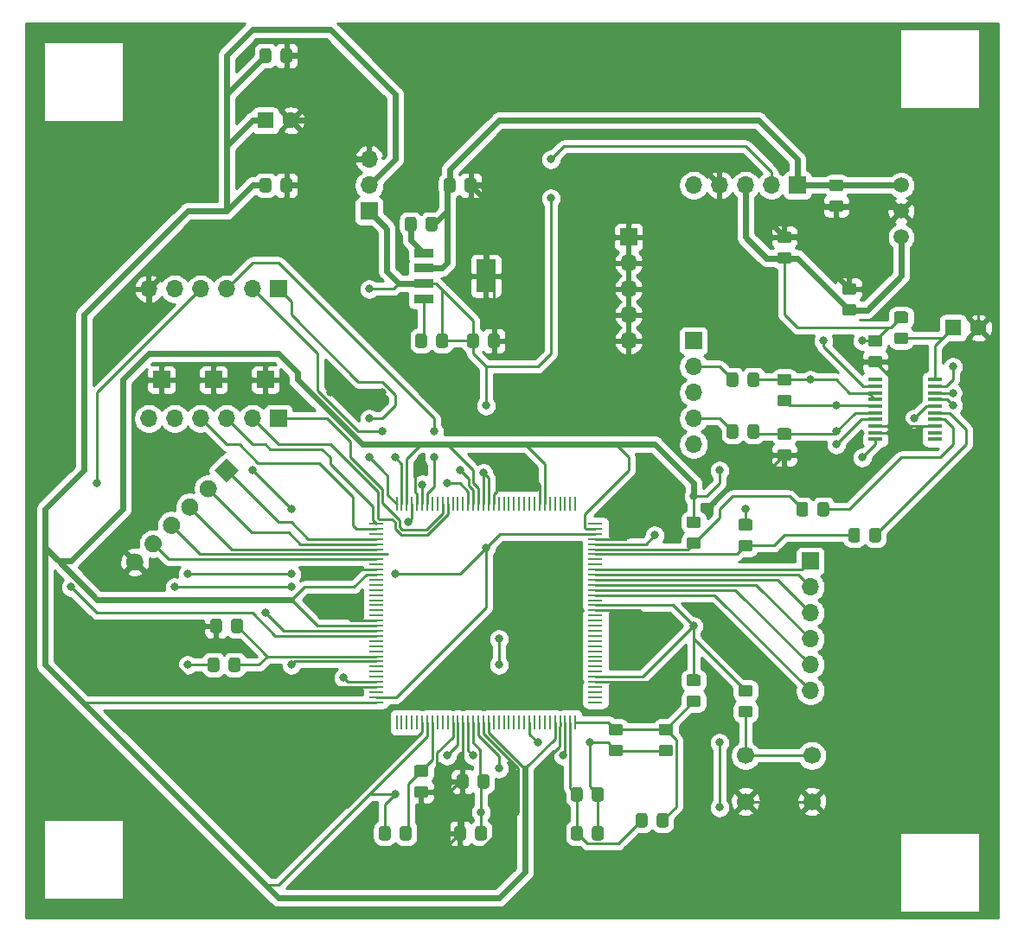
<source format=gbr>
%TF.GenerationSoftware,KiCad,Pcbnew,(5.1.6)-1*%
%TF.CreationDate,2020-10-23T19:33:20-04:00*%
%TF.ProjectId,ECE477,45434534-3737-42e6-9b69-6361645f7063,rev?*%
%TF.SameCoordinates,Original*%
%TF.FileFunction,Copper,L1,Top*%
%TF.FilePolarity,Positive*%
%FSLAX46Y46*%
G04 Gerber Fmt 4.6, Leading zero omitted, Abs format (unit mm)*
G04 Created by KiCad (PCBNEW (5.1.6)-1) date 2020-10-23 19:33:20*
%MOMM*%
%LPD*%
G01*
G04 APERTURE LIST*
%TA.AperFunction,ComponentPad*%
%ADD10O,1.700000X1.700000*%
%TD*%
%TA.AperFunction,ComponentPad*%
%ADD11R,1.700000X1.700000*%
%TD*%
%TA.AperFunction,SMDPad,CuDef*%
%ADD12R,1.475000X0.450000*%
%TD*%
%TA.AperFunction,ComponentPad*%
%ADD13C,1.600000*%
%TD*%
%TA.AperFunction,ComponentPad*%
%ADD14R,1.600000X1.600000*%
%TD*%
%TA.AperFunction,ComponentPad*%
%ADD15C,0.100000*%
%TD*%
%TA.AperFunction,SMDPad,CuDef*%
%ADD16R,1.473200X0.228600*%
%TD*%
%TA.AperFunction,SMDPad,CuDef*%
%ADD17R,0.228600X1.473200*%
%TD*%
%TA.AperFunction,ComponentPad*%
%ADD18C,1.700000*%
%TD*%
%TA.AperFunction,ComponentPad*%
%ADD19C,1.500000*%
%TD*%
%TA.AperFunction,SMDPad,CuDef*%
%ADD20R,1.900000X3.200000*%
%TD*%
%TA.AperFunction,SMDPad,CuDef*%
%ADD21R,1.900000X0.900000*%
%TD*%
%TA.AperFunction,ViaPad*%
%ADD22C,0.800000*%
%TD*%
%TA.AperFunction,Conductor*%
%ADD23C,0.250000*%
%TD*%
%TA.AperFunction,Conductor*%
%ADD24C,0.609600*%
%TD*%
%TA.AperFunction,Conductor*%
%ADD25C,0.254000*%
%TD*%
G04 APERTURE END LIST*
D10*
%TO.P,PWR_On1,3*%
%TO.N,GND*%
X186690000Y-62230000D03*
%TO.P,PWR_On1,2*%
%TO.N,VDD_MCU*%
X186690000Y-64770000D03*
D11*
%TO.P,PWR_On1,1*%
%TO.N,3V3_VDD*%
X186690000Y-67310000D03*
%TD*%
%TO.P,R23,2*%
%TO.N,BAT*%
%TA.AperFunction,SMDPad,CuDef*%
G36*
G01*
X238309999Y-79190000D02*
X239210001Y-79190000D01*
G75*
G02*
X239460000Y-79439999I0J-249999D01*
G01*
X239460000Y-80090001D01*
G75*
G02*
X239210001Y-80340000I-249999J0D01*
G01*
X238309999Y-80340000D01*
G75*
G02*
X238060000Y-80090001I0J249999D01*
G01*
X238060000Y-79439999D01*
G75*
G02*
X238309999Y-79190000I249999J0D01*
G01*
G37*
%TD.AperFunction*%
%TO.P,R23,1*%
%TO.N,PWR_IN*%
%TA.AperFunction,SMDPad,CuDef*%
G36*
G01*
X238309999Y-77140000D02*
X239210001Y-77140000D01*
G75*
G02*
X239460000Y-77389999I0J-249999D01*
G01*
X239460000Y-78040001D01*
G75*
G02*
X239210001Y-78290000I-249999J0D01*
G01*
X238309999Y-78290000D01*
G75*
G02*
X238060000Y-78040001I0J249999D01*
G01*
X238060000Y-77389999D01*
G75*
G02*
X238309999Y-77140000I249999J0D01*
G01*
G37*
%TD.AperFunction*%
%TD*%
%TO.P,R22,2*%
%TO.N,I2C2_SCL*%
%TA.AperFunction,SMDPad,CuDef*%
G36*
G01*
X234745000Y-98609999D02*
X234745000Y-99510001D01*
G75*
G02*
X234495001Y-99760000I-249999J0D01*
G01*
X233844999Y-99760000D01*
G75*
G02*
X233595000Y-99510001I0J249999D01*
G01*
X233595000Y-98609999D01*
G75*
G02*
X233844999Y-98360000I249999J0D01*
G01*
X234495001Y-98360000D01*
G75*
G02*
X234745000Y-98609999I0J-249999D01*
G01*
G37*
%TD.AperFunction*%
%TO.P,R22,1*%
%TO.N,SCL_1*%
%TA.AperFunction,SMDPad,CuDef*%
G36*
G01*
X236795000Y-98609999D02*
X236795000Y-99510001D01*
G75*
G02*
X236545001Y-99760000I-249999J0D01*
G01*
X235894999Y-99760000D01*
G75*
G02*
X235645000Y-99510001I0J249999D01*
G01*
X235645000Y-98609999D01*
G75*
G02*
X235894999Y-98360000I249999J0D01*
G01*
X236545001Y-98360000D01*
G75*
G02*
X236795000Y-98609999I0J-249999D01*
G01*
G37*
%TD.AperFunction*%
%TD*%
%TO.P,R21,2*%
%TO.N,I2C2_SCL*%
%TA.AperFunction,SMDPad,CuDef*%
G36*
G01*
X223069999Y-99510000D02*
X223970001Y-99510000D01*
G75*
G02*
X224220000Y-99759999I0J-249999D01*
G01*
X224220000Y-100410001D01*
G75*
G02*
X223970001Y-100660000I-249999J0D01*
G01*
X223069999Y-100660000D01*
G75*
G02*
X222820000Y-100410001I0J249999D01*
G01*
X222820000Y-99759999D01*
G75*
G02*
X223069999Y-99510000I249999J0D01*
G01*
G37*
%TD.AperFunction*%
%TO.P,R21,1*%
%TO.N,VDD_MCU*%
%TA.AperFunction,SMDPad,CuDef*%
G36*
G01*
X223069999Y-97460000D02*
X223970001Y-97460000D01*
G75*
G02*
X224220000Y-97709999I0J-249999D01*
G01*
X224220000Y-98360001D01*
G75*
G02*
X223970001Y-98610000I-249999J0D01*
G01*
X223069999Y-98610000D01*
G75*
G02*
X222820000Y-98360001I0J249999D01*
G01*
X222820000Y-97709999D01*
G75*
G02*
X223069999Y-97460000I249999J0D01*
G01*
G37*
%TD.AperFunction*%
%TD*%
%TO.P,R20,2*%
%TO.N,I2C2_SDA*%
%TA.AperFunction,SMDPad,CuDef*%
G36*
G01*
X229665000Y-96069999D02*
X229665000Y-96970001D01*
G75*
G02*
X229415001Y-97220000I-249999J0D01*
G01*
X228764999Y-97220000D01*
G75*
G02*
X228515000Y-96970001I0J249999D01*
G01*
X228515000Y-96069999D01*
G75*
G02*
X228764999Y-95820000I249999J0D01*
G01*
X229415001Y-95820000D01*
G75*
G02*
X229665000Y-96069999I0J-249999D01*
G01*
G37*
%TD.AperFunction*%
%TO.P,R20,1*%
%TO.N,SDA_1*%
%TA.AperFunction,SMDPad,CuDef*%
G36*
G01*
X231715000Y-96069999D02*
X231715000Y-96970001D01*
G75*
G02*
X231465001Y-97220000I-249999J0D01*
G01*
X230814999Y-97220000D01*
G75*
G02*
X230565000Y-96970001I0J249999D01*
G01*
X230565000Y-96069999D01*
G75*
G02*
X230814999Y-95820000I249999J0D01*
G01*
X231465001Y-95820000D01*
G75*
G02*
X231715000Y-96069999I0J-249999D01*
G01*
G37*
%TD.AperFunction*%
%TD*%
%TO.P,R19,2*%
%TO.N,I2C2_SDA*%
%TA.AperFunction,SMDPad,CuDef*%
G36*
G01*
X217989999Y-99265000D02*
X218890001Y-99265000D01*
G75*
G02*
X219140000Y-99514999I0J-249999D01*
G01*
X219140000Y-100165001D01*
G75*
G02*
X218890001Y-100415000I-249999J0D01*
G01*
X217989999Y-100415000D01*
G75*
G02*
X217740000Y-100165001I0J249999D01*
G01*
X217740000Y-99514999D01*
G75*
G02*
X217989999Y-99265000I249999J0D01*
G01*
G37*
%TD.AperFunction*%
%TO.P,R19,1*%
%TO.N,VDD_MCU*%
%TA.AperFunction,SMDPad,CuDef*%
G36*
G01*
X217989999Y-97215000D02*
X218890001Y-97215000D01*
G75*
G02*
X219140000Y-97464999I0J-249999D01*
G01*
X219140000Y-98115001D01*
G75*
G02*
X218890001Y-98365000I-249999J0D01*
G01*
X217989999Y-98365000D01*
G75*
G02*
X217740000Y-98115001I0J249999D01*
G01*
X217740000Y-97464999D01*
G75*
G02*
X217989999Y-97215000I249999J0D01*
G01*
G37*
%TD.AperFunction*%
%TD*%
%TO.P,R17,2*%
%TO.N,V2*%
%TA.AperFunction,SMDPad,CuDef*%
G36*
G01*
X222825000Y-88449999D02*
X222825000Y-89350001D01*
G75*
G02*
X222575001Y-89600000I-249999J0D01*
G01*
X221924999Y-89600000D01*
G75*
G02*
X221675000Y-89350001I0J249999D01*
G01*
X221675000Y-88449999D01*
G75*
G02*
X221924999Y-88200000I249999J0D01*
G01*
X222575001Y-88200000D01*
G75*
G02*
X222825000Y-88449999I0J-249999D01*
G01*
G37*
%TD.AperFunction*%
%TO.P,R17,1*%
%TO.N,cell_1*%
%TA.AperFunction,SMDPad,CuDef*%
G36*
G01*
X224875000Y-88449999D02*
X224875000Y-89350001D01*
G75*
G02*
X224625001Y-89600000I-249999J0D01*
G01*
X223974999Y-89600000D01*
G75*
G02*
X223725000Y-89350001I0J249999D01*
G01*
X223725000Y-88449999D01*
G75*
G02*
X223974999Y-88200000I249999J0D01*
G01*
X224625001Y-88200000D01*
G75*
G02*
X224875000Y-88449999I0J-249999D01*
G01*
G37*
%TD.AperFunction*%
%TD*%
%TO.P,R9,2*%
%TO.N,V4*%
%TA.AperFunction,SMDPad,CuDef*%
G36*
G01*
X222825000Y-83369999D02*
X222825000Y-84270001D01*
G75*
G02*
X222575001Y-84520000I-249999J0D01*
G01*
X221924999Y-84520000D01*
G75*
G02*
X221675000Y-84270001I0J249999D01*
G01*
X221675000Y-83369999D01*
G75*
G02*
X221924999Y-83120000I249999J0D01*
G01*
X222575001Y-83120000D01*
G75*
G02*
X222825000Y-83369999I0J-249999D01*
G01*
G37*
%TD.AperFunction*%
%TO.P,R9,1*%
%TO.N,cell_3*%
%TA.AperFunction,SMDPad,CuDef*%
G36*
G01*
X224875000Y-83369999D02*
X224875000Y-84270001D01*
G75*
G02*
X224625001Y-84520000I-249999J0D01*
G01*
X223974999Y-84520000D01*
G75*
G02*
X223725000Y-84270001I0J249999D01*
G01*
X223725000Y-83369999D01*
G75*
G02*
X223974999Y-83120000I249999J0D01*
G01*
X224625001Y-83120000D01*
G75*
G02*
X224875000Y-83369999I0J-249999D01*
G01*
G37*
%TD.AperFunction*%
%TD*%
D12*
%TO.P,IC3,20*%
%TO.N,ALERT*%
X236220000Y-89670000D03*
%TO.P,IC3,19*%
%TO.N,GND*%
X236220000Y-89020000D03*
%TO.P,IC3,18*%
X236220000Y-88370000D03*
%TO.P,IC3,17*%
%TO.N,cell_gnd*%
X236220000Y-87720000D03*
%TO.P,IC3,16*%
%TO.N,cell_1*%
X236220000Y-87070000D03*
%TO.P,IC3,15*%
%TO.N,cell_2*%
X236220000Y-86420000D03*
%TO.P,IC3,14*%
%TO.N,cell_3*%
X236220000Y-85770000D03*
%TO.P,IC3,13*%
X236220000Y-85120000D03*
%TO.P,IC3,12*%
%TO.N,cell_pwr*%
X236220000Y-84470000D03*
%TO.P,IC3,11*%
%TO.N,Net-(IC3-Pad11)*%
X236220000Y-83820000D03*
%TO.P,IC3,10*%
%TO.N,BAT*%
X242096000Y-83820000D03*
%TO.P,IC3,9*%
%TO.N,REGSRC*%
X242096000Y-84470000D03*
%TO.P,IC3,8*%
%TO.N,REGOUT*%
X242096000Y-85120000D03*
%TO.P,IC3,7*%
%TO.N,CAP1*%
X242096000Y-85770000D03*
%TO.P,IC3,6*%
%TO.N,BOOT_IC*%
X242096000Y-86420000D03*
%TO.P,IC3,5*%
%TO.N,SCL_1*%
X242096000Y-87070000D03*
%TO.P,IC3,4*%
%TO.N,SDA_1*%
X242096000Y-87720000D03*
%TO.P,IC3,3*%
%TO.N,GND*%
X242096000Y-88370000D03*
%TO.P,IC3,2*%
%TO.N,Net-(IC3-Pad2)*%
X242096000Y-89020000D03*
%TO.P,IC3,1*%
%TO.N,Net-(IC3-Pad1)*%
X242096000Y-89670000D03*
%TD*%
%TO.P,C9,2*%
%TO.N,PWR_IN*%
%TA.AperFunction,SMDPad,CuDef*%
G36*
G01*
X236670001Y-80585000D02*
X235769999Y-80585000D01*
G75*
G02*
X235520000Y-80335001I0J249999D01*
G01*
X235520000Y-79684999D01*
G75*
G02*
X235769999Y-79435000I249999J0D01*
G01*
X236670001Y-79435000D01*
G75*
G02*
X236920000Y-79684999I0J-249999D01*
G01*
X236920000Y-80335001D01*
G75*
G02*
X236670001Y-80585000I-249999J0D01*
G01*
G37*
%TD.AperFunction*%
%TO.P,C9,1*%
%TO.N,GND*%
%TA.AperFunction,SMDPad,CuDef*%
G36*
G01*
X236670001Y-82635000D02*
X235769999Y-82635000D01*
G75*
G02*
X235520000Y-82385001I0J249999D01*
G01*
X235520000Y-81734999D01*
G75*
G02*
X235769999Y-81485000I249999J0D01*
G01*
X236670001Y-81485000D01*
G75*
G02*
X236920000Y-81734999I0J-249999D01*
G01*
X236920000Y-82385001D01*
G75*
G02*
X236670001Y-82635000I-249999J0D01*
G01*
G37*
%TD.AperFunction*%
%TD*%
D13*
%TO.P,C7,2*%
%TO.N,GND*%
X246340000Y-78740000D03*
D14*
%TO.P,C7,1*%
%TO.N,BAT*%
X243840000Y-78740000D03*
%TD*%
%TO.P,C5,2*%
%TO.N,cell_1*%
%TA.AperFunction,SMDPad,CuDef*%
G36*
G01*
X227780001Y-89720000D02*
X226879999Y-89720000D01*
G75*
G02*
X226630000Y-89470001I0J249999D01*
G01*
X226630000Y-88819999D01*
G75*
G02*
X226879999Y-88570000I249999J0D01*
G01*
X227780001Y-88570000D01*
G75*
G02*
X228030000Y-88819999I0J-249999D01*
G01*
X228030000Y-89470001D01*
G75*
G02*
X227780001Y-89720000I-249999J0D01*
G01*
G37*
%TD.AperFunction*%
%TO.P,C5,1*%
%TO.N,GND*%
%TA.AperFunction,SMDPad,CuDef*%
G36*
G01*
X227780001Y-91770000D02*
X226879999Y-91770000D01*
G75*
G02*
X226630000Y-91520001I0J249999D01*
G01*
X226630000Y-90869999D01*
G75*
G02*
X226879999Y-90620000I249999J0D01*
G01*
X227780001Y-90620000D01*
G75*
G02*
X228030000Y-90869999I0J-249999D01*
G01*
X228030000Y-91520001D01*
G75*
G02*
X227780001Y-91770000I-249999J0D01*
G01*
G37*
%TD.AperFunction*%
%TD*%
%TO.P,C3,2*%
%TO.N,cell_3*%
%TA.AperFunction,SMDPad,CuDef*%
G36*
G01*
X227780001Y-84395000D02*
X226879999Y-84395000D01*
G75*
G02*
X226630000Y-84145001I0J249999D01*
G01*
X226630000Y-83494999D01*
G75*
G02*
X226879999Y-83245000I249999J0D01*
G01*
X227780001Y-83245000D01*
G75*
G02*
X228030000Y-83494999I0J-249999D01*
G01*
X228030000Y-84145001D01*
G75*
G02*
X227780001Y-84395000I-249999J0D01*
G01*
G37*
%TD.AperFunction*%
%TO.P,C3,1*%
%TO.N,cell_2*%
%TA.AperFunction,SMDPad,CuDef*%
G36*
G01*
X227780001Y-86445000D02*
X226879999Y-86445000D01*
G75*
G02*
X226630000Y-86195001I0J249999D01*
G01*
X226630000Y-85544999D01*
G75*
G02*
X226879999Y-85295000I249999J0D01*
G01*
X227780001Y-85295000D01*
G75*
G02*
X228030000Y-85544999I0J-249999D01*
G01*
X228030000Y-86195001D01*
G75*
G02*
X227780001Y-86445000I-249999J0D01*
G01*
G37*
%TD.AperFunction*%
%TD*%
D11*
%TO.P,USART1_GND1,1*%
%TO.N,GND*%
X176530000Y-83820000D03*
%TD*%
%TO.P,USART3_GND1,1*%
%TO.N,GND*%
X171450000Y-83820000D03*
%TD*%
%TO.P,USART6_GND1,1*%
%TO.N,GND*%
X166370000Y-83820000D03*
%TD*%
D10*
%TO.P,Pinout1,6*%
%TO.N,PIN1*%
X229870000Y-114300000D03*
%TO.P,Pinout1,5*%
%TO.N,PIN2*%
X229870000Y-111760000D03*
%TO.P,Pinout1,4*%
%TO.N,PIN3*%
X229870000Y-109220000D03*
%TO.P,Pinout1,3*%
%TO.N,PIN4*%
X229870000Y-106680000D03*
%TO.P,Pinout1,2*%
%TO.N,PIN5*%
X229870000Y-104140000D03*
D11*
%TO.P,Pinout1,1*%
%TO.N,PIN6*%
X229870000Y-101600000D03*
%TD*%
%TO.P,C31,2*%
%TO.N,GND*%
%TA.AperFunction,SMDPad,CuDef*%
G36*
G01*
X178005000Y-52520001D02*
X178005000Y-51619999D01*
G75*
G02*
X178254999Y-51370000I249999J0D01*
G01*
X178905001Y-51370000D01*
G75*
G02*
X179155000Y-51619999I0J-249999D01*
G01*
X179155000Y-52520001D01*
G75*
G02*
X178905001Y-52770000I-249999J0D01*
G01*
X178254999Y-52770000D01*
G75*
G02*
X178005000Y-52520001I0J249999D01*
G01*
G37*
%TD.AperFunction*%
%TO.P,C31,1*%
%TO.N,VDD_MCU*%
%TA.AperFunction,SMDPad,CuDef*%
G36*
G01*
X175955000Y-52520001D02*
X175955000Y-51619999D01*
G75*
G02*
X176204999Y-51370000I249999J0D01*
G01*
X176855001Y-51370000D01*
G75*
G02*
X177105000Y-51619999I0J-249999D01*
G01*
X177105000Y-52520001D01*
G75*
G02*
X176855001Y-52770000I-249999J0D01*
G01*
X176204999Y-52770000D01*
G75*
G02*
X175955000Y-52520001I0J249999D01*
G01*
G37*
%TD.AperFunction*%
%TD*%
%TO.P,C24,2*%
%TO.N,GND*%
%TA.AperFunction,SMDPad,CuDef*%
G36*
G01*
X178005000Y-65220001D02*
X178005000Y-64319999D01*
G75*
G02*
X178254999Y-64070000I249999J0D01*
G01*
X178905001Y-64070000D01*
G75*
G02*
X179155000Y-64319999I0J-249999D01*
G01*
X179155000Y-65220001D01*
G75*
G02*
X178905001Y-65470000I-249999J0D01*
G01*
X178254999Y-65470000D01*
G75*
G02*
X178005000Y-65220001I0J249999D01*
G01*
G37*
%TD.AperFunction*%
%TO.P,C24,1*%
%TO.N,VDD_MCU*%
%TA.AperFunction,SMDPad,CuDef*%
G36*
G01*
X175955000Y-65220001D02*
X175955000Y-64319999D01*
G75*
G02*
X176204999Y-64070000I249999J0D01*
G01*
X176855001Y-64070000D01*
G75*
G02*
X177105000Y-64319999I0J-249999D01*
G01*
X177105000Y-65220001D01*
G75*
G02*
X176855001Y-65470000I-249999J0D01*
G01*
X176204999Y-65470000D01*
G75*
G02*
X175955000Y-65220001I0J249999D01*
G01*
G37*
%TD.AperFunction*%
%TD*%
D13*
%TO.P,C1,2*%
%TO.N,GND*%
X179030000Y-58420000D03*
D14*
%TO.P,C1,1*%
%TO.N,VDD_MCU*%
X176530000Y-58420000D03*
%TD*%
D10*
%TO.P,JTAG/SWD1,6*%
%TO.N,GND*%
X165100000Y-74930000D03*
%TO.P,JTAG/SWD1,5*%
%TO.N,JTDO*%
X167640000Y-74930000D03*
%TO.P,JTAG/SWD1,4*%
%TO.N,nJTRST*%
X170180000Y-74930000D03*
%TO.P,JTAG/SWD1,3*%
%TO.N,JTMS_SWDIO*%
X172720000Y-74930000D03*
%TO.P,JTAG/SWD1,2*%
%TO.N,JTCK_SWCLK*%
X175260000Y-74930000D03*
D11*
%TO.P,JTAG/SWD1,1*%
%TO.N,JTDI*%
X177800000Y-74930000D03*
%TD*%
%TO.P,PWM1,6*%
%TO.N,GND*%
%TA.AperFunction,ComponentPad*%
G36*
G01*
X163138703Y-101089215D02*
X163138703Y-101089215D01*
G75*
G02*
X164340785Y-101089215I601041J-601041D01*
G01*
X164340785Y-101089215D01*
G75*
G02*
X164340785Y-102291297I-601041J-601041D01*
G01*
X164340785Y-102291297D01*
G75*
G02*
X163138703Y-102291297I-601041J601041D01*
G01*
X163138703Y-102291297D01*
G75*
G02*
X163138703Y-101089215I601041J601041D01*
G01*
G37*
%TD.AperFunction*%
%TO.P,PWM1,5*%
%TO.N,PWM5*%
%TA.AperFunction,ComponentPad*%
G36*
G01*
X164934754Y-99293164D02*
X164934754Y-99293164D01*
G75*
G02*
X166136836Y-99293164I601041J-601041D01*
G01*
X166136836Y-99293164D01*
G75*
G02*
X166136836Y-100495246I-601041J-601041D01*
G01*
X166136836Y-100495246D01*
G75*
G02*
X164934754Y-100495246I-601041J601041D01*
G01*
X164934754Y-100495246D01*
G75*
G02*
X164934754Y-99293164I601041J601041D01*
G01*
G37*
%TD.AperFunction*%
%TO.P,PWM1,4*%
%TO.N,PWM4*%
%TA.AperFunction,ComponentPad*%
G36*
G01*
X166730805Y-97497113D02*
X166730805Y-97497113D01*
G75*
G02*
X167932887Y-97497113I601041J-601041D01*
G01*
X167932887Y-97497113D01*
G75*
G02*
X167932887Y-98699195I-601041J-601041D01*
G01*
X167932887Y-98699195D01*
G75*
G02*
X166730805Y-98699195I-601041J601041D01*
G01*
X166730805Y-98699195D01*
G75*
G02*
X166730805Y-97497113I601041J601041D01*
G01*
G37*
%TD.AperFunction*%
%TO.P,PWM1,3*%
%TO.N,PWM3*%
%TA.AperFunction,ComponentPad*%
G36*
G01*
X168526857Y-95701061D02*
X168526857Y-95701061D01*
G75*
G02*
X169728939Y-95701061I601041J-601041D01*
G01*
X169728939Y-95701061D01*
G75*
G02*
X169728939Y-96903143I-601041J-601041D01*
G01*
X169728939Y-96903143D01*
G75*
G02*
X168526857Y-96903143I-601041J601041D01*
G01*
X168526857Y-96903143D01*
G75*
G02*
X168526857Y-95701061I601041J601041D01*
G01*
G37*
%TD.AperFunction*%
%TO.P,PWM1,2*%
%TO.N,PWM2*%
%TA.AperFunction,ComponentPad*%
G36*
G01*
X170322908Y-93905010D02*
X170322908Y-93905010D01*
G75*
G02*
X171524990Y-93905010I601041J-601041D01*
G01*
X171524990Y-93905010D01*
G75*
G02*
X171524990Y-95107092I-601041J-601041D01*
G01*
X171524990Y-95107092D01*
G75*
G02*
X170322908Y-95107092I-601041J601041D01*
G01*
X170322908Y-95107092D01*
G75*
G02*
X170322908Y-93905010I601041J601041D01*
G01*
G37*
%TD.AperFunction*%
%TA.AperFunction,ComponentPad*%
D15*
%TO.P,PWM1,1*%
%TO.N,PWM1*%
G36*
X171517918Y-92710000D02*
G01*
X172720000Y-91507918D01*
X173922082Y-92710000D01*
X172720000Y-93912082D01*
X171517918Y-92710000D01*
G37*
%TD.AperFunction*%
%TD*%
D10*
%TO.P,USART1,6*%
%TO.N,USART6_RX*%
X165100000Y-87630000D03*
%TO.P,USART1,5*%
%TO.N,USART6_TX*%
X167640000Y-87630000D03*
%TO.P,USART1,4*%
%TO.N,USART3_RX*%
X170180000Y-87630000D03*
%TO.P,USART1,3*%
%TO.N,USART3_TX*%
X172720000Y-87630000D03*
%TO.P,USART1,2*%
%TO.N,USART1_TX*%
X175260000Y-87630000D03*
D11*
%TO.P,USART1,1*%
%TO.N,USART1_RX*%
X177800000Y-87630000D03*
%TD*%
D10*
%TO.P,GNDs1,5*%
%TO.N,GND*%
X212090000Y-80010000D03*
%TO.P,GNDs1,4*%
X212090000Y-77470000D03*
%TO.P,GNDs1,3*%
X212090000Y-74930000D03*
%TO.P,GNDs1,2*%
X212090000Y-72390000D03*
D11*
%TO.P,GNDs1,1*%
X212090000Y-69850000D03*
%TD*%
D10*
%TO.P,Cell_In1,5*%
%TO.N,V1*%
X218440000Y-90170000D03*
%TO.P,Cell_In1,4*%
%TO.N,V2*%
X218440000Y-87630000D03*
%TO.P,Cell_In1,3*%
%TO.N,V3*%
X218440000Y-85090000D03*
%TO.P,Cell_In1,2*%
%TO.N,V4*%
X218440000Y-82550000D03*
D11*
%TO.P,Cell_In1,1*%
%TO.N,V5*%
X218440000Y-80010000D03*
%TD*%
D10*
%TO.P,PWR_Out1,5*%
%TO.N,Touch_Input*%
X218440000Y-64770000D03*
%TO.P,PWR_Out1,4*%
%TO.N,GND*%
X220980000Y-64770000D03*
%TO.P,PWR_Out1,3*%
%TO.N,PWR_IN*%
X223520000Y-64770000D03*
%TO.P,PWR_Out1,2*%
%TO.N,3V3_VDD*%
X226060000Y-64770000D03*
D11*
%TO.P,PWR_Out1,1*%
%TO.N,5V*%
X228600000Y-64770000D03*
%TD*%
%TO.P,R5,2*%
%TO.N,VDD_MCU*%
%TA.AperFunction,SMDPad,CuDef*%
G36*
G01*
X188780000Y-127819999D02*
X188780000Y-128720001D01*
G75*
G02*
X188530001Y-128970000I-249999J0D01*
G01*
X187879999Y-128970000D01*
G75*
G02*
X187630000Y-128720001I0J249999D01*
G01*
X187630000Y-127819999D01*
G75*
G02*
X187879999Y-127570000I249999J0D01*
G01*
X188530001Y-127570000D01*
G75*
G02*
X188780000Y-127819999I0J-249999D01*
G01*
G37*
%TD.AperFunction*%
%TO.P,R5,1*%
%TO.N,VBAT*%
%TA.AperFunction,SMDPad,CuDef*%
G36*
G01*
X190830000Y-127819999D02*
X190830000Y-128720001D01*
G75*
G02*
X190580001Y-128970000I-249999J0D01*
G01*
X189929999Y-128970000D01*
G75*
G02*
X189680000Y-128720001I0J249999D01*
G01*
X189680000Y-127819999D01*
G75*
G02*
X189929999Y-127570000I249999J0D01*
G01*
X190580001Y-127570000D01*
G75*
G02*
X190830000Y-127819999I0J-249999D01*
G01*
G37*
%TD.AperFunction*%
%TD*%
%TO.P,R8,2*%
%TO.N,BOOT0*%
%TA.AperFunction,SMDPad,CuDef*%
G36*
G01*
X172925000Y-112210001D02*
X172925000Y-111309999D01*
G75*
G02*
X173174999Y-111060000I249999J0D01*
G01*
X173825001Y-111060000D01*
G75*
G02*
X174075000Y-111309999I0J-249999D01*
G01*
X174075000Y-112210001D01*
G75*
G02*
X173825001Y-112460000I-249999J0D01*
G01*
X173174999Y-112460000D01*
G75*
G02*
X172925000Y-112210001I0J249999D01*
G01*
G37*
%TD.AperFunction*%
%TO.P,R8,1*%
%TO.N,3V3_VDD*%
%TA.AperFunction,SMDPad,CuDef*%
G36*
G01*
X170875000Y-112210001D02*
X170875000Y-111309999D01*
G75*
G02*
X171124999Y-111060000I249999J0D01*
G01*
X171775001Y-111060000D01*
G75*
G02*
X172025000Y-111309999I0J-249999D01*
G01*
X172025000Y-112210001D01*
G75*
G02*
X171775001Y-112460000I-249999J0D01*
G01*
X171124999Y-112460000D01*
G75*
G02*
X170875000Y-112210001I0J249999D01*
G01*
G37*
%TD.AperFunction*%
%TD*%
D16*
%TO.P,U1,144*%
%TO.N,VDD_MCU*%
X187401200Y-115430000D03*
%TO.P,U1,143*%
%TO.N,VDD_LDO*%
X187401200Y-114930001D03*
%TO.P,U1,142*%
%TO.N,Net-(U1-Pad142)*%
X187401200Y-114430000D03*
%TO.P,U1,141*%
%TO.N,GND*%
X187401200Y-113930001D03*
%TO.P,U1,140*%
%TO.N,VCAP*%
X187401200Y-113429999D03*
%TO.P,U1,139*%
%TO.N,Net-(U1-Pad139)*%
X187401200Y-112930000D03*
%TO.P,U1,138*%
%TO.N,Net-(U1-Pad138)*%
X187401200Y-112430001D03*
%TO.P,U1,137*%
%TO.N,Net-(U1-Pad137)*%
X187401200Y-111930000D03*
%TO.P,U1,136*%
%TO.N,Touch_Input*%
X187401200Y-111430001D03*
%TO.P,U1,135*%
%TO.N,BOOT0*%
X187401200Y-110929999D03*
%TO.P,U1,134*%
%TO.N,Net-(U1-Pad134)*%
X187401200Y-110430000D03*
%TO.P,U1,133*%
%TO.N,Net-(U1-Pad133)*%
X187401200Y-109930001D03*
%TO.P,U1,132*%
%TO.N,Net-(U1-Pad132)*%
X187401200Y-109430000D03*
%TO.P,U1,131*%
%TO.N,nJTRST*%
X187401200Y-108930001D03*
%TO.P,U1,130*%
%TO.N,JTDO*%
X187401200Y-108429999D03*
%TO.P,U1,129*%
%TO.N,VDD_MCU*%
X187401200Y-107930000D03*
%TO.P,U1,128*%
%TO.N,GND*%
X187401200Y-107430001D03*
%TO.P,U1,127*%
%TO.N,Net-(U1-Pad127)*%
X187401200Y-106930000D03*
%TO.P,U1,126*%
%TO.N,Net-(U1-Pad126)*%
X187401200Y-106430000D03*
%TO.P,U1,125*%
%TO.N,Net-(U1-Pad125)*%
X187401200Y-105929999D03*
%TO.P,U1,124*%
%TO.N,Net-(U1-Pad124)*%
X187401200Y-105430000D03*
%TO.P,U1,123*%
%TO.N,Net-(U1-Pad123)*%
X187401200Y-104930001D03*
%TO.P,U1,122*%
%TO.N,Net-(U1-Pad122)*%
X187401200Y-104429999D03*
%TO.P,U1,121*%
%TO.N,Net-(U1-Pad121)*%
X187401200Y-103930000D03*
%TO.P,U1,120*%
%TO.N,Net-(U1-Pad120)*%
X187401200Y-103429999D03*
%TO.P,U1,119*%
%TO.N,VDD_MCU*%
X187401200Y-102930000D03*
%TO.P,U1,118*%
%TO.N,GND*%
X187401200Y-102430001D03*
%TO.P,U1,117*%
%TO.N,Net-(U1-Pad117)*%
X187401200Y-101929999D03*
%TO.P,U1,116*%
%TO.N,PWM5*%
X187401200Y-101430000D03*
%TO.P,U1,115*%
%TO.N,PWM4*%
X187401200Y-100929999D03*
%TO.P,U1,114*%
%TO.N,PWM3*%
X187401200Y-100430000D03*
%TO.P,U1,113*%
%TO.N,PWM2*%
X187401200Y-99930001D03*
%TO.P,U1,112*%
%TO.N,PWM1*%
X187401200Y-99429999D03*
%TO.P,U1,111*%
%TO.N,Net-(U1-Pad111)*%
X187401200Y-98930000D03*
%TO.P,U1,110*%
%TO.N,USART3_RX*%
X187401200Y-98429999D03*
%TO.P,U1,109*%
%TO.N,USART3_TX*%
X187401200Y-97930000D03*
D17*
%TO.P,U1,108*%
%TO.N,JTDI*%
X189370000Y-95961200D03*
%TO.P,U1,107*%
%TO.N,JTCK_SWCLK*%
X189869999Y-95961200D03*
%TO.P,U1,106*%
%TO.N,VDD_MCU*%
X190370000Y-95961200D03*
%TO.P,U1,105*%
%TO.N,VDD_LDO*%
X190869999Y-95961200D03*
%TO.P,U1,104*%
%TO.N,GND*%
X191370001Y-95961200D03*
%TO.P,U1,103*%
%TO.N,VCAP*%
X191870000Y-95961200D03*
%TO.P,U1,102*%
%TO.N,JTMS_SWDIO*%
X192369999Y-95961200D03*
%TO.P,U1,101*%
%TO.N,Net-(U1-Pad101)*%
X192870000Y-95961200D03*
%TO.P,U1,100*%
%TO.N,Net-(U1-Pad100)*%
X193369999Y-95961200D03*
%TO.P,U1,99*%
%TO.N,USART1_RX*%
X193870001Y-95961200D03*
%TO.P,U1,98*%
%TO.N,USART1_TX*%
X194370000Y-95961200D03*
%TO.P,U1,97*%
%TO.N,Net-(U1-Pad97)*%
X194869999Y-95961200D03*
%TO.P,U1,96*%
%TO.N,Net-(U1-Pad96)*%
X195370000Y-95961200D03*
%TO.P,U1,95*%
%TO.N,Net-(U1-Pad95)*%
X195869999Y-95961200D03*
%TO.P,U1,94*%
%TO.N,USART6_RX*%
X196370001Y-95961200D03*
%TO.P,U1,93*%
%TO.N,USART6_TX*%
X196870000Y-95961200D03*
%TO.P,U1,92*%
%TO.N,VDD_MCU*%
X197369999Y-95961200D03*
%TO.P,U1,91*%
%TO.N,3V3_VDD*%
X197870000Y-95961200D03*
%TO.P,U1,90*%
X198370000Y-95961200D03*
%TO.P,U1,89*%
%TO.N,GND*%
X198870001Y-95961200D03*
%TO.P,U1,88*%
%TO.N,Net-(U1-Pad88)*%
X199370000Y-95961200D03*
%TO.P,U1,87*%
%TO.N,Net-(U1-Pad87)*%
X199869999Y-95961200D03*
%TO.P,U1,86*%
%TO.N,Net-(U1-Pad86)*%
X200370001Y-95961200D03*
%TO.P,U1,85*%
%TO.N,Net-(U1-Pad85)*%
X200870000Y-95961200D03*
%TO.P,U1,84*%
%TO.N,Net-(U1-Pad84)*%
X201370001Y-95961200D03*
%TO.P,U1,83*%
%TO.N,Net-(U1-Pad83)*%
X201870000Y-95961200D03*
%TO.P,U1,82*%
%TO.N,Net-(U1-Pad82)*%
X202369999Y-95961200D03*
%TO.P,U1,81*%
%TO.N,Net-(U1-Pad81)*%
X202870001Y-95961200D03*
%TO.P,U1,80*%
%TO.N,GND*%
X203370000Y-95961200D03*
%TO.P,U1,79*%
%TO.N,VDD_MCU*%
X203870001Y-95961200D03*
%TO.P,U1,78*%
%TO.N,Net-(U1-Pad78)*%
X204370000Y-95961200D03*
%TO.P,U1,77*%
%TO.N,Net-(U1-Pad77)*%
X204869999Y-95961200D03*
%TO.P,U1,76*%
%TO.N,Net-(U1-Pad76)*%
X205370001Y-95961200D03*
%TO.P,U1,75*%
%TO.N,Net-(U1-Pad75)*%
X205870000Y-95961200D03*
%TO.P,U1,74*%
%TO.N,Net-(U1-Pad74)*%
X206370001Y-95961200D03*
%TO.P,U1,73*%
%TO.N,Net-(U1-Pad73)*%
X206870000Y-95961200D03*
D16*
%TO.P,U1,72*%
%TO.N,I2C2_SMBA*%
X208838800Y-97930000D03*
%TO.P,U1,71*%
%TO.N,VDD_MCU*%
X208838800Y-98429999D03*
%TO.P,U1,70*%
%TO.N,VDD_LDO*%
X208838800Y-98930000D03*
%TO.P,U1,69*%
%TO.N,GND*%
X208838800Y-99429999D03*
%TO.P,U1,68*%
%TO.N,VCAP*%
X208838800Y-99930001D03*
%TO.P,U1,67*%
%TO.N,I2C2_SDA*%
X208838800Y-100430000D03*
%TO.P,U1,66*%
%TO.N,I2C2_SCL*%
X208838800Y-100929999D03*
%TO.P,U1,65*%
%TO.N,Net-(U1-Pad65)*%
X208838800Y-101430000D03*
%TO.P,U1,64*%
%TO.N,Net-(U1-Pad64)*%
X208838800Y-101929999D03*
%TO.P,U1,63*%
%TO.N,PIN6*%
X208838800Y-102430001D03*
%TO.P,U1,62*%
%TO.N,PIN5*%
X208838800Y-102930000D03*
%TO.P,U1,61*%
%TO.N,PIN4*%
X208838800Y-103429999D03*
%TO.P,U1,60*%
%TO.N,PIN3*%
X208838800Y-103930000D03*
%TO.P,U1,59*%
%TO.N,PIN2*%
X208838800Y-104429999D03*
%TO.P,U1,58*%
%TO.N,PIN1*%
X208838800Y-104930001D03*
%TO.P,U1,57*%
%TO.N,Net-(U1-Pad57)*%
X208838800Y-105430000D03*
%TO.P,U1,56*%
%TO.N,VDD_MCU*%
X208838800Y-105929999D03*
%TO.P,U1,55*%
%TO.N,GND*%
X208838800Y-106430000D03*
%TO.P,U1,54*%
%TO.N,Net-(U1-Pad54)*%
X208838800Y-106930000D03*
%TO.P,U1,53*%
%TO.N,Net-(U1-Pad53)*%
X208838800Y-107430001D03*
%TO.P,U1,52*%
%TO.N,Net-(U1-Pad52)*%
X208838800Y-107930000D03*
%TO.P,U1,51*%
%TO.N,Net-(U1-Pad51)*%
X208838800Y-108429999D03*
%TO.P,U1,50*%
%TO.N,Net-(U1-Pad50)*%
X208838800Y-108930001D03*
%TO.P,U1,49*%
%TO.N,Net-(U1-Pad49)*%
X208838800Y-109430000D03*
%TO.P,U1,48*%
%TO.N,Net-(U1-Pad48)*%
X208838800Y-109930001D03*
%TO.P,U1,47*%
%TO.N,Net-(U1-Pad47)*%
X208838800Y-110430000D03*
%TO.P,U1,46*%
%TO.N,Net-(U1-Pad46)*%
X208838800Y-110929999D03*
%TO.P,U1,45*%
%TO.N,Net-(U1-Pad45)*%
X208838800Y-111430001D03*
%TO.P,U1,44*%
%TO.N,Net-(U1-Pad44)*%
X208838800Y-111930000D03*
%TO.P,U1,43*%
%TO.N,Net-(U1-Pad43)*%
X208838800Y-112430001D03*
%TO.P,U1,42*%
%TO.N,VDD_MCU*%
X208838800Y-112930000D03*
%TO.P,U1,41*%
%TO.N,GND*%
X208838800Y-113429999D03*
%TO.P,U1,40*%
%TO.N,Net-(U1-Pad40)*%
X208838800Y-113930001D03*
%TO.P,U1,39*%
%TO.N,Net-(U1-Pad39)*%
X208838800Y-114430000D03*
%TO.P,U1,38*%
%TO.N,Net-(U1-Pad38)*%
X208838800Y-114930001D03*
%TO.P,U1,37*%
%TO.N,Net-(U1-Pad37)*%
X208838800Y-115430000D03*
D17*
%TO.P,U1,36*%
%TO.N,VDDA*%
X206870000Y-117398800D03*
%TO.P,U1,35*%
%TO.N,VREF+*%
X206369999Y-117398800D03*
%TO.P,U1,34*%
%TO.N,GNDA*%
X205870000Y-117398800D03*
%TO.P,U1,33*%
%TO.N,GND*%
X205370001Y-117398800D03*
%TO.P,U1,32*%
%TO.N,VDD_MCU*%
X204869999Y-117398800D03*
%TO.P,U1,31*%
%TO.N,Net-(U1-Pad31)*%
X204370000Y-117398800D03*
%TO.P,U1,30*%
%TO.N,Net-(U1-Pad30)*%
X203869999Y-117398800D03*
%TO.P,U1,29*%
%TO.N,Net-(U1-Pad29)*%
X203370000Y-117398800D03*
%TO.P,U1,28*%
%TO.N,Net-(U1-Pad28)*%
X202870001Y-117398800D03*
%TO.P,U1,27*%
%TO.N,NRST*%
X202369999Y-117398800D03*
%TO.P,U1,26*%
%TO.N,Net-(U1-Pad26)*%
X201870000Y-117398800D03*
%TO.P,U1,25*%
%TO.N,Net-(U1-Pad25)*%
X201369999Y-117398800D03*
%TO.P,U1,24*%
%TO.N,Net-(U1-Pad24)*%
X200870000Y-117398800D03*
%TO.P,U1,23*%
%TO.N,Net-(U1-Pad23)*%
X200370001Y-117398800D03*
%TO.P,U1,22*%
%TO.N,Net-(U1-Pad22)*%
X199869999Y-117398800D03*
%TO.P,U1,21*%
%TO.N,Net-(U1-Pad21)*%
X199370000Y-117398800D03*
%TO.P,U1,20*%
%TO.N,Net-(U1-Pad20)*%
X198869998Y-117398800D03*
%TO.P,U1,19*%
%TO.N,VDD_MCU*%
X198370000Y-117398800D03*
%TO.P,U1,18*%
%TO.N,GND*%
X197870000Y-117398800D03*
%TO.P,U1,17*%
%TO.N,VFBSD*%
X197369999Y-117398800D03*
%TO.P,U1,16*%
%TO.N,VDDSMPS_IN*%
X196870000Y-117398800D03*
%TO.P,U1,15*%
%TO.N,VDDSMPS_OUT*%
X196370001Y-117398800D03*
%TO.P,U1,14*%
%TO.N,GND*%
X195869999Y-117398800D03*
%TO.P,U1,13*%
%TO.N,VDD_MCU*%
X195370000Y-117398800D03*
%TO.P,U1,12*%
%TO.N,GND*%
X194869999Y-117398800D03*
%TO.P,U1,11*%
%TO.N,Net-(U1-Pad11)*%
X194370000Y-117398800D03*
%TO.P,U1,10*%
%TO.N,Net-(U1-Pad10)*%
X193870001Y-117398800D03*
%TO.P,U1,9*%
%TO.N,Net-(U1-Pad9)*%
X193369999Y-117398800D03*
%TO.P,U1,8*%
%TO.N,VBAT*%
X192870000Y-117398800D03*
%TO.P,U1,7*%
%TO.N,VDD_MCU*%
X192369999Y-117398800D03*
%TO.P,U1,6*%
%TO.N,GND*%
X191870000Y-117398800D03*
%TO.P,U1,5*%
%TO.N,Net-(U1-Pad5)*%
X191370001Y-117398800D03*
%TO.P,U1,4*%
%TO.N,Net-(U1-Pad4)*%
X190869999Y-117398800D03*
%TO.P,U1,3*%
%TO.N,Net-(U1-Pad3)*%
X190370000Y-117398800D03*
%TO.P,U1,2*%
%TO.N,Net-(U1-Pad2)*%
X189869999Y-117398800D03*
%TO.P,U1,1*%
%TO.N,Net-(U1-Pad1)*%
X189370000Y-117398800D03*
%TD*%
D18*
%TO.P,SW1,1*%
%TO.N,NRST*%
X223520000Y-120650000D03*
%TO.P,SW1,2*%
X230020000Y-120650000D03*
%TO.P,SW1,3*%
%TO.N,GND*%
X223520000Y-125150000D03*
%TO.P,SW1,4*%
X230020000Y-125150000D03*
%TD*%
%TO.P,R13,2*%
%TO.N,3V3_VDD*%
%TA.AperFunction,SMDPad,CuDef*%
G36*
G01*
X193245000Y-80460001D02*
X193245000Y-79559999D01*
G75*
G02*
X193494999Y-79310000I249999J0D01*
G01*
X194145001Y-79310000D01*
G75*
G02*
X194395000Y-79559999I0J-249999D01*
G01*
X194395000Y-80460001D01*
G75*
G02*
X194145001Y-80710000I-249999J0D01*
G01*
X193494999Y-80710000D01*
G75*
G02*
X193245000Y-80460001I0J249999D01*
G01*
G37*
%TD.AperFunction*%
%TO.P,R13,1*%
%TO.N,Net-(IC1-Pad4)*%
%TA.AperFunction,SMDPad,CuDef*%
G36*
G01*
X191195000Y-80460001D02*
X191195000Y-79559999D01*
G75*
G02*
X191444999Y-79310000I249999J0D01*
G01*
X192095001Y-79310000D01*
G75*
G02*
X192345000Y-79559999I0J-249999D01*
G01*
X192345000Y-80460001D01*
G75*
G02*
X192095001Y-80710000I-249999J0D01*
G01*
X191444999Y-80710000D01*
G75*
G02*
X191195000Y-80460001I0J249999D01*
G01*
G37*
%TD.AperFunction*%
%TD*%
%TO.P,R12,2*%
%TO.N,Net-(IC1-Pad1)*%
%TA.AperFunction,SMDPad,CuDef*%
G36*
G01*
X191320000Y-68129999D02*
X191320000Y-69030001D01*
G75*
G02*
X191070001Y-69280000I-249999J0D01*
G01*
X190419999Y-69280000D01*
G75*
G02*
X190170000Y-69030001I0J249999D01*
G01*
X190170000Y-68129999D01*
G75*
G02*
X190419999Y-67880000I249999J0D01*
G01*
X191070001Y-67880000D01*
G75*
G02*
X191320000Y-68129999I0J-249999D01*
G01*
G37*
%TD.AperFunction*%
%TO.P,R12,1*%
%TO.N,5V*%
%TA.AperFunction,SMDPad,CuDef*%
G36*
G01*
X193370000Y-68129999D02*
X193370000Y-69030001D01*
G75*
G02*
X193120001Y-69280000I-249999J0D01*
G01*
X192469999Y-69280000D01*
G75*
G02*
X192220000Y-69030001I0J249999D01*
G01*
X192220000Y-68129999D01*
G75*
G02*
X192469999Y-67880000I249999J0D01*
G01*
X193120001Y-67880000D01*
G75*
G02*
X193370000Y-68129999I0J-249999D01*
G01*
G37*
%TD.AperFunction*%
%TD*%
%TO.P,R4,2*%
%TO.N,BOOT0*%
%TA.AperFunction,SMDPad,CuDef*%
G36*
G01*
X173170000Y-108400001D02*
X173170000Y-107499999D01*
G75*
G02*
X173419999Y-107250000I249999J0D01*
G01*
X174070001Y-107250000D01*
G75*
G02*
X174320000Y-107499999I0J-249999D01*
G01*
X174320000Y-108400001D01*
G75*
G02*
X174070001Y-108650000I-249999J0D01*
G01*
X173419999Y-108650000D01*
G75*
G02*
X173170000Y-108400001I0J249999D01*
G01*
G37*
%TD.AperFunction*%
%TO.P,R4,1*%
%TO.N,GND*%
%TA.AperFunction,SMDPad,CuDef*%
G36*
G01*
X171120000Y-108400001D02*
X171120000Y-107499999D01*
G75*
G02*
X171369999Y-107250000I249999J0D01*
G01*
X172020001Y-107250000D01*
G75*
G02*
X172270000Y-107499999I0J-249999D01*
G01*
X172270000Y-108400001D01*
G75*
G02*
X172020001Y-108650000I-249999J0D01*
G01*
X171369999Y-108650000D01*
G75*
G02*
X171120000Y-108400001I0J249999D01*
G01*
G37*
%TD.AperFunction*%
%TD*%
%TO.P,R3,2*%
%TO.N,VDD_MCU*%
%TA.AperFunction,SMDPad,CuDef*%
G36*
G01*
X223970001Y-114875000D02*
X223069999Y-114875000D01*
G75*
G02*
X222820000Y-114625001I0J249999D01*
G01*
X222820000Y-113974999D01*
G75*
G02*
X223069999Y-113725000I249999J0D01*
G01*
X223970001Y-113725000D01*
G75*
G02*
X224220000Y-113974999I0J-249999D01*
G01*
X224220000Y-114625001D01*
G75*
G02*
X223970001Y-114875000I-249999J0D01*
G01*
G37*
%TD.AperFunction*%
%TO.P,R3,1*%
%TO.N,NRST*%
%TA.AperFunction,SMDPad,CuDef*%
G36*
G01*
X223970001Y-116925000D02*
X223069999Y-116925000D01*
G75*
G02*
X222820000Y-116675001I0J249999D01*
G01*
X222820000Y-116024999D01*
G75*
G02*
X223069999Y-115775000I249999J0D01*
G01*
X223970001Y-115775000D01*
G75*
G02*
X224220000Y-116024999I0J-249999D01*
G01*
X224220000Y-116675001D01*
G75*
G02*
X223970001Y-116925000I-249999J0D01*
G01*
G37*
%TD.AperFunction*%
%TD*%
%TO.P,R2,2*%
%TO.N,VREF+*%
%TA.AperFunction,SMDPad,CuDef*%
G36*
G01*
X213935000Y-126549999D02*
X213935000Y-127450001D01*
G75*
G02*
X213685001Y-127700000I-249999J0D01*
G01*
X213034999Y-127700000D01*
G75*
G02*
X212785000Y-127450001I0J249999D01*
G01*
X212785000Y-126549999D01*
G75*
G02*
X213034999Y-126300000I249999J0D01*
G01*
X213685001Y-126300000D01*
G75*
G02*
X213935000Y-126549999I0J-249999D01*
G01*
G37*
%TD.AperFunction*%
%TO.P,R2,1*%
%TO.N,VDDA*%
%TA.AperFunction,SMDPad,CuDef*%
G36*
G01*
X215985000Y-126549999D02*
X215985000Y-127450001D01*
G75*
G02*
X215735001Y-127700000I-249999J0D01*
G01*
X215084999Y-127700000D01*
G75*
G02*
X214835000Y-127450001I0J249999D01*
G01*
X214835000Y-126549999D01*
G75*
G02*
X215084999Y-126300000I249999J0D01*
G01*
X215735001Y-126300000D01*
G75*
G02*
X215985000Y-126549999I0J-249999D01*
G01*
G37*
%TD.AperFunction*%
%TD*%
%TO.P,R1,2*%
%TO.N,VDDA*%
%TA.AperFunction,SMDPad,CuDef*%
G36*
G01*
X217989999Y-114750000D02*
X218890001Y-114750000D01*
G75*
G02*
X219140000Y-114999999I0J-249999D01*
G01*
X219140000Y-115650001D01*
G75*
G02*
X218890001Y-115900000I-249999J0D01*
G01*
X217989999Y-115900000D01*
G75*
G02*
X217740000Y-115650001I0J249999D01*
G01*
X217740000Y-114999999D01*
G75*
G02*
X217989999Y-114750000I249999J0D01*
G01*
G37*
%TD.AperFunction*%
%TO.P,R1,1*%
%TO.N,VDD_MCU*%
%TA.AperFunction,SMDPad,CuDef*%
G36*
G01*
X217989999Y-112700000D02*
X218890001Y-112700000D01*
G75*
G02*
X219140000Y-112949999I0J-249999D01*
G01*
X219140000Y-113600001D01*
G75*
G02*
X218890001Y-113850000I-249999J0D01*
G01*
X217989999Y-113850000D01*
G75*
G02*
X217740000Y-113600001I0J249999D01*
G01*
X217740000Y-112949999D01*
G75*
G02*
X217989999Y-112700000I249999J0D01*
G01*
G37*
%TD.AperFunction*%
%TD*%
D19*
%TO.P,J1,3*%
%TO.N,5V*%
X238760000Y-64770000D03*
%TO.P,J1,2*%
%TO.N,GND*%
X238760000Y-67310000D03*
%TO.P,J1,1*%
%TO.N,PWR_IN*%
X238760000Y-69850000D03*
%TD*%
D20*
%TO.P,IC1,5*%
%TO.N,GND*%
X198120000Y-73660000D03*
D21*
%TO.P,IC1,4*%
%TO.N,Net-(IC1-Pad4)*%
X192020000Y-75910000D03*
%TO.P,IC1,3*%
%TO.N,3V3_VDD*%
X192020000Y-74410000D03*
%TO.P,IC1,2*%
%TO.N,5V*%
X192020000Y-72910000D03*
%TO.P,IC1,1*%
%TO.N,Net-(IC1-Pad1)*%
X192020000Y-71410000D03*
%TD*%
%TO.P,C36,2*%
%TO.N,GND*%
%TA.AperFunction,SMDPad,CuDef*%
G36*
G01*
X231959999Y-66245000D02*
X232860001Y-66245000D01*
G75*
G02*
X233110000Y-66494999I0J-249999D01*
G01*
X233110000Y-67145001D01*
G75*
G02*
X232860001Y-67395000I-249999J0D01*
G01*
X231959999Y-67395000D01*
G75*
G02*
X231710000Y-67145001I0J249999D01*
G01*
X231710000Y-66494999D01*
G75*
G02*
X231959999Y-66245000I249999J0D01*
G01*
G37*
%TD.AperFunction*%
%TO.P,C36,1*%
%TO.N,5V*%
%TA.AperFunction,SMDPad,CuDef*%
G36*
G01*
X231959999Y-64195000D02*
X232860001Y-64195000D01*
G75*
G02*
X233110000Y-64444999I0J-249999D01*
G01*
X233110000Y-65095001D01*
G75*
G02*
X232860001Y-65345000I-249999J0D01*
G01*
X231959999Y-65345000D01*
G75*
G02*
X231710000Y-65095001I0J249999D01*
G01*
X231710000Y-64444999D01*
G75*
G02*
X231959999Y-64195000I249999J0D01*
G01*
G37*
%TD.AperFunction*%
%TD*%
%TO.P,C35,2*%
%TO.N,GND*%
%TA.AperFunction,SMDPad,CuDef*%
G36*
G01*
X234130001Y-75505000D02*
X233229999Y-75505000D01*
G75*
G02*
X232980000Y-75255001I0J249999D01*
G01*
X232980000Y-74604999D01*
G75*
G02*
X233229999Y-74355000I249999J0D01*
G01*
X234130001Y-74355000D01*
G75*
G02*
X234380000Y-74604999I0J-249999D01*
G01*
X234380000Y-75255001D01*
G75*
G02*
X234130001Y-75505000I-249999J0D01*
G01*
G37*
%TD.AperFunction*%
%TO.P,C35,1*%
%TO.N,PWR_IN*%
%TA.AperFunction,SMDPad,CuDef*%
G36*
G01*
X234130001Y-77555000D02*
X233229999Y-77555000D01*
G75*
G02*
X232980000Y-77305001I0J249999D01*
G01*
X232980000Y-76654999D01*
G75*
G02*
X233229999Y-76405000I249999J0D01*
G01*
X234130001Y-76405000D01*
G75*
G02*
X234380000Y-76654999I0J-249999D01*
G01*
X234380000Y-77305001D01*
G75*
G02*
X234130001Y-77555000I-249999J0D01*
G01*
G37*
%TD.AperFunction*%
%TD*%
%TO.P,C34,2*%
%TO.N,GND*%
%TA.AperFunction,SMDPad,CuDef*%
G36*
G01*
X227780001Y-70425000D02*
X226879999Y-70425000D01*
G75*
G02*
X226630000Y-70175001I0J249999D01*
G01*
X226630000Y-69524999D01*
G75*
G02*
X226879999Y-69275000I249999J0D01*
G01*
X227780001Y-69275000D01*
G75*
G02*
X228030000Y-69524999I0J-249999D01*
G01*
X228030000Y-70175001D01*
G75*
G02*
X227780001Y-70425000I-249999J0D01*
G01*
G37*
%TD.AperFunction*%
%TO.P,C34,1*%
%TO.N,PWR_IN*%
%TA.AperFunction,SMDPad,CuDef*%
G36*
G01*
X227780001Y-72475000D02*
X226879999Y-72475000D01*
G75*
G02*
X226630000Y-72225001I0J249999D01*
G01*
X226630000Y-71574999D01*
G75*
G02*
X226879999Y-71325000I249999J0D01*
G01*
X227780001Y-71325000D01*
G75*
G02*
X228030000Y-71574999I0J-249999D01*
G01*
X228030000Y-72225001D01*
G75*
G02*
X227780001Y-72475000I-249999J0D01*
G01*
G37*
%TD.AperFunction*%
%TD*%
%TO.P,C29,2*%
%TO.N,GND*%
%TA.AperFunction,SMDPad,CuDef*%
G36*
G01*
X198325000Y-80460001D02*
X198325000Y-79559999D01*
G75*
G02*
X198574999Y-79310000I249999J0D01*
G01*
X199225001Y-79310000D01*
G75*
G02*
X199475000Y-79559999I0J-249999D01*
G01*
X199475000Y-80460001D01*
G75*
G02*
X199225001Y-80710000I-249999J0D01*
G01*
X198574999Y-80710000D01*
G75*
G02*
X198325000Y-80460001I0J249999D01*
G01*
G37*
%TD.AperFunction*%
%TO.P,C29,1*%
%TO.N,3V3_VDD*%
%TA.AperFunction,SMDPad,CuDef*%
G36*
G01*
X196275000Y-80460001D02*
X196275000Y-79559999D01*
G75*
G02*
X196524999Y-79310000I249999J0D01*
G01*
X197175001Y-79310000D01*
G75*
G02*
X197425000Y-79559999I0J-249999D01*
G01*
X197425000Y-80460001D01*
G75*
G02*
X197175001Y-80710000I-249999J0D01*
G01*
X196524999Y-80710000D01*
G75*
G02*
X196275000Y-80460001I0J249999D01*
G01*
G37*
%TD.AperFunction*%
%TD*%
%TO.P,C28,2*%
%TO.N,GND*%
%TA.AperFunction,SMDPad,CuDef*%
G36*
G01*
X196030000Y-65220001D02*
X196030000Y-64319999D01*
G75*
G02*
X196279999Y-64070000I249999J0D01*
G01*
X196930001Y-64070000D01*
G75*
G02*
X197180000Y-64319999I0J-249999D01*
G01*
X197180000Y-65220001D01*
G75*
G02*
X196930001Y-65470000I-249999J0D01*
G01*
X196279999Y-65470000D01*
G75*
G02*
X196030000Y-65220001I0J249999D01*
G01*
G37*
%TD.AperFunction*%
%TO.P,C28,1*%
%TO.N,5V*%
%TA.AperFunction,SMDPad,CuDef*%
G36*
G01*
X193980000Y-65220001D02*
X193980000Y-64319999D01*
G75*
G02*
X194229999Y-64070000I249999J0D01*
G01*
X194880001Y-64070000D01*
G75*
G02*
X195130000Y-64319999I0J-249999D01*
G01*
X195130000Y-65220001D01*
G75*
G02*
X194880001Y-65470000I-249999J0D01*
G01*
X194229999Y-65470000D01*
G75*
G02*
X193980000Y-65220001I0J249999D01*
G01*
G37*
%TD.AperFunction*%
%TD*%
%TO.P,C21,2*%
%TO.N,GND*%
%TA.AperFunction,SMDPad,CuDef*%
G36*
G01*
X196400000Y-122739999D02*
X196400000Y-123640001D01*
G75*
G02*
X196150001Y-123890000I-249999J0D01*
G01*
X195499999Y-123890000D01*
G75*
G02*
X195250000Y-123640001I0J249999D01*
G01*
X195250000Y-122739999D01*
G75*
G02*
X195499999Y-122490000I249999J0D01*
G01*
X196150001Y-122490000D01*
G75*
G02*
X196400000Y-122739999I0J-249999D01*
G01*
G37*
%TD.AperFunction*%
%TO.P,C21,1*%
%TO.N,VDDSMPS_IN*%
%TA.AperFunction,SMDPad,CuDef*%
G36*
G01*
X198450000Y-122739999D02*
X198450000Y-123640001D01*
G75*
G02*
X198200001Y-123890000I-249999J0D01*
G01*
X197549999Y-123890000D01*
G75*
G02*
X197300000Y-123640001I0J249999D01*
G01*
X197300000Y-122739999D01*
G75*
G02*
X197549999Y-122490000I249999J0D01*
G01*
X198200001Y-122490000D01*
G75*
G02*
X198450000Y-122739999I0J-249999D01*
G01*
G37*
%TD.AperFunction*%
%TD*%
%TO.P,C20,2*%
%TO.N,GND*%
%TA.AperFunction,SMDPad,CuDef*%
G36*
G01*
X196155000Y-127819999D02*
X196155000Y-128720001D01*
G75*
G02*
X195905001Y-128970000I-249999J0D01*
G01*
X195254999Y-128970000D01*
G75*
G02*
X195005000Y-128720001I0J249999D01*
G01*
X195005000Y-127819999D01*
G75*
G02*
X195254999Y-127570000I249999J0D01*
G01*
X195905001Y-127570000D01*
G75*
G02*
X196155000Y-127819999I0J-249999D01*
G01*
G37*
%TD.AperFunction*%
%TO.P,C20,1*%
%TO.N,VDDSMPS_IN*%
%TA.AperFunction,SMDPad,CuDef*%
G36*
G01*
X198205000Y-127819999D02*
X198205000Y-128720001D01*
G75*
G02*
X197955001Y-128970000I-249999J0D01*
G01*
X197304999Y-128970000D01*
G75*
G02*
X197055000Y-128720001I0J249999D01*
G01*
X197055000Y-127819999D01*
G75*
G02*
X197304999Y-127570000I249999J0D01*
G01*
X197955001Y-127570000D01*
G75*
G02*
X198205000Y-127819999I0J-249999D01*
G01*
G37*
%TD.AperFunction*%
%TD*%
%TO.P,C19,2*%
%TO.N,GNDA*%
%TA.AperFunction,SMDPad,CuDef*%
G36*
G01*
X208485000Y-128720001D02*
X208485000Y-127819999D01*
G75*
G02*
X208734999Y-127570000I249999J0D01*
G01*
X209385001Y-127570000D01*
G75*
G02*
X209635000Y-127819999I0J-249999D01*
G01*
X209635000Y-128720001D01*
G75*
G02*
X209385001Y-128970000I-249999J0D01*
G01*
X208734999Y-128970000D01*
G75*
G02*
X208485000Y-128720001I0J249999D01*
G01*
G37*
%TD.AperFunction*%
%TO.P,C19,1*%
%TO.N,VREF+*%
%TA.AperFunction,SMDPad,CuDef*%
G36*
G01*
X206435000Y-128720001D02*
X206435000Y-127819999D01*
G75*
G02*
X206684999Y-127570000I249999J0D01*
G01*
X207335001Y-127570000D01*
G75*
G02*
X207585000Y-127819999I0J-249999D01*
G01*
X207585000Y-128720001D01*
G75*
G02*
X207335001Y-128970000I-249999J0D01*
G01*
X206684999Y-128970000D01*
G75*
G02*
X206435000Y-128720001I0J249999D01*
G01*
G37*
%TD.AperFunction*%
%TD*%
%TO.P,C18,2*%
%TO.N,GNDA*%
%TA.AperFunction,SMDPad,CuDef*%
G36*
G01*
X208485000Y-124910001D02*
X208485000Y-124009999D01*
G75*
G02*
X208734999Y-123760000I249999J0D01*
G01*
X209385001Y-123760000D01*
G75*
G02*
X209635000Y-124009999I0J-249999D01*
G01*
X209635000Y-124910001D01*
G75*
G02*
X209385001Y-125160000I-249999J0D01*
G01*
X208734999Y-125160000D01*
G75*
G02*
X208485000Y-124910001I0J249999D01*
G01*
G37*
%TD.AperFunction*%
%TO.P,C18,1*%
%TO.N,VREF+*%
%TA.AperFunction,SMDPad,CuDef*%
G36*
G01*
X206435000Y-124910001D02*
X206435000Y-124009999D01*
G75*
G02*
X206684999Y-123760000I249999J0D01*
G01*
X207335001Y-123760000D01*
G75*
G02*
X207585000Y-124009999I0J-249999D01*
G01*
X207585000Y-124910001D01*
G75*
G02*
X207335001Y-125160000I-249999J0D01*
G01*
X206684999Y-125160000D01*
G75*
G02*
X206435000Y-124910001I0J249999D01*
G01*
G37*
%TD.AperFunction*%
%TD*%
%TO.P,C17,2*%
%TO.N,GNDA*%
%TA.AperFunction,SMDPad,CuDef*%
G36*
G01*
X215269999Y-119585000D02*
X216170001Y-119585000D01*
G75*
G02*
X216420000Y-119834999I0J-249999D01*
G01*
X216420000Y-120485001D01*
G75*
G02*
X216170001Y-120735000I-249999J0D01*
G01*
X215269999Y-120735000D01*
G75*
G02*
X215020000Y-120485001I0J249999D01*
G01*
X215020000Y-119834999D01*
G75*
G02*
X215269999Y-119585000I249999J0D01*
G01*
G37*
%TD.AperFunction*%
%TO.P,C17,1*%
%TO.N,VDDA*%
%TA.AperFunction,SMDPad,CuDef*%
G36*
G01*
X215269999Y-117535000D02*
X216170001Y-117535000D01*
G75*
G02*
X216420000Y-117784999I0J-249999D01*
G01*
X216420000Y-118435001D01*
G75*
G02*
X216170001Y-118685000I-249999J0D01*
G01*
X215269999Y-118685000D01*
G75*
G02*
X215020000Y-118435001I0J249999D01*
G01*
X215020000Y-117784999D01*
G75*
G02*
X215269999Y-117535000I249999J0D01*
G01*
G37*
%TD.AperFunction*%
%TD*%
%TO.P,C16,2*%
%TO.N,GNDA*%
%TA.AperFunction,SMDPad,CuDef*%
G36*
G01*
X210369999Y-119585000D02*
X211270001Y-119585000D01*
G75*
G02*
X211520000Y-119834999I0J-249999D01*
G01*
X211520000Y-120485001D01*
G75*
G02*
X211270001Y-120735000I-249999J0D01*
G01*
X210369999Y-120735000D01*
G75*
G02*
X210120000Y-120485001I0J249999D01*
G01*
X210120000Y-119834999D01*
G75*
G02*
X210369999Y-119585000I249999J0D01*
G01*
G37*
%TD.AperFunction*%
%TO.P,C16,1*%
%TO.N,VDDA*%
%TA.AperFunction,SMDPad,CuDef*%
G36*
G01*
X210369999Y-117535000D02*
X211270001Y-117535000D01*
G75*
G02*
X211520000Y-117784999I0J-249999D01*
G01*
X211520000Y-118435001D01*
G75*
G02*
X211270001Y-118685000I-249999J0D01*
G01*
X210369999Y-118685000D01*
G75*
G02*
X210120000Y-118435001I0J249999D01*
G01*
X210120000Y-117784999D01*
G75*
G02*
X210369999Y-117535000I249999J0D01*
G01*
G37*
%TD.AperFunction*%
%TD*%
%TO.P,C15,2*%
%TO.N,GND*%
%TA.AperFunction,SMDPad,CuDef*%
G36*
G01*
X191319999Y-123640000D02*
X192220001Y-123640000D01*
G75*
G02*
X192470000Y-123889999I0J-249999D01*
G01*
X192470000Y-124540001D01*
G75*
G02*
X192220001Y-124790000I-249999J0D01*
G01*
X191319999Y-124790000D01*
G75*
G02*
X191070000Y-124540001I0J249999D01*
G01*
X191070000Y-123889999D01*
G75*
G02*
X191319999Y-123640000I249999J0D01*
G01*
G37*
%TD.AperFunction*%
%TO.P,C15,1*%
%TO.N,VBAT*%
%TA.AperFunction,SMDPad,CuDef*%
G36*
G01*
X191319999Y-121590000D02*
X192220001Y-121590000D01*
G75*
G02*
X192470000Y-121839999I0J-249999D01*
G01*
X192470000Y-122490001D01*
G75*
G02*
X192220001Y-122740000I-249999J0D01*
G01*
X191319999Y-122740000D01*
G75*
G02*
X191070000Y-122490001I0J249999D01*
G01*
X191070000Y-121839999D01*
G75*
G02*
X191319999Y-121590000I249999J0D01*
G01*
G37*
%TD.AperFunction*%
%TD*%
D22*
%TO.N,GND*%
X210820000Y-62230000D03*
X212090000Y-99060000D03*
X212090000Y-99060000D03*
X195869999Y-121630001D03*
X184150000Y-130810000D03*
X162560000Y-80010000D03*
X204470000Y-130810000D03*
X199390000Y-130810000D03*
X182880000Y-125730000D03*
X171819999Y-113930001D03*
X184150000Y-106680000D03*
X184150000Y-102870000D03*
X214630000Y-107950000D03*
X215900000Y-113030000D03*
X187960000Y-85090000D03*
X182880000Y-85090000D03*
X201930000Y-92710000D03*
X191770000Y-91459998D03*
X182880000Y-58420000D03*
X226060000Y-68580000D03*
X215900000Y-96520000D03*
X224790000Y-93980000D03*
X233680000Y-81280000D03*
X233680000Y-72390000D03*
%TO.N,VDDSMPS_OUT*%
X196850000Y-120650000D03*
%TO.N,PWR_IN*%
X234950000Y-80010000D03*
%TO.N,VFBSD*%
X199390000Y-121920000D03*
%TO.N,nJTRST*%
X157480000Y-104140000D03*
X160020000Y-93980000D03*
%TO.N,JTDO*%
X176530000Y-106680000D03*
X179070000Y-96520000D03*
X175260000Y-92710000D03*
X175260000Y-92710000D03*
%TO.N,JTDI*%
X186690000Y-91440000D03*
X186690000Y-87630000D03*
%TO.N,JTCK_SWCLK*%
X189230000Y-91440000D03*
X187960000Y-88900000D03*
%TO.N,JTMS_SWDIO*%
X193040000Y-91440000D03*
X193040000Y-88900000D03*
%TO.N,Touch_Input*%
X179070000Y-111760000D03*
X220980000Y-119380000D03*
X220980000Y-125730000D03*
%TO.N,NRST*%
X203200000Y-119380000D03*
%TO.N,USART6_RX*%
X194312820Y-93982820D03*
X179070000Y-104140000D03*
X167640000Y-104140000D03*
%TO.N,USART6_TX*%
X195580000Y-92710000D03*
X179070000Y-102870000D03*
X179070000Y-102870000D03*
X168910000Y-102870000D03*
%TO.N,GNDA*%
X208280000Y-119380000D03*
X205644999Y-120650000D03*
%TO.N,VDD_LDO*%
X198120000Y-100330000D03*
X190500000Y-97790000D03*
X189230000Y-102870000D03*
%TO.N,VCAP*%
X214630000Y-99060000D03*
X184150000Y-113030000D03*
X199390000Y-111760000D03*
X199390000Y-109220000D03*
X191870000Y-94080000D03*
%TO.N,3V3_VDD*%
X204470000Y-66040000D03*
X204470000Y-62230000D03*
X168910000Y-111760000D03*
X186690000Y-74930000D03*
X197870000Y-92960000D03*
X198120000Y-86360000D03*
X198120000Y-86360000D03*
%TO.N,VDDSMPS_IN*%
X197630000Y-126220000D03*
%TO.N,VDD_MCU*%
X218440000Y-95250000D03*
X218440000Y-107950000D03*
X194310000Y-120650000D03*
X189230000Y-124460000D03*
X220980000Y-92710000D03*
X223520000Y-96520000D03*
%TO.N,cell_pwr*%
X231140000Y-80010000D03*
%TO.N,cell_3*%
X229870000Y-83820000D03*
%TO.N,cell_2*%
X232410000Y-86360000D03*
%TO.N,cell_1*%
X232410000Y-88900000D03*
%TO.N,cell_gnd*%
X232410000Y-90170000D03*
%TO.N,CAP1*%
X243840000Y-86360000D03*
%TO.N,REGOUT*%
X243810000Y-85120000D03*
%TO.N,REGSRC*%
X243840000Y-82550000D03*
%TO.N,ALERT*%
X234950000Y-91440000D03*
%TO.N,BOOT_IC*%
X240030000Y-87630000D03*
%TD*%
D23*
%TO.N,GND*%
X198900000Y-74440000D02*
X198120000Y-73660000D01*
X198900000Y-80010000D02*
X198900000Y-74440000D01*
D24*
X198120000Y-66285000D02*
X196605000Y-64770000D01*
X198120000Y-73660000D02*
X198120000Y-66285000D01*
X196605000Y-64770000D02*
X212370894Y-64770000D01*
X210960447Y-62370447D02*
X210820000Y-62230000D01*
X214770447Y-62370447D02*
X210960447Y-62370447D01*
X212370894Y-64770000D02*
X214770447Y-62370447D01*
D23*
X223520000Y-125150000D02*
X230020000Y-125150000D01*
X195869999Y-123145001D02*
X195825000Y-123190000D01*
X195869999Y-117398800D02*
X195869999Y-121630001D01*
X195825000Y-128025000D02*
X195580000Y-128270000D01*
X195825000Y-123190000D02*
X195825000Y-128025000D01*
X211720001Y-99429999D02*
X208838800Y-99429999D01*
X212090000Y-99060000D02*
X211720001Y-99429999D01*
X195869999Y-121630001D02*
X195869999Y-123145001D01*
X201268190Y-121920000D02*
X197870000Y-118521810D01*
X197870000Y-118521810D02*
X197870000Y-117398800D01*
X205370001Y-117398800D02*
X205370001Y-117740001D01*
X205320009Y-117789993D02*
X205320009Y-119799991D01*
X205370001Y-117740001D02*
X205320009Y-117789993D01*
X205320009Y-119799991D02*
X203200000Y-121920000D01*
X203200000Y-121920000D02*
X203200000Y-129540000D01*
X203200000Y-129540000D02*
X204470000Y-130810000D01*
X217860000Y-130810000D02*
X223520000Y-125150000D01*
X204470000Y-130810000D02*
X217860000Y-130810000D01*
X201268190Y-121920000D02*
X201268190Y-126220000D01*
X195408190Y-132080000D02*
X193040000Y-132080000D01*
D24*
X185420000Y-132080000D02*
X184150000Y-130810000D01*
X191770000Y-132080000D02*
X193040000Y-130810000D01*
X191770000Y-132080000D02*
X185420000Y-132080000D01*
X193040000Y-132080000D02*
X191770000Y-132080000D01*
X193040000Y-130810000D02*
X194310000Y-129540000D01*
D23*
X193320010Y-122200010D02*
X194310000Y-123190000D01*
X193320010Y-120369990D02*
X193320010Y-122200010D01*
X194869999Y-117398800D02*
X194869999Y-118820001D01*
X194869999Y-118820001D02*
X193320010Y-120369990D01*
X192795000Y-124215000D02*
X194310000Y-125730000D01*
X191770000Y-124215000D02*
X192795000Y-124215000D01*
D24*
X194310000Y-129540000D02*
X194310000Y-125730000D01*
D23*
X195825000Y-123190000D02*
X195580000Y-123190000D01*
D24*
X194310000Y-125730000D02*
X194310000Y-124460000D01*
D23*
X195580000Y-123190000D02*
X194310000Y-124460000D01*
D24*
X194310000Y-124460000D02*
X194310000Y-123190000D01*
D23*
X195580000Y-128270000D02*
X194310000Y-129540000D01*
X196678190Y-130810000D02*
X195494095Y-131994095D01*
X199390000Y-130810000D02*
X196678190Y-130810000D01*
X201268190Y-126220000D02*
X195494095Y-131994095D01*
X195494095Y-131994095D02*
X195408190Y-132080000D01*
X191870000Y-118334703D02*
X184474703Y-125730000D01*
X191870000Y-117398800D02*
X191870000Y-118334703D01*
X184474703Y-125730000D02*
X182880000Y-125730000D01*
X187401200Y-113930001D02*
X171819999Y-113930001D01*
X187401200Y-107430001D02*
X184900001Y-107430001D01*
X184900001Y-107430001D02*
X184150000Y-106680000D01*
X171450000Y-107950000D02*
X171695000Y-107950000D01*
X168910000Y-107950000D02*
X171695000Y-107950000D01*
X167640000Y-109220000D02*
X168910000Y-107950000D01*
X167640000Y-111760000D02*
X167640000Y-109220000D01*
X171819999Y-113930001D02*
X169810001Y-113930001D01*
X169810001Y-113930001D02*
X167640000Y-111760000D01*
X187401200Y-102430001D02*
X187129999Y-102430001D01*
X187401200Y-102430001D02*
X184589999Y-102430001D01*
X184589999Y-102430001D02*
X184150000Y-102870000D01*
X208838800Y-113429999D02*
X215500001Y-113429999D01*
X215500001Y-113429999D02*
X215900000Y-113030000D01*
X208838800Y-106430000D02*
X213110000Y-106430000D01*
X213110000Y-106430000D02*
X214630000Y-107950000D01*
X215900000Y-113030000D02*
X215900000Y-113030000D01*
D24*
X187960000Y-85090000D02*
X182880000Y-85090000D01*
D23*
X203370000Y-95961200D02*
X203370000Y-94150000D01*
X203370000Y-94150000D02*
X201930000Y-92710000D01*
X201185298Y-92710000D02*
X201930000Y-92710000D01*
X198870001Y-95025297D02*
X201185298Y-92710000D01*
X198870001Y-95961200D02*
X198870001Y-95025297D01*
X201930000Y-92710000D02*
X201930000Y-92710000D01*
X191144999Y-94800298D02*
X191144999Y-93335001D01*
X191370001Y-95961200D02*
X191370001Y-95025300D01*
X191370001Y-95025300D02*
X191144999Y-94800298D01*
X191144999Y-92084999D02*
X191770000Y-91459998D01*
X191144999Y-93335001D02*
X191144999Y-92084999D01*
D24*
X176530000Y-71120000D02*
X182880000Y-64770000D01*
X182880000Y-55880000D02*
X182880000Y-58420000D01*
X182880000Y-64770000D02*
X182880000Y-60960000D01*
X180340000Y-58420000D02*
X182880000Y-55880000D01*
X179030000Y-58420000D02*
X180340000Y-58420000D01*
X178580000Y-64770000D02*
X182880000Y-64770000D01*
X180340000Y-52070000D02*
X182880000Y-54610000D01*
X178580000Y-52070000D02*
X180340000Y-52070000D01*
X168910000Y-71120000D02*
X165100000Y-74930000D01*
X176530000Y-71120000D02*
X168910000Y-71120000D01*
X165100000Y-77470000D02*
X162560000Y-80010000D01*
X165100000Y-74930000D02*
X165100000Y-77470000D01*
X227330000Y-69850000D02*
X226060000Y-68580000D01*
X218580447Y-62370447D02*
X214770447Y-62370447D01*
X220980000Y-64770000D02*
X218580447Y-62370447D01*
X227820000Y-66820000D02*
X226060000Y-68580000D01*
X232410000Y-66820000D02*
X227820000Y-66820000D01*
X228600000Y-69850000D02*
X233680000Y-74930000D01*
X227330000Y-69850000D02*
X228600000Y-69850000D01*
X228600000Y-69850000D02*
X236220000Y-69850000D01*
X236220000Y-69850000D02*
X238760000Y-67310000D01*
X238270000Y-66820000D02*
X238760000Y-67310000D01*
X232410000Y-66820000D02*
X238270000Y-66820000D01*
D23*
X224667500Y-93857500D02*
X224790000Y-93980000D01*
X224667500Y-93857500D02*
X227330000Y-91195000D01*
X246340000Y-74890000D02*
X238760000Y-67310000D01*
X246340000Y-78740000D02*
X246340000Y-74890000D01*
X236665685Y-89020000D02*
X236220000Y-89020000D01*
X236220000Y-82060000D02*
X235730000Y-82060000D01*
X236220000Y-82060000D02*
X234460000Y-82060000D01*
X234460000Y-82060000D02*
X233680000Y-81280000D01*
X233680000Y-72390000D02*
X236220000Y-69850000D01*
X236220000Y-82060000D02*
X238760000Y-84600000D01*
X238760000Y-84600000D02*
X238760000Y-87630000D01*
X238020000Y-88370000D02*
X236220000Y-88370000D01*
X238760000Y-87630000D02*
X238020000Y-88370000D01*
X239500000Y-88370000D02*
X242096000Y-88370000D01*
X238760000Y-87630000D02*
X239500000Y-88370000D01*
X237370000Y-89020000D02*
X236220000Y-89020000D01*
X238760000Y-87630000D02*
X237370000Y-89020000D01*
D24*
X185420000Y-62230000D02*
X182880000Y-59690000D01*
X186690000Y-62230000D02*
X185420000Y-62230000D01*
X182880000Y-60960000D02*
X182880000Y-59690000D01*
X182880000Y-59690000D02*
X182880000Y-54610000D01*
D23*
%TO.N,VBAT*%
X192870000Y-121065000D02*
X191770000Y-122165000D01*
X192870000Y-117398800D02*
X192870000Y-121065000D01*
X191770000Y-122165000D02*
X190500000Y-123435000D01*
X190500000Y-128025000D02*
X190255000Y-128270000D01*
X190500000Y-123435000D02*
X190500000Y-128025000D01*
%TO.N,VDDA*%
X210108800Y-117398800D02*
X210820000Y-118110000D01*
X206870000Y-117398800D02*
X210108800Y-117398800D01*
X210820000Y-118110000D02*
X215720000Y-118110000D01*
X216745010Y-119135010D02*
X215720000Y-118110000D01*
X216745010Y-125664990D02*
X216745010Y-119135010D01*
X215410000Y-127000000D02*
X216745010Y-125664990D01*
X215720000Y-118045000D02*
X218440000Y-115325000D01*
X215720000Y-118110000D02*
X215720000Y-118045000D01*
%TO.N,VREF+*%
X206369999Y-123819999D02*
X207010000Y-124460000D01*
X206369999Y-117398800D02*
X206369999Y-123819999D01*
X207010000Y-124460000D02*
X207010000Y-128270000D01*
X211064990Y-129295010D02*
X213360000Y-127000000D01*
X208035010Y-129295010D02*
X211064990Y-129295010D01*
X207010000Y-128270000D02*
X208035010Y-129295010D01*
%TO.N,VDDSMPS_OUT*%
X196370001Y-117398800D02*
X196370001Y-120170001D01*
X196370001Y-120170001D02*
X196850000Y-120650000D01*
D24*
%TO.N,5V*%
X192020000Y-72910000D02*
X193790000Y-72910000D01*
X193790000Y-72910000D02*
X194310000Y-72390000D01*
X194310000Y-65015000D02*
X194555000Y-64770000D01*
X192795000Y-68580000D02*
X193040000Y-68580000D01*
X193040000Y-68580000D02*
X194310000Y-67310000D01*
X194310000Y-67310000D02*
X194310000Y-65015000D01*
X194310000Y-72390000D02*
X194310000Y-67310000D01*
X194555000Y-63255000D02*
X194555000Y-64770000D01*
X199390000Y-58420000D02*
X194555000Y-63255000D01*
X224790000Y-58420000D02*
X199390000Y-58420000D01*
X228600000Y-64770000D02*
X228600000Y-62230000D01*
X228600000Y-62230000D02*
X224790000Y-58420000D01*
X228600000Y-64770000D02*
X232410000Y-64770000D01*
X232410000Y-64770000D02*
X236220000Y-64770000D01*
X236220000Y-64770000D02*
X238760000Y-64770000D01*
%TO.N,PWR_IN*%
X226840000Y-71900000D02*
X227330000Y-71900000D01*
X223520000Y-64770000D02*
X223520000Y-69850000D01*
X225570000Y-71900000D02*
X227330000Y-71900000D01*
X223520000Y-69850000D02*
X225570000Y-71900000D01*
D23*
X227330000Y-71900000D02*
X227330000Y-77470000D01*
X227330000Y-77470000D02*
X228600000Y-78740000D01*
X237735000Y-78740000D02*
X238760000Y-77715000D01*
X233680000Y-78740000D02*
X234950000Y-78740000D01*
X233680000Y-78740000D02*
X237735000Y-78740000D01*
X237490000Y-78740000D02*
X236220000Y-80010000D01*
X231140000Y-78740000D02*
X232410000Y-78740000D01*
X231140000Y-78740000D02*
X233680000Y-78740000D01*
X228600000Y-78740000D02*
X231140000Y-78740000D01*
X236220000Y-80010000D02*
X234950000Y-80010000D01*
D24*
X238760000Y-73660000D02*
X238760000Y-69850000D01*
X233680000Y-76980000D02*
X235440000Y-76980000D01*
X235440000Y-76980000D02*
X238760000Y-73660000D01*
X228600000Y-71900000D02*
X233680000Y-76980000D01*
X227330000Y-71900000D02*
X228600000Y-71900000D01*
D23*
%TO.N,VFBSD*%
X197369999Y-118658219D02*
X197369999Y-117398800D01*
X199390000Y-120678220D02*
X197369999Y-118658219D01*
X199390000Y-121920000D02*
X199390000Y-120678220D01*
%TO.N,nJTRST*%
X175260000Y-106680000D02*
X177510001Y-108930001D01*
X160020000Y-106680000D02*
X175260000Y-106680000D01*
X187401200Y-108930001D02*
X177510001Y-108930001D01*
X157480000Y-104140000D02*
X160020000Y-106680000D01*
X160020000Y-85090000D02*
X170180000Y-74930000D01*
X160020000Y-93980000D02*
X160020000Y-85090000D01*
%TO.N,JTDO*%
X187401200Y-108429999D02*
X178279999Y-108429999D01*
X178279999Y-108429999D02*
X176530000Y-106680000D01*
X179070000Y-96520000D02*
X175260000Y-92710000D01*
%TO.N,JTDI*%
X188504999Y-95096199D02*
X188504999Y-93254999D01*
X189370000Y-95961200D02*
X188504999Y-95096199D01*
X188504999Y-93254999D02*
X187960000Y-92710000D01*
X187960000Y-92710000D02*
X186690000Y-91440000D01*
X186690000Y-87630000D02*
X187960000Y-87630000D01*
X187960000Y-87630000D02*
X189230000Y-86360000D01*
X189230000Y-85286998D02*
X187960000Y-84016998D01*
X189230000Y-86360000D02*
X189230000Y-85286998D01*
X187960000Y-84016998D02*
X185616998Y-84016998D01*
X185616998Y-84016998D02*
X179070000Y-77470000D01*
X179070000Y-76200000D02*
X177800000Y-74930000D01*
X179070000Y-77470000D02*
X179070000Y-76200000D01*
%TO.N,JTCK_SWCLK*%
X189869999Y-95961200D02*
X189869999Y-92079999D01*
X189869999Y-92079999D02*
X189230000Y-91440000D01*
X185616998Y-88900000D02*
X181610000Y-84893002D01*
X187960000Y-88900000D02*
X185616998Y-88900000D01*
X181610000Y-81280000D02*
X175260000Y-74930000D01*
X181610000Y-84893002D02*
X181610000Y-81280000D01*
%TO.N,JTMS_SWDIO*%
X192369999Y-94974600D02*
X193040000Y-94304599D01*
X192369999Y-95961200D02*
X192369999Y-94974600D01*
X193040000Y-94304599D02*
X193040000Y-92710000D01*
X193040000Y-92710000D02*
X193040000Y-91440000D01*
X193040000Y-91440000D02*
X193040000Y-91440000D01*
X177800000Y-72390000D02*
X175260000Y-72390000D01*
X193040000Y-88900000D02*
X193040000Y-87630000D01*
X175260000Y-72390000D02*
X172720000Y-74930000D01*
X193040000Y-87630000D02*
X177800000Y-72390000D01*
%TO.N,USART1_RX*%
X187960000Y-94575000D02*
X184825000Y-91440000D01*
X187960000Y-95883590D02*
X187960000Y-94575000D01*
X193870001Y-96897100D02*
X192252100Y-98515001D01*
X193870001Y-95961200D02*
X193870001Y-96897100D01*
X189680010Y-97603600D02*
X187960000Y-95883590D01*
X192252100Y-98515001D02*
X189955001Y-98515001D01*
X189955001Y-98515001D02*
X189680010Y-98240010D01*
X189680010Y-98240010D02*
X189680010Y-97603600D01*
X184825000Y-91440000D02*
X184825000Y-89889371D01*
X182565629Y-87630000D02*
X177800000Y-87630000D01*
X184825000Y-89889371D02*
X182565629Y-87630000D01*
%TO.N,USART1_TX*%
X194370000Y-97033511D02*
X194370000Y-95961200D01*
X192343511Y-99060000D02*
X194370000Y-97033511D01*
X187509990Y-94799990D02*
X187509990Y-97339990D01*
X185420000Y-92710000D02*
X187509990Y-94799990D01*
X187509990Y-97339990D02*
X187660699Y-97490699D01*
X187660699Y-97490699D02*
X188930699Y-97490699D01*
X189230000Y-98426410D02*
X189863590Y-99060000D01*
X188930699Y-97490699D02*
X189230000Y-97790000D01*
X189230000Y-97790000D02*
X189230000Y-98426410D01*
X189863590Y-99060000D02*
X192343511Y-99060000D01*
X185420000Y-92710000D02*
X182880000Y-90170000D01*
X182880000Y-90170000D02*
X177800000Y-90170000D01*
X177800000Y-90170000D02*
X175260000Y-87630000D01*
%TO.N,I2C2_SDA*%
X217850000Y-100430000D02*
X218440000Y-99840000D01*
X208838800Y-100430000D02*
X217850000Y-100430000D01*
X218440000Y-99840000D02*
X218930000Y-99840000D01*
X220980000Y-96520000D02*
X222250000Y-95250000D01*
X218440000Y-99840000D02*
X220980000Y-97300000D01*
X227820000Y-95250000D02*
X229090000Y-96520000D01*
X222250000Y-95250000D02*
X227820000Y-95250000D01*
X220980000Y-97300000D02*
X220980000Y-96520000D01*
%TO.N,I2C2_SCL*%
X222675001Y-100929999D02*
X223520000Y-100085000D01*
X208838800Y-100929999D02*
X222675001Y-100929999D01*
X227330000Y-99060000D02*
X231140000Y-99060000D01*
X223520000Y-100085000D02*
X226305000Y-100085000D01*
X231140000Y-99060000D02*
X234170000Y-99060000D01*
X226305000Y-100085000D02*
X227330000Y-99060000D01*
%TO.N,Touch_Input*%
X179399999Y-111430001D02*
X187401200Y-111430001D01*
X179070000Y-111760000D02*
X179399999Y-111430001D01*
X220980000Y-119380000D02*
X220980000Y-125730000D01*
%TO.N,NRST*%
X230020000Y-120650000D02*
X223520000Y-120650000D01*
X223520000Y-120650000D02*
X223520000Y-116350000D01*
X202369999Y-118385400D02*
X202369999Y-117398800D01*
X202369999Y-118385400D02*
X202369999Y-118549999D01*
X202369999Y-118549999D02*
X203200000Y-119380000D01*
%TO.N,Net-(IC1-Pad4)*%
X192020000Y-79760000D02*
X191770000Y-80010000D01*
X192020000Y-75910000D02*
X192020000Y-79760000D01*
D24*
%TO.N,Net-(IC1-Pad1)*%
X190745000Y-70135000D02*
X192020000Y-71410000D01*
X190745000Y-68580000D02*
X190745000Y-70135000D01*
D23*
%TO.N,USART6_RX*%
X196370001Y-94772821D02*
X195580000Y-93982820D01*
X196370001Y-95961200D02*
X196370001Y-94772821D01*
X195580000Y-93982820D02*
X194312820Y-93982820D01*
X194312820Y-93982820D02*
X194312820Y-93982820D01*
X179070000Y-104140000D02*
X167640000Y-104140000D01*
%TO.N,USART6_TX*%
X196870000Y-95961200D02*
X196870000Y-94974600D01*
X196870000Y-94974600D02*
X196870000Y-94636410D01*
X196870000Y-94636410D02*
X196531795Y-94298205D01*
X196399990Y-94166400D02*
X196399990Y-93529990D01*
X196531795Y-94298205D02*
X196399990Y-94166400D01*
X196399990Y-93529990D02*
X195580000Y-92710000D01*
X195580000Y-92710000D02*
X195580000Y-92710000D01*
X179070000Y-102870000D02*
X168910000Y-102870000D01*
%TO.N,USART3_RX*%
X185109990Y-98116400D02*
X185109990Y-95289988D01*
X185423589Y-98429999D02*
X185109990Y-98116400D01*
X185109990Y-95289988D02*
X184260002Y-94440000D01*
X187401200Y-98429999D02*
X185423589Y-98429999D01*
X181805001Y-91984999D02*
X175804999Y-91984999D01*
X184260002Y-94440000D02*
X181805001Y-91984999D01*
X175804999Y-91984999D02*
X173990000Y-90170000D01*
X172720000Y-90170000D02*
X170180000Y-87630000D01*
X173990000Y-90170000D02*
X172720000Y-90170000D01*
%TO.N,USART3_TX*%
X187059980Y-96239978D02*
X184260002Y-93440000D01*
X187059980Y-97588780D02*
X187059980Y-96239978D01*
X187401200Y-97930000D02*
X187059980Y-97588780D01*
X184260002Y-93440000D02*
X182880000Y-92059998D01*
X182060010Y-90620010D02*
X176980010Y-90620010D01*
X182880000Y-92059998D02*
X182880000Y-91440000D01*
X182880000Y-91440000D02*
X182060010Y-90620010D01*
X176980010Y-90620010D02*
X176530000Y-90170000D01*
X175260000Y-90170000D02*
X172720000Y-87630000D01*
X176530000Y-90170000D02*
X175260000Y-90170000D01*
%TO.N,PWM5*%
X167071590Y-101430000D02*
X165535795Y-99894205D01*
X187401200Y-101430000D02*
X167071590Y-101430000D01*
%TO.N,PWM4*%
X170113701Y-100880009D02*
X167331846Y-98098154D01*
X188437790Y-100880009D02*
X170113701Y-100880009D01*
X188387800Y-100929999D02*
X188437790Y-100880009D01*
X187401200Y-100929999D02*
X188387800Y-100929999D01*
%TO.N,PWM3*%
X173255796Y-100430000D02*
X169127898Y-96302102D01*
X187401200Y-100430000D02*
X173255796Y-100430000D01*
%TO.N,PWM2*%
X187401200Y-99930001D02*
X179940001Y-99930001D01*
X179940001Y-99930001D02*
X178800000Y-98790000D01*
X175207898Y-98790000D02*
X170923949Y-94506051D01*
X178800000Y-98790000D02*
X175207898Y-98790000D01*
%TO.N,PWM1*%
X187401200Y-99429999D02*
X180709999Y-99429999D01*
X180709999Y-99429999D02*
X179070000Y-97790000D01*
X177800000Y-97790000D02*
X172720000Y-92710000D01*
X179070000Y-97790000D02*
X177800000Y-97790000D01*
%TO.N,BOOT0*%
X176724999Y-110929999D02*
X187401200Y-110929999D01*
X173745000Y-107950000D02*
X176724999Y-110929999D01*
X175894998Y-111760000D02*
X176724999Y-110929999D01*
X173500000Y-111760000D02*
X175894998Y-111760000D01*
%TO.N,V1*%
X218980000Y-89630000D02*
X218440000Y-90170000D01*
%TO.N,V2*%
X218670000Y-87860000D02*
X218440000Y-87630000D01*
X220980000Y-87630000D02*
X222250000Y-88900000D01*
X218440000Y-87630000D02*
X220980000Y-87630000D01*
%TO.N,V4*%
X220980000Y-82550000D02*
X222250000Y-83820000D01*
X218440000Y-82550000D02*
X220980000Y-82550000D01*
%TO.N,GNDA*%
X210040000Y-119380000D02*
X210820000Y-120160000D01*
X208280000Y-119380000D02*
X210040000Y-119380000D01*
X210820000Y-120160000D02*
X215720000Y-120160000D01*
X208280000Y-123680000D02*
X209060000Y-124460000D01*
X208280000Y-119380000D02*
X208280000Y-123680000D01*
X209060000Y-124460000D02*
X209060000Y-128270000D01*
X205870000Y-120424999D02*
X205870000Y-117398800D01*
X205644999Y-120650000D02*
X205870000Y-120424999D01*
%TO.N,VDD_LDO*%
X199520000Y-98930000D02*
X208838800Y-98930000D01*
X198120000Y-100330000D02*
X199520000Y-98930000D01*
X189337101Y-114930001D02*
X187401200Y-114930001D01*
X198120000Y-106147102D02*
X189337101Y-114930001D01*
X198120000Y-100330000D02*
X198120000Y-106147102D01*
X190869999Y-95961200D02*
X190869999Y-96889999D01*
X190869999Y-96889999D02*
X190869999Y-97420001D01*
X190869999Y-97420001D02*
X190500000Y-97790000D01*
X190500000Y-97790000D02*
X190500000Y-97790000D01*
X195580000Y-102870000D02*
X198120000Y-100330000D01*
X189230000Y-102870000D02*
X195580000Y-102870000D01*
%TO.N,VCAP*%
X213759999Y-99930001D02*
X208838800Y-99930001D01*
X214630000Y-99060000D02*
X213759999Y-99930001D01*
X184549999Y-113429999D02*
X187401200Y-113429999D01*
X184150000Y-113030000D02*
X184549999Y-113429999D01*
X199390000Y-111760000D02*
X199390000Y-109220000D01*
X191870000Y-95961200D02*
X191870000Y-94080000D01*
%TO.N,3V3_VDD*%
X193820000Y-75010000D02*
X193220000Y-74410000D01*
X193820000Y-80010000D02*
X193820000Y-75010000D01*
X193220000Y-74410000D02*
X192020000Y-74410000D01*
X196850000Y-78040000D02*
X193220000Y-74410000D01*
X196850000Y-80010000D02*
X196850000Y-78040000D01*
X193820000Y-80010000D02*
X196850000Y-80010000D01*
X196850000Y-80010000D02*
X196850000Y-81280000D01*
X196850000Y-81280000D02*
X198120000Y-82550000D01*
X198120000Y-82550000D02*
X203200000Y-82550000D01*
X203200000Y-82550000D02*
X204470000Y-81280000D01*
X204470000Y-81280000D02*
X204470000Y-66040000D01*
D24*
X192020000Y-74410000D02*
X189598642Y-74410000D01*
D23*
X171450000Y-111760000D02*
X168910000Y-111760000D01*
D24*
X189598642Y-74410000D02*
X188404321Y-73215679D01*
D23*
X189078642Y-74930000D02*
X189598642Y-74410000D01*
X186690000Y-74930000D02*
X189078642Y-74930000D01*
X197870000Y-95961200D02*
X197870000Y-92960000D01*
X198370000Y-93460000D02*
X197870000Y-92960000D01*
X198370000Y-95961200D02*
X198370000Y-93460000D01*
X198120000Y-82550000D02*
X198120000Y-86360000D01*
X226060000Y-63500000D02*
X226060000Y-64770000D01*
X223520000Y-60960000D02*
X226060000Y-63500000D01*
X204470000Y-62230000D02*
X205740000Y-60960000D01*
X205740000Y-60960000D02*
X223520000Y-60960000D01*
D24*
X188404321Y-69024321D02*
X186690000Y-67310000D01*
X188404321Y-73215679D02*
X188404321Y-69024321D01*
D23*
%TO.N,VDDSMPS_IN*%
X197630000Y-123435000D02*
X197875000Y-123190000D01*
X197630000Y-128270000D02*
X197630000Y-126220000D01*
X197575001Y-122890001D02*
X197875000Y-123190000D01*
X196870000Y-118385400D02*
X196850000Y-118405400D01*
X196870000Y-117398800D02*
X196870000Y-118385400D01*
X197575001Y-120105001D02*
X197575001Y-122890001D01*
X196850000Y-118405400D02*
X196850000Y-119380000D01*
X196850000Y-119380000D02*
X197575001Y-120105001D01*
X197630000Y-126220000D02*
X197630000Y-123435000D01*
%TO.N,VDD_MCU*%
X204869999Y-118980001D02*
X204869999Y-117398800D01*
X201930000Y-121945400D02*
X201930000Y-121920000D01*
X198370000Y-117398800D02*
X198370000Y-118385400D01*
X201930000Y-121920000D02*
X204869999Y-118980001D01*
X198370000Y-118385400D02*
X201930000Y-121945400D01*
D24*
X214630000Y-90170000D02*
X218440000Y-93980000D01*
X218440000Y-93980000D02*
X218440000Y-95250000D01*
D23*
X218440000Y-109220000D02*
X223520000Y-114300000D01*
X218440000Y-107950000D02*
X218440000Y-109220000D01*
X216419999Y-105929999D02*
X218440000Y-107950000D01*
X208838800Y-105929999D02*
X216419999Y-105929999D01*
X213460000Y-112930000D02*
X218440000Y-107950000D01*
X208838800Y-112930000D02*
X213460000Y-112930000D01*
D24*
X177800000Y-134620000D02*
X199390000Y-134620000D01*
X201930000Y-132080000D02*
X199390000Y-134620000D01*
X201930000Y-121920000D02*
X201930000Y-132080000D01*
D23*
X192369999Y-117398800D02*
X192369999Y-118780001D01*
X177800000Y-133350000D02*
X176530000Y-133350000D01*
X192369999Y-118780001D02*
X177800000Y-133350000D01*
D24*
X176530000Y-133350000D02*
X177800000Y-134620000D01*
D23*
X195370000Y-117398800D02*
X195370000Y-119590000D01*
X195370000Y-119590000D02*
X194310000Y-120650000D01*
X189230000Y-124460000D02*
X186690000Y-124460000D01*
X187401200Y-115430000D02*
X158890000Y-115430000D01*
X158890000Y-115430000D02*
X158750000Y-115570000D01*
D24*
X158750000Y-115570000D02*
X176530000Y-133350000D01*
D23*
X187401200Y-107930000D02*
X181590000Y-107930000D01*
X181590000Y-107930000D02*
X179070000Y-105410000D01*
X186414600Y-102930000D02*
X185204600Y-104140000D01*
X187401200Y-102930000D02*
X186414600Y-102930000D01*
X180340000Y-104140000D02*
X179070000Y-105410000D01*
X185204600Y-104140000D02*
X180340000Y-104140000D01*
X203870001Y-92110001D02*
X201930000Y-90170000D01*
X203870001Y-95961200D02*
X203870001Y-92110001D01*
D24*
X195580000Y-90170000D02*
X201930000Y-90170000D01*
D23*
X190370000Y-91570000D02*
X191770000Y-90170000D01*
X190370000Y-95961200D02*
X190370000Y-91570000D01*
X207777199Y-98304301D02*
X207777199Y-97022801D01*
X208838800Y-98429999D02*
X207902897Y-98429999D01*
X207902897Y-98429999D02*
X207777199Y-98304301D01*
X207777199Y-97022801D02*
X212090000Y-92710000D01*
X212090000Y-92710000D02*
X212090000Y-91440000D01*
X212090000Y-91440000D02*
X210820000Y-90170000D01*
X210820000Y-90170000D02*
X209550000Y-90170000D01*
D24*
X201930000Y-90170000D02*
X209550000Y-90170000D01*
X209550000Y-90170000D02*
X214630000Y-90170000D01*
X191770000Y-90170000D02*
X194310000Y-90170000D01*
X194310000Y-90170000D02*
X195580000Y-90170000D01*
D23*
X195580000Y-91440000D02*
X194310000Y-90170000D01*
X196850000Y-93980000D02*
X196850000Y-92710000D01*
X196850000Y-92710000D02*
X195580000Y-91440000D01*
X197369999Y-95961200D02*
X197369999Y-94499999D01*
X197369999Y-94499999D02*
X196850000Y-93980000D01*
X218440000Y-113275000D02*
X218440000Y-107950000D01*
X188205000Y-125485000D02*
X189230000Y-124460000D01*
X188205000Y-128270000D02*
X188205000Y-125485000D01*
D24*
X179070000Y-105410000D02*
X160020000Y-105410000D01*
X160020000Y-105340894D02*
X156279106Y-101600000D01*
X160020000Y-105410000D02*
X160020000Y-105340894D01*
X154940000Y-96520000D02*
X154940000Y-100260894D01*
X158750000Y-92710000D02*
X154940000Y-96520000D01*
X154940000Y-100260894D02*
X156279106Y-101600000D01*
X182880000Y-49530000D02*
X175260000Y-49530000D01*
X175260000Y-49530000D02*
X172720000Y-52070000D01*
X158750000Y-115570000D02*
X154940000Y-111760000D01*
X154940000Y-111760000D02*
X154940000Y-100330000D01*
X173990000Y-54610000D02*
X176530000Y-52070000D01*
X172720000Y-52070000D02*
X172720000Y-54610000D01*
X172720000Y-54610000D02*
X172720000Y-55880000D01*
X175260000Y-58420000D02*
X172720000Y-60960000D01*
X176530000Y-58420000D02*
X175260000Y-58420000D01*
X172720000Y-55880000D02*
X172720000Y-60960000D01*
X172720000Y-60960000D02*
X172720000Y-63500000D01*
X173990000Y-54610000D02*
X172720000Y-55880000D01*
X175260000Y-64770000D02*
X172720000Y-67310000D01*
X176530000Y-64770000D02*
X175260000Y-64770000D01*
X172720000Y-63500000D02*
X172720000Y-67310000D01*
X186690000Y-53340000D02*
X182880000Y-49530000D01*
X172720000Y-67310000D02*
X168910000Y-67310000D01*
X168910000Y-67310000D02*
X162560000Y-73660000D01*
X162560000Y-73660000D02*
X158750000Y-77470000D01*
X158750000Y-77470000D02*
X158750000Y-92710000D01*
X162560000Y-96520000D02*
X157480000Y-101600000D01*
X157480000Y-101600000D02*
X156279106Y-101600000D01*
X165100000Y-81280000D02*
X162560000Y-83820000D01*
X185996313Y-90170000D02*
X179646313Y-83820000D01*
X191770000Y-90170000D02*
X185996313Y-90170000D01*
X179646313Y-83820000D02*
X179646313Y-83126313D01*
X162560000Y-83820000D02*
X162560000Y-96520000D01*
X179646313Y-83126313D02*
X177800000Y-81280000D01*
X177800000Y-81280000D02*
X165100000Y-81280000D01*
D23*
X218440000Y-95250000D02*
X218440000Y-97790000D01*
X218440000Y-95250000D02*
X219710000Y-95250000D01*
X219710000Y-95250000D02*
X220980000Y-93980000D01*
X220980000Y-93980000D02*
X220980000Y-92710000D01*
X223520000Y-96520000D02*
X223520000Y-98035000D01*
D24*
X186690000Y-64770000D02*
X189230000Y-62230000D01*
X189230000Y-62230000D02*
X189230000Y-55880000D01*
X189230000Y-55880000D02*
X186690000Y-53340000D01*
D23*
%TO.N,PIN1*%
X220500001Y-104930001D02*
X229870000Y-114300000D01*
X208838800Y-104930001D02*
X220500001Y-104930001D01*
%TO.N,PIN2*%
X222539999Y-104429999D02*
X229870000Y-111760000D01*
X208838800Y-104429999D02*
X222539999Y-104429999D01*
%TO.N,PIN3*%
X224580000Y-103930000D02*
X229870000Y-109220000D01*
X208838800Y-103930000D02*
X224580000Y-103930000D01*
%TO.N,PIN4*%
X226619999Y-103429999D02*
X229870000Y-106680000D01*
X208838800Y-103429999D02*
X226619999Y-103429999D01*
%TO.N,PIN5*%
X228660000Y-102930000D02*
X229870000Y-104140000D01*
X208838800Y-102930000D02*
X228660000Y-102930000D01*
%TO.N,PIN6*%
X229039999Y-102430001D02*
X229870000Y-101600000D01*
X208838800Y-102430001D02*
X229039999Y-102430001D01*
%TO.N,cell_pwr*%
X231140000Y-80575685D02*
X235034315Y-84470000D01*
X235034315Y-84470000D02*
X236220000Y-84470000D01*
X231140000Y-80010000D02*
X231140000Y-80575685D01*
%TO.N,cell_3*%
X224300000Y-83820000D02*
X227330000Y-83820000D01*
X227330000Y-83820000D02*
X229870000Y-83820000D01*
X229870000Y-83820000D02*
X232410000Y-83820000D01*
X233710000Y-85120000D02*
X236220000Y-85120000D01*
X232410000Y-83820000D02*
X233710000Y-85120000D01*
X235570000Y-85120000D02*
X236220000Y-85770000D01*
X233710000Y-85120000D02*
X235570000Y-85120000D01*
%TO.N,cell_2*%
X227820000Y-86360000D02*
X227330000Y-85870000D01*
X232410000Y-86360000D02*
X227820000Y-86360000D01*
X236160000Y-86360000D02*
X236220000Y-86420000D01*
X232410000Y-86360000D02*
X236160000Y-86360000D01*
%TO.N,cell_1*%
X224545000Y-89145000D02*
X224300000Y-88900000D01*
X227330000Y-89145000D02*
X224545000Y-89145000D01*
X227330000Y-89145000D02*
X232165000Y-89145000D01*
X232165000Y-89145000D02*
X232410000Y-88900000D01*
X234240000Y-87070000D02*
X236220000Y-87070000D01*
X232410000Y-88900000D02*
X234240000Y-87070000D01*
%TO.N,cell_gnd*%
X234860000Y-87720000D02*
X236220000Y-87720000D01*
X232410000Y-90170000D02*
X234860000Y-87720000D01*
%TO.N,BAT*%
X242815000Y-79765000D02*
X243840000Y-78740000D01*
X238760000Y-79765000D02*
X242815000Y-79765000D01*
X238760000Y-79765000D02*
X240581000Y-79765000D01*
X242096000Y-80484000D02*
X243840000Y-78740000D01*
X242096000Y-83820000D02*
X242096000Y-80484000D01*
%TO.N,CAP1*%
X242096000Y-85770000D02*
X243250000Y-85770000D01*
X243250000Y-85770000D02*
X243840000Y-86360000D01*
%TO.N,REGOUT*%
X242096000Y-85120000D02*
X243810000Y-85120000D01*
%TO.N,REGSRC*%
X243190000Y-84470000D02*
X242096000Y-84470000D01*
X243840000Y-83820000D02*
X243190000Y-84470000D01*
X243840000Y-82550000D02*
X243840000Y-83820000D01*
%TO.N,SCL_1*%
X242096000Y-87070000D02*
X243476998Y-87070000D01*
X245110000Y-88703002D02*
X243938499Y-87531501D01*
X245110000Y-90170000D02*
X245110000Y-88703002D01*
X236220000Y-99060000D02*
X245110000Y-90170000D01*
X243476998Y-87070000D02*
X243938499Y-87531501D01*
%TO.N,SDA_1*%
X231140000Y-96520000D02*
X233680000Y-96520000D01*
X233680000Y-96520000D02*
X238760000Y-91440000D01*
X238760000Y-91440000D02*
X242570000Y-91440000D01*
X242570000Y-91440000D02*
X243840000Y-90170000D01*
X242993502Y-87720000D02*
X242096000Y-87720000D01*
X243840000Y-88566498D02*
X242993502Y-87720000D01*
X243840000Y-90170000D02*
X243840000Y-88566498D01*
%TO.N,ALERT*%
X236220000Y-89670000D02*
X236220000Y-90170000D01*
X236220000Y-90170000D02*
X234950000Y-91440000D01*
%TO.N,BOOT_IC*%
X241240000Y-86420000D02*
X242096000Y-86420000D01*
X240030000Y-87630000D02*
X241240000Y-86420000D01*
%TD*%
D25*
%TO.N,GND*%
G36*
X172088115Y-51372809D02*
G01*
X172052246Y-51402246D01*
X171934804Y-51545349D01*
X171847537Y-51708615D01*
X171793798Y-51885768D01*
X171780200Y-52023834D01*
X171780200Y-52023843D01*
X171775654Y-52070000D01*
X171780200Y-52116158D01*
X171780201Y-54563824D01*
X171780200Y-54563834D01*
X171780201Y-55833825D01*
X171780200Y-55833834D01*
X171780200Y-55833843D01*
X171775654Y-55880000D01*
X171780200Y-55926157D01*
X171780201Y-60913824D01*
X171780200Y-60913834D01*
X171780200Y-60913843D01*
X171775654Y-60960000D01*
X171780200Y-61006158D01*
X171780201Y-63453824D01*
X171780200Y-63453834D01*
X171780201Y-66370200D01*
X168956156Y-66370200D01*
X168909999Y-66365654D01*
X168863842Y-66370200D01*
X168863833Y-66370200D01*
X168725767Y-66383798D01*
X168548614Y-66437537D01*
X168506589Y-66460000D01*
X168385348Y-66524804D01*
X168278105Y-66612817D01*
X168242246Y-66642246D01*
X168212818Y-66678104D01*
X161928117Y-72962807D01*
X161928106Y-72962816D01*
X158118115Y-76772809D01*
X158082246Y-76802246D01*
X157964804Y-76945349D01*
X157877537Y-77108615D01*
X157823798Y-77285768D01*
X157810200Y-77423834D01*
X157810200Y-77423843D01*
X157805654Y-77470000D01*
X157810200Y-77516157D01*
X157810201Y-92320721D01*
X154308115Y-95822809D01*
X154272246Y-95852246D01*
X154154804Y-95995349D01*
X154067537Y-96158615D01*
X154013798Y-96335768D01*
X154000200Y-96473834D01*
X154000200Y-96473843D01*
X153995654Y-96520000D01*
X154000200Y-96566157D01*
X154000201Y-100214727D01*
X153995654Y-100260894D01*
X154000201Y-100307061D01*
X154000200Y-111713843D01*
X153995654Y-111760000D01*
X154000200Y-111806157D01*
X154000200Y-111806166D01*
X154013798Y-111944232D01*
X154067537Y-112121385D01*
X154154804Y-112284651D01*
X154272246Y-112427754D01*
X154308115Y-112457191D01*
X158118106Y-116267184D01*
X158118117Y-116267193D01*
X175898105Y-134047183D01*
X175898116Y-134047192D01*
X177102818Y-135251895D01*
X177132246Y-135287754D01*
X177275349Y-135405196D01*
X177438614Y-135492463D01*
X177615767Y-135546202D01*
X177753833Y-135559800D01*
X177753842Y-135559800D01*
X177799999Y-135564346D01*
X177846156Y-135559800D01*
X199343843Y-135559800D01*
X199390000Y-135564346D01*
X199436157Y-135559800D01*
X199436167Y-135559800D01*
X199574233Y-135546202D01*
X199751386Y-135492463D01*
X199914651Y-135405196D01*
X200057754Y-135287754D01*
X200087191Y-135251885D01*
X202561896Y-132777182D01*
X202597754Y-132747754D01*
X202715196Y-132604651D01*
X202802463Y-132441386D01*
X202856202Y-132264233D01*
X202869800Y-132126167D01*
X202869800Y-132126158D01*
X202874346Y-132080001D01*
X202869800Y-132033844D01*
X202869800Y-122055001D01*
X204701444Y-120223359D01*
X204649773Y-120348102D01*
X204609999Y-120548061D01*
X204609999Y-120751939D01*
X204649773Y-120951898D01*
X204727794Y-121140256D01*
X204841062Y-121309774D01*
X204985225Y-121453937D01*
X205154743Y-121567205D01*
X205343101Y-121645226D01*
X205543060Y-121685000D01*
X205610000Y-121685000D01*
X205610000Y-123782667D01*
X205606323Y-123819999D01*
X205610000Y-123857332D01*
X205620997Y-123968985D01*
X205622822Y-123975001D01*
X205664453Y-124112245D01*
X205735025Y-124244275D01*
X205789796Y-124311013D01*
X205796928Y-124319703D01*
X205796928Y-124910001D01*
X205813992Y-125083255D01*
X205864528Y-125249851D01*
X205946595Y-125403387D01*
X206057038Y-125537962D01*
X206191613Y-125648405D01*
X206250000Y-125679614D01*
X206250001Y-127050386D01*
X206191613Y-127081595D01*
X206057038Y-127192038D01*
X205946595Y-127326613D01*
X205864528Y-127480149D01*
X205813992Y-127646745D01*
X205796928Y-127819999D01*
X205796928Y-128720001D01*
X205813992Y-128893255D01*
X205864528Y-129059851D01*
X205946595Y-129213387D01*
X206057038Y-129347962D01*
X206191613Y-129458405D01*
X206345149Y-129540472D01*
X206511745Y-129591008D01*
X206684999Y-129608072D01*
X207273270Y-129608072D01*
X207471211Y-129806013D01*
X207495009Y-129835011D01*
X207524007Y-129858809D01*
X207610733Y-129929984D01*
X207742763Y-130000556D01*
X207886024Y-130044013D01*
X207997677Y-130055010D01*
X207997686Y-130055010D01*
X208035009Y-130058686D01*
X208072332Y-130055010D01*
X211027668Y-130055010D01*
X211064990Y-130058686D01*
X211102312Y-130055010D01*
X211102323Y-130055010D01*
X211213976Y-130044013D01*
X211357237Y-130000556D01*
X211489266Y-129929984D01*
X211604991Y-129835011D01*
X211628794Y-129806007D01*
X213096730Y-128338072D01*
X213685001Y-128338072D01*
X213858255Y-128321008D01*
X214024851Y-128270472D01*
X214178387Y-128188405D01*
X214312962Y-128077962D01*
X214385000Y-127990184D01*
X214457038Y-128077962D01*
X214591613Y-128188405D01*
X214745149Y-128270472D01*
X214911745Y-128321008D01*
X215084999Y-128338072D01*
X215735001Y-128338072D01*
X215908255Y-128321008D01*
X216074851Y-128270472D01*
X216075734Y-128270000D01*
X238633000Y-128270000D01*
X238633000Y-135890000D01*
X238635440Y-135914776D01*
X238642667Y-135938601D01*
X238654403Y-135960557D01*
X238670197Y-135979803D01*
X238689443Y-135995597D01*
X238711399Y-136007333D01*
X238735224Y-136014560D01*
X238760000Y-136017000D01*
X246380000Y-136017000D01*
X246404776Y-136014560D01*
X246428601Y-136007333D01*
X246450557Y-135995597D01*
X246469803Y-135979803D01*
X246485597Y-135960557D01*
X246497333Y-135938601D01*
X246504560Y-135914776D01*
X246507000Y-135890000D01*
X246507000Y-128270000D01*
X246504560Y-128245224D01*
X246497333Y-128221399D01*
X246485597Y-128199443D01*
X246469803Y-128180197D01*
X246450557Y-128164403D01*
X246428601Y-128152667D01*
X246404776Y-128145440D01*
X246380000Y-128143000D01*
X238760000Y-128143000D01*
X238735224Y-128145440D01*
X238711399Y-128152667D01*
X238689443Y-128164403D01*
X238670197Y-128180197D01*
X238654403Y-128199443D01*
X238642667Y-128221399D01*
X238635440Y-128245224D01*
X238633000Y-128270000D01*
X216075734Y-128270000D01*
X216228387Y-128188405D01*
X216362962Y-128077962D01*
X216473405Y-127943387D01*
X216555472Y-127789851D01*
X216606008Y-127623255D01*
X216623072Y-127450001D01*
X216623072Y-126861730D01*
X217256014Y-126228788D01*
X217285011Y-126204991D01*
X217379984Y-126089266D01*
X217450556Y-125957237D01*
X217494013Y-125813976D01*
X217505010Y-125702323D01*
X217505010Y-125702314D01*
X217508686Y-125664991D01*
X217505010Y-125627668D01*
X217505010Y-119278061D01*
X219945000Y-119278061D01*
X219945000Y-119481939D01*
X219984774Y-119681898D01*
X220062795Y-119870256D01*
X220176063Y-120039774D01*
X220220000Y-120083711D01*
X220220001Y-125026288D01*
X220176063Y-125070226D01*
X220062795Y-125239744D01*
X219984774Y-125428102D01*
X219945000Y-125628061D01*
X219945000Y-125831939D01*
X219984774Y-126031898D01*
X220062795Y-126220256D01*
X220176063Y-126389774D01*
X220320226Y-126533937D01*
X220489744Y-126647205D01*
X220678102Y-126725226D01*
X220878061Y-126765000D01*
X221081939Y-126765000D01*
X221281898Y-126725226D01*
X221470256Y-126647205D01*
X221639774Y-126533937D01*
X221783937Y-126389774D01*
X221897205Y-126220256D01*
X221914543Y-126178397D01*
X222671208Y-126178397D01*
X222748843Y-126427472D01*
X223012883Y-126553371D01*
X223296411Y-126625339D01*
X223588531Y-126640611D01*
X223878019Y-126598599D01*
X224153747Y-126500919D01*
X224291157Y-126427472D01*
X224368792Y-126178397D01*
X229171208Y-126178397D01*
X229248843Y-126427472D01*
X229512883Y-126553371D01*
X229796411Y-126625339D01*
X230088531Y-126640611D01*
X230378019Y-126598599D01*
X230653747Y-126500919D01*
X230791157Y-126427472D01*
X230868792Y-126178397D01*
X230020000Y-125329605D01*
X229171208Y-126178397D01*
X224368792Y-126178397D01*
X223520000Y-125329605D01*
X222671208Y-126178397D01*
X221914543Y-126178397D01*
X221975226Y-126031898D01*
X222015000Y-125831939D01*
X222015000Y-125628061D01*
X221975226Y-125428102D01*
X221897205Y-125239744D01*
X221883031Y-125218531D01*
X222029389Y-125218531D01*
X222071401Y-125508019D01*
X222169081Y-125783747D01*
X222242528Y-125921157D01*
X222491603Y-125998792D01*
X223340395Y-125150000D01*
X223699605Y-125150000D01*
X224548397Y-125998792D01*
X224797472Y-125921157D01*
X224923371Y-125657117D01*
X224995339Y-125373589D01*
X225003445Y-125218531D01*
X228529389Y-125218531D01*
X228571401Y-125508019D01*
X228669081Y-125783747D01*
X228742528Y-125921157D01*
X228991603Y-125998792D01*
X229840395Y-125150000D01*
X230199605Y-125150000D01*
X231048397Y-125998792D01*
X231297472Y-125921157D01*
X231423371Y-125657117D01*
X231495339Y-125373589D01*
X231510611Y-125081469D01*
X231468599Y-124791981D01*
X231370919Y-124516253D01*
X231297472Y-124378843D01*
X231048397Y-124301208D01*
X230199605Y-125150000D01*
X229840395Y-125150000D01*
X228991603Y-124301208D01*
X228742528Y-124378843D01*
X228616629Y-124642883D01*
X228544661Y-124926411D01*
X228529389Y-125218531D01*
X225003445Y-125218531D01*
X225010611Y-125081469D01*
X224968599Y-124791981D01*
X224870919Y-124516253D01*
X224797472Y-124378843D01*
X224548397Y-124301208D01*
X223699605Y-125150000D01*
X223340395Y-125150000D01*
X222491603Y-124301208D01*
X222242528Y-124378843D01*
X222116629Y-124642883D01*
X222044661Y-124926411D01*
X222029389Y-125218531D01*
X221883031Y-125218531D01*
X221783937Y-125070226D01*
X221740000Y-125026289D01*
X221740000Y-124121603D01*
X222671208Y-124121603D01*
X223520000Y-124970395D01*
X224368792Y-124121603D01*
X229171208Y-124121603D01*
X230020000Y-124970395D01*
X230868792Y-124121603D01*
X230791157Y-123872528D01*
X230527117Y-123746629D01*
X230243589Y-123674661D01*
X229951469Y-123659389D01*
X229661981Y-123701401D01*
X229386253Y-123799081D01*
X229248843Y-123872528D01*
X229171208Y-124121603D01*
X224368792Y-124121603D01*
X224291157Y-123872528D01*
X224027117Y-123746629D01*
X223743589Y-123674661D01*
X223451469Y-123659389D01*
X223161981Y-123701401D01*
X222886253Y-123799081D01*
X222748843Y-123872528D01*
X222671208Y-124121603D01*
X221740000Y-124121603D01*
X221740000Y-120083711D01*
X221783937Y-120039774D01*
X221897205Y-119870256D01*
X221975226Y-119681898D01*
X222015000Y-119481939D01*
X222015000Y-119278061D01*
X221975226Y-119078102D01*
X221897205Y-118889744D01*
X221783937Y-118720226D01*
X221639774Y-118576063D01*
X221470256Y-118462795D01*
X221281898Y-118384774D01*
X221081939Y-118345000D01*
X220878061Y-118345000D01*
X220678102Y-118384774D01*
X220489744Y-118462795D01*
X220320226Y-118576063D01*
X220176063Y-118720226D01*
X220062795Y-118889744D01*
X219984774Y-119078102D01*
X219945000Y-119278061D01*
X217505010Y-119278061D01*
X217505010Y-119172332D01*
X217508686Y-119135009D01*
X217505010Y-119097686D01*
X217505010Y-119097677D01*
X217494013Y-118986024D01*
X217450556Y-118842763D01*
X217436008Y-118815546D01*
X217379984Y-118710733D01*
X217308809Y-118624007D01*
X217285011Y-118595009D01*
X217256013Y-118571211D01*
X217058072Y-118373270D01*
X217058072Y-117784999D01*
X217057779Y-117782022D01*
X218301730Y-116538072D01*
X218890001Y-116538072D01*
X219063255Y-116521008D01*
X219229851Y-116470472D01*
X219383387Y-116388405D01*
X219517962Y-116277962D01*
X219628405Y-116143387D01*
X219710472Y-115989851D01*
X219761008Y-115823255D01*
X219778072Y-115650001D01*
X219778072Y-114999999D01*
X219761008Y-114826745D01*
X219710472Y-114660149D01*
X219628405Y-114506613D01*
X219517962Y-114372038D01*
X219430184Y-114300000D01*
X219517962Y-114227962D01*
X219628405Y-114093387D01*
X219710472Y-113939851D01*
X219761008Y-113773255D01*
X219778072Y-113600001D01*
X219778072Y-112949999D01*
X219761008Y-112776745D01*
X219710472Y-112610149D01*
X219628405Y-112456613D01*
X219517962Y-112322038D01*
X219383387Y-112211595D01*
X219229851Y-112129528D01*
X219200000Y-112120473D01*
X219200000Y-111054801D01*
X222181928Y-114036730D01*
X222181928Y-114625001D01*
X222198992Y-114798255D01*
X222249528Y-114964851D01*
X222331595Y-115118387D01*
X222442038Y-115252962D01*
X222529816Y-115325000D01*
X222442038Y-115397038D01*
X222331595Y-115531613D01*
X222249528Y-115685149D01*
X222198992Y-115851745D01*
X222181928Y-116024999D01*
X222181928Y-116675001D01*
X222198992Y-116848255D01*
X222249528Y-117014851D01*
X222331595Y-117168387D01*
X222442038Y-117302962D01*
X222576613Y-117413405D01*
X222730149Y-117495472D01*
X222760001Y-117504527D01*
X222760000Y-119371821D01*
X222573368Y-119496525D01*
X222366525Y-119703368D01*
X222204010Y-119946589D01*
X222092068Y-120216842D01*
X222035000Y-120503740D01*
X222035000Y-120796260D01*
X222092068Y-121083158D01*
X222204010Y-121353411D01*
X222366525Y-121596632D01*
X222573368Y-121803475D01*
X222816589Y-121965990D01*
X223086842Y-122077932D01*
X223373740Y-122135000D01*
X223666260Y-122135000D01*
X223953158Y-122077932D01*
X224223411Y-121965990D01*
X224466632Y-121803475D01*
X224673475Y-121596632D01*
X224798178Y-121410000D01*
X228741822Y-121410000D01*
X228866525Y-121596632D01*
X229073368Y-121803475D01*
X229316589Y-121965990D01*
X229586842Y-122077932D01*
X229873740Y-122135000D01*
X230166260Y-122135000D01*
X230453158Y-122077932D01*
X230723411Y-121965990D01*
X230966632Y-121803475D01*
X231173475Y-121596632D01*
X231335990Y-121353411D01*
X231447932Y-121083158D01*
X231505000Y-120796260D01*
X231505000Y-120503740D01*
X231447932Y-120216842D01*
X231335990Y-119946589D01*
X231173475Y-119703368D01*
X230966632Y-119496525D01*
X230723411Y-119334010D01*
X230453158Y-119222068D01*
X230166260Y-119165000D01*
X229873740Y-119165000D01*
X229586842Y-119222068D01*
X229316589Y-119334010D01*
X229073368Y-119496525D01*
X228866525Y-119703368D01*
X228741822Y-119890000D01*
X224798178Y-119890000D01*
X224673475Y-119703368D01*
X224466632Y-119496525D01*
X224280000Y-119371822D01*
X224280000Y-117504527D01*
X224309851Y-117495472D01*
X224463387Y-117413405D01*
X224597962Y-117302962D01*
X224708405Y-117168387D01*
X224790472Y-117014851D01*
X224841008Y-116848255D01*
X224858072Y-116675001D01*
X224858072Y-116024999D01*
X224841008Y-115851745D01*
X224790472Y-115685149D01*
X224708405Y-115531613D01*
X224597962Y-115397038D01*
X224510184Y-115325000D01*
X224597962Y-115252962D01*
X224708405Y-115118387D01*
X224790472Y-114964851D01*
X224841008Y-114798255D01*
X224858072Y-114625001D01*
X224858072Y-113974999D01*
X224841008Y-113801745D01*
X224790472Y-113635149D01*
X224708405Y-113481613D01*
X224597962Y-113347038D01*
X224463387Y-113236595D01*
X224309851Y-113154528D01*
X224143255Y-113103992D01*
X223970001Y-113086928D01*
X223381730Y-113086928D01*
X219200000Y-108905199D01*
X219200000Y-108653711D01*
X219243937Y-108609774D01*
X219357205Y-108440256D01*
X219435226Y-108251898D01*
X219475000Y-108051939D01*
X219475000Y-107848061D01*
X219435226Y-107648102D01*
X219357205Y-107459744D01*
X219243937Y-107290226D01*
X219099774Y-107146063D01*
X218930256Y-107032795D01*
X218741898Y-106954774D01*
X218541939Y-106915000D01*
X218479802Y-106915000D01*
X217254802Y-105690001D01*
X220185200Y-105690001D01*
X228428790Y-113933592D01*
X228385000Y-114153740D01*
X228385000Y-114446260D01*
X228442068Y-114733158D01*
X228554010Y-115003411D01*
X228716525Y-115246632D01*
X228923368Y-115453475D01*
X229166589Y-115615990D01*
X229436842Y-115727932D01*
X229723740Y-115785000D01*
X230016260Y-115785000D01*
X230303158Y-115727932D01*
X230573411Y-115615990D01*
X230816632Y-115453475D01*
X231023475Y-115246632D01*
X231185990Y-115003411D01*
X231297932Y-114733158D01*
X231355000Y-114446260D01*
X231355000Y-114153740D01*
X231297932Y-113866842D01*
X231185990Y-113596589D01*
X231023475Y-113353368D01*
X230816632Y-113146525D01*
X230642240Y-113030000D01*
X230816632Y-112913475D01*
X231023475Y-112706632D01*
X231185990Y-112463411D01*
X231297932Y-112193158D01*
X231355000Y-111906260D01*
X231355000Y-111613740D01*
X231297932Y-111326842D01*
X231185990Y-111056589D01*
X231023475Y-110813368D01*
X230816632Y-110606525D01*
X230642240Y-110490000D01*
X230816632Y-110373475D01*
X231023475Y-110166632D01*
X231185990Y-109923411D01*
X231297932Y-109653158D01*
X231355000Y-109366260D01*
X231355000Y-109073740D01*
X231297932Y-108786842D01*
X231185990Y-108516589D01*
X231023475Y-108273368D01*
X230816632Y-108066525D01*
X230642240Y-107950000D01*
X230816632Y-107833475D01*
X231023475Y-107626632D01*
X231185990Y-107383411D01*
X231297932Y-107113158D01*
X231355000Y-106826260D01*
X231355000Y-106533740D01*
X231297932Y-106246842D01*
X231185990Y-105976589D01*
X231023475Y-105733368D01*
X230816632Y-105526525D01*
X230642240Y-105410000D01*
X230816632Y-105293475D01*
X231023475Y-105086632D01*
X231185990Y-104843411D01*
X231297932Y-104573158D01*
X231355000Y-104286260D01*
X231355000Y-103993740D01*
X231297932Y-103706842D01*
X231185990Y-103436589D01*
X231023475Y-103193368D01*
X230891620Y-103061513D01*
X230964180Y-103039502D01*
X231074494Y-102980537D01*
X231171185Y-102901185D01*
X231250537Y-102804494D01*
X231309502Y-102694180D01*
X231345812Y-102574482D01*
X231358072Y-102450000D01*
X231358072Y-100750000D01*
X231345812Y-100625518D01*
X231309502Y-100505820D01*
X231250537Y-100395506D01*
X231171185Y-100298815D01*
X231074494Y-100219463D01*
X230964180Y-100160498D01*
X230844482Y-100124188D01*
X230720000Y-100111928D01*
X229020000Y-100111928D01*
X228895518Y-100124188D01*
X228775820Y-100160498D01*
X228665506Y-100219463D01*
X228568815Y-100298815D01*
X228489463Y-100395506D01*
X228430498Y-100505820D01*
X228394188Y-100625518D01*
X228381928Y-100750000D01*
X228381928Y-101670001D01*
X222853660Y-101670001D01*
X222967248Y-101635545D01*
X223099277Y-101564973D01*
X223215002Y-101470000D01*
X223238804Y-101440997D01*
X223381729Y-101298072D01*
X223970001Y-101298072D01*
X224143255Y-101281008D01*
X224309851Y-101230472D01*
X224463387Y-101148405D01*
X224597962Y-101037962D01*
X224708405Y-100903387D01*
X224739614Y-100845000D01*
X226267678Y-100845000D01*
X226305000Y-100848676D01*
X226342322Y-100845000D01*
X226342333Y-100845000D01*
X226453986Y-100834003D01*
X226597247Y-100790546D01*
X226729276Y-100719974D01*
X226845001Y-100625001D01*
X226868804Y-100595998D01*
X227644802Y-99820000D01*
X233015473Y-99820000D01*
X233024528Y-99849851D01*
X233106595Y-100003387D01*
X233217038Y-100137962D01*
X233351613Y-100248405D01*
X233505149Y-100330472D01*
X233671745Y-100381008D01*
X233844999Y-100398072D01*
X234495001Y-100398072D01*
X234668255Y-100381008D01*
X234834851Y-100330472D01*
X234988387Y-100248405D01*
X235122962Y-100137962D01*
X235195000Y-100050184D01*
X235267038Y-100137962D01*
X235401613Y-100248405D01*
X235555149Y-100330472D01*
X235721745Y-100381008D01*
X235894999Y-100398072D01*
X236545001Y-100398072D01*
X236718255Y-100381008D01*
X236884851Y-100330472D01*
X237038387Y-100248405D01*
X237172962Y-100137962D01*
X237283405Y-100003387D01*
X237365472Y-99849851D01*
X237416008Y-99683255D01*
X237433072Y-99510001D01*
X237433072Y-98921729D01*
X245621004Y-90733798D01*
X245650001Y-90710001D01*
X245744974Y-90594276D01*
X245815546Y-90462247D01*
X245859003Y-90318986D01*
X245870000Y-90207333D01*
X245870000Y-90207332D01*
X245873677Y-90170000D01*
X245870000Y-90132667D01*
X245870000Y-88740335D01*
X245873677Y-88703002D01*
X245859003Y-88554016D01*
X245815546Y-88410755D01*
X245744974Y-88278726D01*
X245673799Y-88191999D01*
X245650001Y-88163001D01*
X245621003Y-88139203D01*
X244572755Y-87090956D01*
X244643937Y-87019774D01*
X244757205Y-86850256D01*
X244835226Y-86661898D01*
X244875000Y-86461939D01*
X244875000Y-86258061D01*
X244835226Y-86058102D01*
X244757205Y-85869744D01*
X244655513Y-85717551D01*
X244727205Y-85610256D01*
X244805226Y-85421898D01*
X244845000Y-85221939D01*
X244845000Y-85018061D01*
X244805226Y-84818102D01*
X244727205Y-84629744D01*
X244613937Y-84460226D01*
X244469774Y-84316063D01*
X244435083Y-84292883D01*
X244474974Y-84244276D01*
X244545546Y-84112247D01*
X244589003Y-83968986D01*
X244600000Y-83857333D01*
X244600000Y-83857323D01*
X244603676Y-83820000D01*
X244600000Y-83782677D01*
X244600000Y-83253711D01*
X244643937Y-83209774D01*
X244757205Y-83040256D01*
X244835226Y-82851898D01*
X244875000Y-82651939D01*
X244875000Y-82448061D01*
X244835226Y-82248102D01*
X244757205Y-82059744D01*
X244643937Y-81890226D01*
X244499774Y-81746063D01*
X244330256Y-81632795D01*
X244141898Y-81554774D01*
X243941939Y-81515000D01*
X243738061Y-81515000D01*
X243538102Y-81554774D01*
X243349744Y-81632795D01*
X243180226Y-81746063D01*
X243036063Y-81890226D01*
X242922795Y-82059744D01*
X242856000Y-82221000D01*
X242856000Y-80798801D01*
X243326003Y-80328799D01*
X243355001Y-80305001D01*
X243378800Y-80276002D01*
X243476730Y-80178072D01*
X244640000Y-80178072D01*
X244764482Y-80165812D01*
X244884180Y-80129502D01*
X244994494Y-80070537D01*
X245091185Y-79991185D01*
X245170537Y-79894494D01*
X245229502Y-79784180D01*
X245245117Y-79732702D01*
X245526903Y-79732702D01*
X245598486Y-79976671D01*
X245853996Y-80097571D01*
X246128184Y-80166300D01*
X246410512Y-80180217D01*
X246690130Y-80138787D01*
X246956292Y-80043603D01*
X247081514Y-79976671D01*
X247153097Y-79732702D01*
X246340000Y-78919605D01*
X245526903Y-79732702D01*
X245245117Y-79732702D01*
X245265812Y-79664482D01*
X245278072Y-79540000D01*
X245278072Y-79532785D01*
X245347298Y-79553097D01*
X246160395Y-78740000D01*
X246519605Y-78740000D01*
X247332702Y-79553097D01*
X247576671Y-79481514D01*
X247697571Y-79226004D01*
X247766300Y-78951816D01*
X247780217Y-78669488D01*
X247738787Y-78389870D01*
X247643603Y-78123708D01*
X247576671Y-77998486D01*
X247332702Y-77926903D01*
X246519605Y-78740000D01*
X246160395Y-78740000D01*
X245347298Y-77926903D01*
X245278072Y-77947215D01*
X245278072Y-77940000D01*
X245265812Y-77815518D01*
X245245118Y-77747298D01*
X245526903Y-77747298D01*
X246340000Y-78560395D01*
X247153097Y-77747298D01*
X247081514Y-77503329D01*
X246826004Y-77382429D01*
X246551816Y-77313700D01*
X246269488Y-77299783D01*
X245989870Y-77341213D01*
X245723708Y-77436397D01*
X245598486Y-77503329D01*
X245526903Y-77747298D01*
X245245118Y-77747298D01*
X245229502Y-77695820D01*
X245170537Y-77585506D01*
X245091185Y-77488815D01*
X244994494Y-77409463D01*
X244884180Y-77350498D01*
X244764482Y-77314188D01*
X244640000Y-77301928D01*
X243040000Y-77301928D01*
X242915518Y-77314188D01*
X242795820Y-77350498D01*
X242685506Y-77409463D01*
X242588815Y-77488815D01*
X242509463Y-77585506D01*
X242450498Y-77695820D01*
X242414188Y-77815518D01*
X242401928Y-77940000D01*
X242401928Y-79005000D01*
X239979614Y-79005000D01*
X239948405Y-78946613D01*
X239837962Y-78812038D01*
X239750184Y-78740000D01*
X239837962Y-78667962D01*
X239948405Y-78533387D01*
X240030472Y-78379851D01*
X240081008Y-78213255D01*
X240098072Y-78040001D01*
X240098072Y-77389999D01*
X240081008Y-77216745D01*
X240030472Y-77050149D01*
X239948405Y-76896613D01*
X239837962Y-76762038D01*
X239703387Y-76651595D01*
X239549851Y-76569528D01*
X239383255Y-76518992D01*
X239210001Y-76501928D01*
X238309999Y-76501928D01*
X238136745Y-76518992D01*
X237970149Y-76569528D01*
X237816613Y-76651595D01*
X237682038Y-76762038D01*
X237571595Y-76896613D01*
X237489528Y-77050149D01*
X237438992Y-77216745D01*
X237421928Y-77389999D01*
X237421928Y-77978271D01*
X237420199Y-77980000D01*
X234700646Y-77980000D01*
X234757962Y-77932962D01*
X234768764Y-77919800D01*
X235393843Y-77919800D01*
X235440000Y-77924346D01*
X235486157Y-77919800D01*
X235486167Y-77919800D01*
X235624233Y-77906202D01*
X235801386Y-77852463D01*
X235964651Y-77765196D01*
X236107754Y-77647754D01*
X236137191Y-77611885D01*
X239391890Y-74357187D01*
X239427754Y-74327754D01*
X239507554Y-74230518D01*
X239545196Y-74184652D01*
X239601133Y-74080000D01*
X239632463Y-74021386D01*
X239686202Y-73844233D01*
X239699800Y-73706167D01*
X239699800Y-73706158D01*
X239704346Y-73660001D01*
X239699800Y-73613844D01*
X239699800Y-70868885D01*
X239835799Y-70732886D01*
X239987371Y-70506043D01*
X240091775Y-70253989D01*
X240145000Y-69986411D01*
X240145000Y-69713589D01*
X240091775Y-69446011D01*
X239987371Y-69193957D01*
X239835799Y-68967114D01*
X239642886Y-68774201D01*
X239416043Y-68622629D01*
X239316721Y-68581489D01*
X239358832Y-68566277D01*
X239471863Y-68505860D01*
X239537388Y-68266993D01*
X238760000Y-67489605D01*
X237982612Y-68266993D01*
X238048137Y-68505860D01*
X238206477Y-68580164D01*
X238103957Y-68622629D01*
X237877114Y-68774201D01*
X237684201Y-68967114D01*
X237532629Y-69193957D01*
X237428225Y-69446011D01*
X237375000Y-69713589D01*
X237375000Y-69986411D01*
X237428225Y-70253989D01*
X237532629Y-70506043D01*
X237684201Y-70732886D01*
X237820201Y-70868886D01*
X237820200Y-73270723D01*
X235050724Y-76040200D01*
X234768764Y-76040200D01*
X234757962Y-76027038D01*
X234751406Y-76021658D01*
X234831185Y-75956185D01*
X234910537Y-75859494D01*
X234969502Y-75749180D01*
X235005812Y-75629482D01*
X235018072Y-75505000D01*
X235015000Y-75215750D01*
X234856250Y-75057000D01*
X233807000Y-75057000D01*
X233807000Y-75077000D01*
X233553000Y-75077000D01*
X233553000Y-75057000D01*
X233533000Y-75057000D01*
X233533000Y-74803000D01*
X233553000Y-74803000D01*
X233553000Y-73878750D01*
X233807000Y-73878750D01*
X233807000Y-74803000D01*
X234856250Y-74803000D01*
X235015000Y-74644250D01*
X235018072Y-74355000D01*
X235005812Y-74230518D01*
X234969502Y-74110820D01*
X234910537Y-74000506D01*
X234831185Y-73903815D01*
X234734494Y-73824463D01*
X234624180Y-73765498D01*
X234504482Y-73729188D01*
X234380000Y-73716928D01*
X233965750Y-73720000D01*
X233807000Y-73878750D01*
X233553000Y-73878750D01*
X233394250Y-73720000D01*
X232980000Y-73716928D01*
X232855518Y-73729188D01*
X232735820Y-73765498D01*
X232625506Y-73824463D01*
X232528815Y-73903815D01*
X232449463Y-74000506D01*
X232390498Y-74110820D01*
X232354188Y-74230518D01*
X232345707Y-74316630D01*
X229297191Y-71268115D01*
X229267754Y-71232246D01*
X229124651Y-71114804D01*
X228961386Y-71027537D01*
X228784233Y-70973798D01*
X228646167Y-70960200D01*
X228646157Y-70960200D01*
X228600000Y-70955654D01*
X228553843Y-70960200D01*
X228418764Y-70960200D01*
X228407962Y-70947038D01*
X228401406Y-70941658D01*
X228481185Y-70876185D01*
X228560537Y-70779494D01*
X228619502Y-70669180D01*
X228655812Y-70549482D01*
X228668072Y-70425000D01*
X228665000Y-70135750D01*
X228506250Y-69977000D01*
X227457000Y-69977000D01*
X227457000Y-69997000D01*
X227203000Y-69997000D01*
X227203000Y-69977000D01*
X226153750Y-69977000D01*
X225995000Y-70135750D01*
X225991928Y-70425000D01*
X226004188Y-70549482D01*
X226040498Y-70669180D01*
X226099463Y-70779494D01*
X226178815Y-70876185D01*
X226258594Y-70941658D01*
X226252038Y-70947038D01*
X226241236Y-70960200D01*
X225959278Y-70960200D01*
X224459800Y-69460724D01*
X224459800Y-69275000D01*
X225991928Y-69275000D01*
X225995000Y-69564250D01*
X226153750Y-69723000D01*
X227203000Y-69723000D01*
X227203000Y-68798750D01*
X227457000Y-68798750D01*
X227457000Y-69723000D01*
X228506250Y-69723000D01*
X228665000Y-69564250D01*
X228668072Y-69275000D01*
X228655812Y-69150518D01*
X228619502Y-69030820D01*
X228560537Y-68920506D01*
X228481185Y-68823815D01*
X228384494Y-68744463D01*
X228274180Y-68685498D01*
X228154482Y-68649188D01*
X228030000Y-68636928D01*
X227615750Y-68640000D01*
X227457000Y-68798750D01*
X227203000Y-68798750D01*
X227044250Y-68640000D01*
X226630000Y-68636928D01*
X226505518Y-68649188D01*
X226385820Y-68685498D01*
X226275506Y-68744463D01*
X226178815Y-68823815D01*
X226099463Y-68920506D01*
X226040498Y-69030820D01*
X226004188Y-69150518D01*
X225991928Y-69275000D01*
X224459800Y-69275000D01*
X224459800Y-67395000D01*
X231071928Y-67395000D01*
X231084188Y-67519482D01*
X231120498Y-67639180D01*
X231179463Y-67749494D01*
X231258815Y-67846185D01*
X231355506Y-67925537D01*
X231465820Y-67984502D01*
X231585518Y-68020812D01*
X231710000Y-68033072D01*
X232124250Y-68030000D01*
X232283000Y-67871250D01*
X232283000Y-66947000D01*
X232537000Y-66947000D01*
X232537000Y-67871250D01*
X232695750Y-68030000D01*
X233110000Y-68033072D01*
X233234482Y-68020812D01*
X233354180Y-67984502D01*
X233464494Y-67925537D01*
X233561185Y-67846185D01*
X233640537Y-67749494D01*
X233699502Y-67639180D01*
X233735812Y-67519482D01*
X233748072Y-67395000D01*
X233747940Y-67382492D01*
X237370188Y-67382492D01*
X237411035Y-67652238D01*
X237503723Y-67908832D01*
X237564140Y-68021863D01*
X237803007Y-68087388D01*
X238580395Y-67310000D01*
X238939605Y-67310000D01*
X239716993Y-68087388D01*
X239955860Y-68021863D01*
X240071760Y-67774884D01*
X240137250Y-67510040D01*
X240149812Y-67237508D01*
X240108965Y-66967762D01*
X240016277Y-66711168D01*
X239955860Y-66598137D01*
X239716993Y-66532612D01*
X238939605Y-67310000D01*
X238580395Y-67310000D01*
X237803007Y-66532612D01*
X237564140Y-66598137D01*
X237448240Y-66845116D01*
X237382750Y-67109960D01*
X237370188Y-67382492D01*
X233747940Y-67382492D01*
X233745000Y-67105750D01*
X233586250Y-66947000D01*
X232537000Y-66947000D01*
X232283000Y-66947000D01*
X231233750Y-66947000D01*
X231075000Y-67105750D01*
X231071928Y-67395000D01*
X224459800Y-67395000D01*
X224459800Y-65928040D01*
X224466632Y-65923475D01*
X224673475Y-65716632D01*
X224790000Y-65542240D01*
X224906525Y-65716632D01*
X225113368Y-65923475D01*
X225356589Y-66085990D01*
X225626842Y-66197932D01*
X225913740Y-66255000D01*
X226206260Y-66255000D01*
X226493158Y-66197932D01*
X226763411Y-66085990D01*
X227006632Y-65923475D01*
X227138487Y-65791620D01*
X227160498Y-65864180D01*
X227219463Y-65974494D01*
X227298815Y-66071185D01*
X227395506Y-66150537D01*
X227505820Y-66209502D01*
X227625518Y-66245812D01*
X227750000Y-66258072D01*
X229450000Y-66258072D01*
X229574482Y-66245812D01*
X229694180Y-66209502D01*
X229804494Y-66150537D01*
X229901185Y-66071185D01*
X229980537Y-65974494D01*
X230039502Y-65864180D01*
X230075812Y-65744482D01*
X230079228Y-65709800D01*
X231321236Y-65709800D01*
X231332038Y-65722962D01*
X231338594Y-65728342D01*
X231258815Y-65793815D01*
X231179463Y-65890506D01*
X231120498Y-66000820D01*
X231084188Y-66120518D01*
X231071928Y-66245000D01*
X231075000Y-66534250D01*
X231233750Y-66693000D01*
X232283000Y-66693000D01*
X232283000Y-66673000D01*
X232537000Y-66673000D01*
X232537000Y-66693000D01*
X233586250Y-66693000D01*
X233745000Y-66534250D01*
X233748072Y-66245000D01*
X233735812Y-66120518D01*
X233699502Y-66000820D01*
X233640537Y-65890506D01*
X233561185Y-65793815D01*
X233481406Y-65728342D01*
X233487962Y-65722962D01*
X233498764Y-65709800D01*
X237741115Y-65709800D01*
X237877114Y-65845799D01*
X238103957Y-65997371D01*
X238203279Y-66038511D01*
X238161168Y-66053723D01*
X238048137Y-66114140D01*
X237982612Y-66353007D01*
X238760000Y-67130395D01*
X239537388Y-66353007D01*
X239471863Y-66114140D01*
X239313523Y-66039836D01*
X239416043Y-65997371D01*
X239642886Y-65845799D01*
X239835799Y-65652886D01*
X239987371Y-65426043D01*
X240091775Y-65173989D01*
X240145000Y-64906411D01*
X240145000Y-64633589D01*
X240091775Y-64366011D01*
X239987371Y-64113957D01*
X239835799Y-63887114D01*
X239642886Y-63694201D01*
X239416043Y-63542629D01*
X239163989Y-63438225D01*
X238896411Y-63385000D01*
X238623589Y-63385000D01*
X238356011Y-63438225D01*
X238103957Y-63542629D01*
X237877114Y-63694201D01*
X237741115Y-63830200D01*
X233498764Y-63830200D01*
X233487962Y-63817038D01*
X233353387Y-63706595D01*
X233199851Y-63624528D01*
X233033255Y-63573992D01*
X232860001Y-63556928D01*
X231959999Y-63556928D01*
X231786745Y-63573992D01*
X231620149Y-63624528D01*
X231466613Y-63706595D01*
X231332038Y-63817038D01*
X231321236Y-63830200D01*
X230079228Y-63830200D01*
X230075812Y-63795518D01*
X230039502Y-63675820D01*
X229980537Y-63565506D01*
X229901185Y-63468815D01*
X229804494Y-63389463D01*
X229694180Y-63330498D01*
X229574482Y-63294188D01*
X229539800Y-63290772D01*
X229539800Y-62276157D01*
X229544346Y-62230000D01*
X229539800Y-62183843D01*
X229539800Y-62183833D01*
X229526202Y-62045767D01*
X229472463Y-61868614D01*
X229403581Y-61739744D01*
X229385196Y-61705348D01*
X229297184Y-61598106D01*
X229297182Y-61598104D01*
X229267754Y-61562246D01*
X229231895Y-61532817D01*
X225487191Y-57788115D01*
X225457754Y-57752246D01*
X225314651Y-57634804D01*
X225151386Y-57547537D01*
X224974233Y-57493798D01*
X224836167Y-57480200D01*
X224836157Y-57480200D01*
X224790000Y-57475654D01*
X224743843Y-57480200D01*
X199436165Y-57480200D01*
X199390000Y-57475653D01*
X199343835Y-57480200D01*
X199343833Y-57480200D01*
X199205767Y-57493798D01*
X199028614Y-57547537D01*
X198865348Y-57634804D01*
X198758106Y-57722816D01*
X198722246Y-57752246D01*
X198692818Y-57788104D01*
X193923115Y-62557809D01*
X193887246Y-62587246D01*
X193769804Y-62730349D01*
X193682537Y-62893615D01*
X193628798Y-63070768D01*
X193615200Y-63208834D01*
X193615200Y-63208843D01*
X193610654Y-63255000D01*
X193615200Y-63301158D01*
X193615200Y-63681236D01*
X193602038Y-63692038D01*
X193491595Y-63826613D01*
X193409528Y-63980149D01*
X193358992Y-64146745D01*
X193341928Y-64319999D01*
X193341928Y-65220001D01*
X193358992Y-65393255D01*
X193370201Y-65430206D01*
X193370200Y-66920722D01*
X193048995Y-67241928D01*
X192469999Y-67241928D01*
X192296745Y-67258992D01*
X192130149Y-67309528D01*
X191976613Y-67391595D01*
X191842038Y-67502038D01*
X191770000Y-67589816D01*
X191697962Y-67502038D01*
X191563387Y-67391595D01*
X191409851Y-67309528D01*
X191243255Y-67258992D01*
X191070001Y-67241928D01*
X190419999Y-67241928D01*
X190246745Y-67258992D01*
X190080149Y-67309528D01*
X189926613Y-67391595D01*
X189792038Y-67502038D01*
X189681595Y-67636613D01*
X189599528Y-67790149D01*
X189548992Y-67956745D01*
X189531928Y-68129999D01*
X189531928Y-69030001D01*
X189548992Y-69203255D01*
X189599528Y-69369851D01*
X189681595Y-69523387D01*
X189792038Y-69657962D01*
X189805201Y-69668764D01*
X189805201Y-70088833D01*
X189800654Y-70135000D01*
X189818799Y-70319233D01*
X189872538Y-70496386D01*
X189959804Y-70659651D01*
X190005902Y-70715820D01*
X190077247Y-70802754D01*
X190113110Y-70832186D01*
X190431928Y-71151005D01*
X190431928Y-71860000D01*
X190444188Y-71984482D01*
X190480498Y-72104180D01*
X190510335Y-72160000D01*
X190480498Y-72215820D01*
X190444188Y-72335518D01*
X190431928Y-72460000D01*
X190431928Y-73360000D01*
X190442781Y-73470200D01*
X189987919Y-73470200D01*
X189344121Y-72826403D01*
X189344121Y-69070477D01*
X189348667Y-69024320D01*
X189344121Y-68978163D01*
X189344121Y-68978154D01*
X189330523Y-68840088D01*
X189276784Y-68662935D01*
X189192826Y-68505860D01*
X189189517Y-68499669D01*
X189111150Y-68404180D01*
X189072075Y-68356567D01*
X189036211Y-68327134D01*
X188178072Y-67468996D01*
X188178072Y-66460000D01*
X188165812Y-66335518D01*
X188129502Y-66215820D01*
X188070537Y-66105506D01*
X187991185Y-66008815D01*
X187894494Y-65929463D01*
X187784180Y-65870498D01*
X187711620Y-65848487D01*
X187843475Y-65716632D01*
X188005990Y-65473411D01*
X188117932Y-65203158D01*
X188175000Y-64916260D01*
X188175000Y-64623740D01*
X188173397Y-64615680D01*
X189861896Y-62927182D01*
X189897754Y-62897754D01*
X190015196Y-62754651D01*
X190102463Y-62591386D01*
X190156202Y-62414233D01*
X190169800Y-62276167D01*
X190169800Y-62276158D01*
X190174346Y-62230001D01*
X190169800Y-62183844D01*
X190169800Y-55926156D01*
X190174346Y-55879999D01*
X190169800Y-55833842D01*
X190169800Y-55833833D01*
X190156202Y-55695767D01*
X190102463Y-55518614D01*
X190015196Y-55355349D01*
X189938525Y-55261925D01*
X189927183Y-55248105D01*
X189927182Y-55248104D01*
X189897754Y-55212246D01*
X189861896Y-55182818D01*
X187387193Y-52708117D01*
X187387184Y-52708106D01*
X184209077Y-49530000D01*
X238633000Y-49530000D01*
X238633000Y-57150000D01*
X238635440Y-57174776D01*
X238642667Y-57198601D01*
X238654403Y-57220557D01*
X238670197Y-57239803D01*
X238689443Y-57255597D01*
X238711399Y-57267333D01*
X238735224Y-57274560D01*
X238760000Y-57277000D01*
X246380000Y-57277000D01*
X246404776Y-57274560D01*
X246428601Y-57267333D01*
X246450557Y-57255597D01*
X246469803Y-57239803D01*
X246485597Y-57220557D01*
X246497333Y-57198601D01*
X246504560Y-57174776D01*
X246507000Y-57150000D01*
X246507000Y-49530000D01*
X246504560Y-49505224D01*
X246497333Y-49481399D01*
X246485597Y-49459443D01*
X246469803Y-49440197D01*
X246450557Y-49424403D01*
X246428601Y-49412667D01*
X246404776Y-49405440D01*
X246380000Y-49403000D01*
X238760000Y-49403000D01*
X238735224Y-49405440D01*
X238711399Y-49412667D01*
X238689443Y-49424403D01*
X238670197Y-49440197D01*
X238654403Y-49459443D01*
X238642667Y-49481399D01*
X238635440Y-49505224D01*
X238633000Y-49530000D01*
X184209077Y-49530000D01*
X183599076Y-48920000D01*
X248260000Y-48920000D01*
X248260001Y-136500000D01*
X153060000Y-136500000D01*
X153060000Y-127000000D01*
X154813000Y-127000000D01*
X154813000Y-134620000D01*
X154815440Y-134644776D01*
X154822667Y-134668601D01*
X154834403Y-134690557D01*
X154850197Y-134709803D01*
X154869443Y-134725597D01*
X154891399Y-134737333D01*
X154915224Y-134744560D01*
X154940000Y-134747000D01*
X162560000Y-134747000D01*
X162584776Y-134744560D01*
X162608601Y-134737333D01*
X162630557Y-134725597D01*
X162649803Y-134709803D01*
X162665597Y-134690557D01*
X162677333Y-134668601D01*
X162684560Y-134644776D01*
X162687000Y-134620000D01*
X162687000Y-127000000D01*
X162684560Y-126975224D01*
X162677333Y-126951399D01*
X162665597Y-126929443D01*
X162649803Y-126910197D01*
X162630557Y-126894403D01*
X162608601Y-126882667D01*
X162584776Y-126875440D01*
X162560000Y-126873000D01*
X154940000Y-126873000D01*
X154915224Y-126875440D01*
X154891399Y-126882667D01*
X154869443Y-126894403D01*
X154850197Y-126910197D01*
X154834403Y-126929443D01*
X154822667Y-126951399D01*
X154815440Y-126975224D01*
X154813000Y-127000000D01*
X153060000Y-127000000D01*
X153060000Y-50800000D01*
X154813000Y-50800000D01*
X154813000Y-58420000D01*
X154815440Y-58444776D01*
X154822667Y-58468601D01*
X154834403Y-58490557D01*
X154850197Y-58509803D01*
X154869443Y-58525597D01*
X154891399Y-58537333D01*
X154915224Y-58544560D01*
X154940000Y-58547000D01*
X162560000Y-58547000D01*
X162584776Y-58544560D01*
X162608601Y-58537333D01*
X162630557Y-58525597D01*
X162649803Y-58509803D01*
X162665597Y-58490557D01*
X162677333Y-58468601D01*
X162684560Y-58444776D01*
X162687000Y-58420000D01*
X162687000Y-50800000D01*
X162684560Y-50775224D01*
X162677333Y-50751399D01*
X162665597Y-50729443D01*
X162649803Y-50710197D01*
X162630557Y-50694403D01*
X162608601Y-50682667D01*
X162584776Y-50675440D01*
X162560000Y-50673000D01*
X154940000Y-50673000D01*
X154915224Y-50675440D01*
X154891399Y-50682667D01*
X154869443Y-50694403D01*
X154850197Y-50710197D01*
X154834403Y-50729443D01*
X154822667Y-50751399D01*
X154815440Y-50775224D01*
X154813000Y-50800000D01*
X153060000Y-50800000D01*
X153060000Y-48920000D01*
X174540922Y-48920000D01*
X172088115Y-51372809D01*
G37*
X172088115Y-51372809D02*
X172052246Y-51402246D01*
X171934804Y-51545349D01*
X171847537Y-51708615D01*
X171793798Y-51885768D01*
X171780200Y-52023834D01*
X171780200Y-52023843D01*
X171775654Y-52070000D01*
X171780200Y-52116158D01*
X171780201Y-54563824D01*
X171780200Y-54563834D01*
X171780201Y-55833825D01*
X171780200Y-55833834D01*
X171780200Y-55833843D01*
X171775654Y-55880000D01*
X171780200Y-55926157D01*
X171780201Y-60913824D01*
X171780200Y-60913834D01*
X171780200Y-60913843D01*
X171775654Y-60960000D01*
X171780200Y-61006158D01*
X171780201Y-63453824D01*
X171780200Y-63453834D01*
X171780201Y-66370200D01*
X168956156Y-66370200D01*
X168909999Y-66365654D01*
X168863842Y-66370200D01*
X168863833Y-66370200D01*
X168725767Y-66383798D01*
X168548614Y-66437537D01*
X168506589Y-66460000D01*
X168385348Y-66524804D01*
X168278105Y-66612817D01*
X168242246Y-66642246D01*
X168212818Y-66678104D01*
X161928117Y-72962807D01*
X161928106Y-72962816D01*
X158118115Y-76772809D01*
X158082246Y-76802246D01*
X157964804Y-76945349D01*
X157877537Y-77108615D01*
X157823798Y-77285768D01*
X157810200Y-77423834D01*
X157810200Y-77423843D01*
X157805654Y-77470000D01*
X157810200Y-77516157D01*
X157810201Y-92320721D01*
X154308115Y-95822809D01*
X154272246Y-95852246D01*
X154154804Y-95995349D01*
X154067537Y-96158615D01*
X154013798Y-96335768D01*
X154000200Y-96473834D01*
X154000200Y-96473843D01*
X153995654Y-96520000D01*
X154000200Y-96566157D01*
X154000201Y-100214727D01*
X153995654Y-100260894D01*
X154000201Y-100307061D01*
X154000200Y-111713843D01*
X153995654Y-111760000D01*
X154000200Y-111806157D01*
X154000200Y-111806166D01*
X154013798Y-111944232D01*
X154067537Y-112121385D01*
X154154804Y-112284651D01*
X154272246Y-112427754D01*
X154308115Y-112457191D01*
X158118106Y-116267184D01*
X158118117Y-116267193D01*
X175898105Y-134047183D01*
X175898116Y-134047192D01*
X177102818Y-135251895D01*
X177132246Y-135287754D01*
X177275349Y-135405196D01*
X177438614Y-135492463D01*
X177615767Y-135546202D01*
X177753833Y-135559800D01*
X177753842Y-135559800D01*
X177799999Y-135564346D01*
X177846156Y-135559800D01*
X199343843Y-135559800D01*
X199390000Y-135564346D01*
X199436157Y-135559800D01*
X199436167Y-135559800D01*
X199574233Y-135546202D01*
X199751386Y-135492463D01*
X199914651Y-135405196D01*
X200057754Y-135287754D01*
X200087191Y-135251885D01*
X202561896Y-132777182D01*
X202597754Y-132747754D01*
X202715196Y-132604651D01*
X202802463Y-132441386D01*
X202856202Y-132264233D01*
X202869800Y-132126167D01*
X202869800Y-132126158D01*
X202874346Y-132080001D01*
X202869800Y-132033844D01*
X202869800Y-122055001D01*
X204701444Y-120223359D01*
X204649773Y-120348102D01*
X204609999Y-120548061D01*
X204609999Y-120751939D01*
X204649773Y-120951898D01*
X204727794Y-121140256D01*
X204841062Y-121309774D01*
X204985225Y-121453937D01*
X205154743Y-121567205D01*
X205343101Y-121645226D01*
X205543060Y-121685000D01*
X205610000Y-121685000D01*
X205610000Y-123782667D01*
X205606323Y-123819999D01*
X205610000Y-123857332D01*
X205620997Y-123968985D01*
X205622822Y-123975001D01*
X205664453Y-124112245D01*
X205735025Y-124244275D01*
X205789796Y-124311013D01*
X205796928Y-124319703D01*
X205796928Y-124910001D01*
X205813992Y-125083255D01*
X205864528Y-125249851D01*
X205946595Y-125403387D01*
X206057038Y-125537962D01*
X206191613Y-125648405D01*
X206250000Y-125679614D01*
X206250001Y-127050386D01*
X206191613Y-127081595D01*
X206057038Y-127192038D01*
X205946595Y-127326613D01*
X205864528Y-127480149D01*
X205813992Y-127646745D01*
X205796928Y-127819999D01*
X205796928Y-128720001D01*
X205813992Y-128893255D01*
X205864528Y-129059851D01*
X205946595Y-129213387D01*
X206057038Y-129347962D01*
X206191613Y-129458405D01*
X206345149Y-129540472D01*
X206511745Y-129591008D01*
X206684999Y-129608072D01*
X207273270Y-129608072D01*
X207471211Y-129806013D01*
X207495009Y-129835011D01*
X207524007Y-129858809D01*
X207610733Y-129929984D01*
X207742763Y-130000556D01*
X207886024Y-130044013D01*
X207997677Y-130055010D01*
X207997686Y-130055010D01*
X208035009Y-130058686D01*
X208072332Y-130055010D01*
X211027668Y-130055010D01*
X211064990Y-130058686D01*
X211102312Y-130055010D01*
X211102323Y-130055010D01*
X211213976Y-130044013D01*
X211357237Y-130000556D01*
X211489266Y-129929984D01*
X211604991Y-129835011D01*
X211628794Y-129806007D01*
X213096730Y-128338072D01*
X213685001Y-128338072D01*
X213858255Y-128321008D01*
X214024851Y-128270472D01*
X214178387Y-128188405D01*
X214312962Y-128077962D01*
X214385000Y-127990184D01*
X214457038Y-128077962D01*
X214591613Y-128188405D01*
X214745149Y-128270472D01*
X214911745Y-128321008D01*
X215084999Y-128338072D01*
X215735001Y-128338072D01*
X215908255Y-128321008D01*
X216074851Y-128270472D01*
X216075734Y-128270000D01*
X238633000Y-128270000D01*
X238633000Y-135890000D01*
X238635440Y-135914776D01*
X238642667Y-135938601D01*
X238654403Y-135960557D01*
X238670197Y-135979803D01*
X238689443Y-135995597D01*
X238711399Y-136007333D01*
X238735224Y-136014560D01*
X238760000Y-136017000D01*
X246380000Y-136017000D01*
X246404776Y-136014560D01*
X246428601Y-136007333D01*
X246450557Y-135995597D01*
X246469803Y-135979803D01*
X246485597Y-135960557D01*
X246497333Y-135938601D01*
X246504560Y-135914776D01*
X246507000Y-135890000D01*
X246507000Y-128270000D01*
X246504560Y-128245224D01*
X246497333Y-128221399D01*
X246485597Y-128199443D01*
X246469803Y-128180197D01*
X246450557Y-128164403D01*
X246428601Y-128152667D01*
X246404776Y-128145440D01*
X246380000Y-128143000D01*
X238760000Y-128143000D01*
X238735224Y-128145440D01*
X238711399Y-128152667D01*
X238689443Y-128164403D01*
X238670197Y-128180197D01*
X238654403Y-128199443D01*
X238642667Y-128221399D01*
X238635440Y-128245224D01*
X238633000Y-128270000D01*
X216075734Y-128270000D01*
X216228387Y-128188405D01*
X216362962Y-128077962D01*
X216473405Y-127943387D01*
X216555472Y-127789851D01*
X216606008Y-127623255D01*
X216623072Y-127450001D01*
X216623072Y-126861730D01*
X217256014Y-126228788D01*
X217285011Y-126204991D01*
X217379984Y-126089266D01*
X217450556Y-125957237D01*
X217494013Y-125813976D01*
X217505010Y-125702323D01*
X217505010Y-125702314D01*
X217508686Y-125664991D01*
X217505010Y-125627668D01*
X217505010Y-119278061D01*
X219945000Y-119278061D01*
X219945000Y-119481939D01*
X219984774Y-119681898D01*
X220062795Y-119870256D01*
X220176063Y-120039774D01*
X220220000Y-120083711D01*
X220220001Y-125026288D01*
X220176063Y-125070226D01*
X220062795Y-125239744D01*
X219984774Y-125428102D01*
X219945000Y-125628061D01*
X219945000Y-125831939D01*
X219984774Y-126031898D01*
X220062795Y-126220256D01*
X220176063Y-126389774D01*
X220320226Y-126533937D01*
X220489744Y-126647205D01*
X220678102Y-126725226D01*
X220878061Y-126765000D01*
X221081939Y-126765000D01*
X221281898Y-126725226D01*
X221470256Y-126647205D01*
X221639774Y-126533937D01*
X221783937Y-126389774D01*
X221897205Y-126220256D01*
X221914543Y-126178397D01*
X222671208Y-126178397D01*
X222748843Y-126427472D01*
X223012883Y-126553371D01*
X223296411Y-126625339D01*
X223588531Y-126640611D01*
X223878019Y-126598599D01*
X224153747Y-126500919D01*
X224291157Y-126427472D01*
X224368792Y-126178397D01*
X229171208Y-126178397D01*
X229248843Y-126427472D01*
X229512883Y-126553371D01*
X229796411Y-126625339D01*
X230088531Y-126640611D01*
X230378019Y-126598599D01*
X230653747Y-126500919D01*
X230791157Y-126427472D01*
X230868792Y-126178397D01*
X230020000Y-125329605D01*
X229171208Y-126178397D01*
X224368792Y-126178397D01*
X223520000Y-125329605D01*
X222671208Y-126178397D01*
X221914543Y-126178397D01*
X221975226Y-126031898D01*
X222015000Y-125831939D01*
X222015000Y-125628061D01*
X221975226Y-125428102D01*
X221897205Y-125239744D01*
X221883031Y-125218531D01*
X222029389Y-125218531D01*
X222071401Y-125508019D01*
X222169081Y-125783747D01*
X222242528Y-125921157D01*
X222491603Y-125998792D01*
X223340395Y-125150000D01*
X223699605Y-125150000D01*
X224548397Y-125998792D01*
X224797472Y-125921157D01*
X224923371Y-125657117D01*
X224995339Y-125373589D01*
X225003445Y-125218531D01*
X228529389Y-125218531D01*
X228571401Y-125508019D01*
X228669081Y-125783747D01*
X228742528Y-125921157D01*
X228991603Y-125998792D01*
X229840395Y-125150000D01*
X230199605Y-125150000D01*
X231048397Y-125998792D01*
X231297472Y-125921157D01*
X231423371Y-125657117D01*
X231495339Y-125373589D01*
X231510611Y-125081469D01*
X231468599Y-124791981D01*
X231370919Y-124516253D01*
X231297472Y-124378843D01*
X231048397Y-124301208D01*
X230199605Y-125150000D01*
X229840395Y-125150000D01*
X228991603Y-124301208D01*
X228742528Y-124378843D01*
X228616629Y-124642883D01*
X228544661Y-124926411D01*
X228529389Y-125218531D01*
X225003445Y-125218531D01*
X225010611Y-125081469D01*
X224968599Y-124791981D01*
X224870919Y-124516253D01*
X224797472Y-124378843D01*
X224548397Y-124301208D01*
X223699605Y-125150000D01*
X223340395Y-125150000D01*
X222491603Y-124301208D01*
X222242528Y-124378843D01*
X222116629Y-124642883D01*
X222044661Y-124926411D01*
X222029389Y-125218531D01*
X221883031Y-125218531D01*
X221783937Y-125070226D01*
X221740000Y-125026289D01*
X221740000Y-124121603D01*
X222671208Y-124121603D01*
X223520000Y-124970395D01*
X224368792Y-124121603D01*
X229171208Y-124121603D01*
X230020000Y-124970395D01*
X230868792Y-124121603D01*
X230791157Y-123872528D01*
X230527117Y-123746629D01*
X230243589Y-123674661D01*
X229951469Y-123659389D01*
X229661981Y-123701401D01*
X229386253Y-123799081D01*
X229248843Y-123872528D01*
X229171208Y-124121603D01*
X224368792Y-124121603D01*
X224291157Y-123872528D01*
X224027117Y-123746629D01*
X223743589Y-123674661D01*
X223451469Y-123659389D01*
X223161981Y-123701401D01*
X222886253Y-123799081D01*
X222748843Y-123872528D01*
X222671208Y-124121603D01*
X221740000Y-124121603D01*
X221740000Y-120083711D01*
X221783937Y-120039774D01*
X221897205Y-119870256D01*
X221975226Y-119681898D01*
X222015000Y-119481939D01*
X222015000Y-119278061D01*
X221975226Y-119078102D01*
X221897205Y-118889744D01*
X221783937Y-118720226D01*
X221639774Y-118576063D01*
X221470256Y-118462795D01*
X221281898Y-118384774D01*
X221081939Y-118345000D01*
X220878061Y-118345000D01*
X220678102Y-118384774D01*
X220489744Y-118462795D01*
X220320226Y-118576063D01*
X220176063Y-118720226D01*
X220062795Y-118889744D01*
X219984774Y-119078102D01*
X219945000Y-119278061D01*
X217505010Y-119278061D01*
X217505010Y-119172332D01*
X217508686Y-119135009D01*
X217505010Y-119097686D01*
X217505010Y-119097677D01*
X217494013Y-118986024D01*
X217450556Y-118842763D01*
X217436008Y-118815546D01*
X217379984Y-118710733D01*
X217308809Y-118624007D01*
X217285011Y-118595009D01*
X217256013Y-118571211D01*
X217058072Y-118373270D01*
X217058072Y-117784999D01*
X217057779Y-117782022D01*
X218301730Y-116538072D01*
X218890001Y-116538072D01*
X219063255Y-116521008D01*
X219229851Y-116470472D01*
X219383387Y-116388405D01*
X219517962Y-116277962D01*
X219628405Y-116143387D01*
X219710472Y-115989851D01*
X219761008Y-115823255D01*
X219778072Y-115650001D01*
X219778072Y-114999999D01*
X219761008Y-114826745D01*
X219710472Y-114660149D01*
X219628405Y-114506613D01*
X219517962Y-114372038D01*
X219430184Y-114300000D01*
X219517962Y-114227962D01*
X219628405Y-114093387D01*
X219710472Y-113939851D01*
X219761008Y-113773255D01*
X219778072Y-113600001D01*
X219778072Y-112949999D01*
X219761008Y-112776745D01*
X219710472Y-112610149D01*
X219628405Y-112456613D01*
X219517962Y-112322038D01*
X219383387Y-112211595D01*
X219229851Y-112129528D01*
X219200000Y-112120473D01*
X219200000Y-111054801D01*
X222181928Y-114036730D01*
X222181928Y-114625001D01*
X222198992Y-114798255D01*
X222249528Y-114964851D01*
X222331595Y-115118387D01*
X222442038Y-115252962D01*
X222529816Y-115325000D01*
X222442038Y-115397038D01*
X222331595Y-115531613D01*
X222249528Y-115685149D01*
X222198992Y-115851745D01*
X222181928Y-116024999D01*
X222181928Y-116675001D01*
X222198992Y-116848255D01*
X222249528Y-117014851D01*
X222331595Y-117168387D01*
X222442038Y-117302962D01*
X222576613Y-117413405D01*
X222730149Y-117495472D01*
X222760001Y-117504527D01*
X222760000Y-119371821D01*
X222573368Y-119496525D01*
X222366525Y-119703368D01*
X222204010Y-119946589D01*
X222092068Y-120216842D01*
X222035000Y-120503740D01*
X222035000Y-120796260D01*
X222092068Y-121083158D01*
X222204010Y-121353411D01*
X222366525Y-121596632D01*
X222573368Y-121803475D01*
X222816589Y-121965990D01*
X223086842Y-122077932D01*
X223373740Y-122135000D01*
X223666260Y-122135000D01*
X223953158Y-122077932D01*
X224223411Y-121965990D01*
X224466632Y-121803475D01*
X224673475Y-121596632D01*
X224798178Y-121410000D01*
X228741822Y-121410000D01*
X228866525Y-121596632D01*
X229073368Y-121803475D01*
X229316589Y-121965990D01*
X229586842Y-122077932D01*
X229873740Y-122135000D01*
X230166260Y-122135000D01*
X230453158Y-122077932D01*
X230723411Y-121965990D01*
X230966632Y-121803475D01*
X231173475Y-121596632D01*
X231335990Y-121353411D01*
X231447932Y-121083158D01*
X231505000Y-120796260D01*
X231505000Y-120503740D01*
X231447932Y-120216842D01*
X231335990Y-119946589D01*
X231173475Y-119703368D01*
X230966632Y-119496525D01*
X230723411Y-119334010D01*
X230453158Y-119222068D01*
X230166260Y-119165000D01*
X229873740Y-119165000D01*
X229586842Y-119222068D01*
X229316589Y-119334010D01*
X229073368Y-119496525D01*
X228866525Y-119703368D01*
X228741822Y-119890000D01*
X224798178Y-119890000D01*
X224673475Y-119703368D01*
X224466632Y-119496525D01*
X224280000Y-119371822D01*
X224280000Y-117504527D01*
X224309851Y-117495472D01*
X224463387Y-117413405D01*
X224597962Y-117302962D01*
X224708405Y-117168387D01*
X224790472Y-117014851D01*
X224841008Y-116848255D01*
X224858072Y-116675001D01*
X224858072Y-116024999D01*
X224841008Y-115851745D01*
X224790472Y-115685149D01*
X224708405Y-115531613D01*
X224597962Y-115397038D01*
X224510184Y-115325000D01*
X224597962Y-115252962D01*
X224708405Y-115118387D01*
X224790472Y-114964851D01*
X224841008Y-114798255D01*
X224858072Y-114625001D01*
X224858072Y-113974999D01*
X224841008Y-113801745D01*
X224790472Y-113635149D01*
X224708405Y-113481613D01*
X224597962Y-113347038D01*
X224463387Y-113236595D01*
X224309851Y-113154528D01*
X224143255Y-113103992D01*
X223970001Y-113086928D01*
X223381730Y-113086928D01*
X219200000Y-108905199D01*
X219200000Y-108653711D01*
X219243937Y-108609774D01*
X219357205Y-108440256D01*
X219435226Y-108251898D01*
X219475000Y-108051939D01*
X219475000Y-107848061D01*
X219435226Y-107648102D01*
X219357205Y-107459744D01*
X219243937Y-107290226D01*
X219099774Y-107146063D01*
X218930256Y-107032795D01*
X218741898Y-106954774D01*
X218541939Y-106915000D01*
X218479802Y-106915000D01*
X217254802Y-105690001D01*
X220185200Y-105690001D01*
X228428790Y-113933592D01*
X228385000Y-114153740D01*
X228385000Y-114446260D01*
X228442068Y-114733158D01*
X228554010Y-115003411D01*
X228716525Y-115246632D01*
X228923368Y-115453475D01*
X229166589Y-115615990D01*
X229436842Y-115727932D01*
X229723740Y-115785000D01*
X230016260Y-115785000D01*
X230303158Y-115727932D01*
X230573411Y-115615990D01*
X230816632Y-115453475D01*
X231023475Y-115246632D01*
X231185990Y-115003411D01*
X231297932Y-114733158D01*
X231355000Y-114446260D01*
X231355000Y-114153740D01*
X231297932Y-113866842D01*
X231185990Y-113596589D01*
X231023475Y-113353368D01*
X230816632Y-113146525D01*
X230642240Y-113030000D01*
X230816632Y-112913475D01*
X231023475Y-112706632D01*
X231185990Y-112463411D01*
X231297932Y-112193158D01*
X231355000Y-111906260D01*
X231355000Y-111613740D01*
X231297932Y-111326842D01*
X231185990Y-111056589D01*
X231023475Y-110813368D01*
X230816632Y-110606525D01*
X230642240Y-110490000D01*
X230816632Y-110373475D01*
X231023475Y-110166632D01*
X231185990Y-109923411D01*
X231297932Y-109653158D01*
X231355000Y-109366260D01*
X231355000Y-109073740D01*
X231297932Y-108786842D01*
X231185990Y-108516589D01*
X231023475Y-108273368D01*
X230816632Y-108066525D01*
X230642240Y-107950000D01*
X230816632Y-107833475D01*
X231023475Y-107626632D01*
X231185990Y-107383411D01*
X231297932Y-107113158D01*
X231355000Y-106826260D01*
X231355000Y-106533740D01*
X231297932Y-106246842D01*
X231185990Y-105976589D01*
X231023475Y-105733368D01*
X230816632Y-105526525D01*
X230642240Y-105410000D01*
X230816632Y-105293475D01*
X231023475Y-105086632D01*
X231185990Y-104843411D01*
X231297932Y-104573158D01*
X231355000Y-104286260D01*
X231355000Y-103993740D01*
X231297932Y-103706842D01*
X231185990Y-103436589D01*
X231023475Y-103193368D01*
X230891620Y-103061513D01*
X230964180Y-103039502D01*
X231074494Y-102980537D01*
X231171185Y-102901185D01*
X231250537Y-102804494D01*
X231309502Y-102694180D01*
X231345812Y-102574482D01*
X231358072Y-102450000D01*
X231358072Y-100750000D01*
X231345812Y-100625518D01*
X231309502Y-100505820D01*
X231250537Y-100395506D01*
X231171185Y-100298815D01*
X231074494Y-100219463D01*
X230964180Y-100160498D01*
X230844482Y-100124188D01*
X230720000Y-100111928D01*
X229020000Y-100111928D01*
X228895518Y-100124188D01*
X228775820Y-100160498D01*
X228665506Y-100219463D01*
X228568815Y-100298815D01*
X228489463Y-100395506D01*
X228430498Y-100505820D01*
X228394188Y-100625518D01*
X228381928Y-100750000D01*
X228381928Y-101670001D01*
X222853660Y-101670001D01*
X222967248Y-101635545D01*
X223099277Y-101564973D01*
X223215002Y-101470000D01*
X223238804Y-101440997D01*
X223381729Y-101298072D01*
X223970001Y-101298072D01*
X224143255Y-101281008D01*
X224309851Y-101230472D01*
X224463387Y-101148405D01*
X224597962Y-101037962D01*
X224708405Y-100903387D01*
X224739614Y-100845000D01*
X226267678Y-100845000D01*
X226305000Y-100848676D01*
X226342322Y-100845000D01*
X226342333Y-100845000D01*
X226453986Y-100834003D01*
X226597247Y-100790546D01*
X226729276Y-100719974D01*
X226845001Y-100625001D01*
X226868804Y-100595998D01*
X227644802Y-99820000D01*
X233015473Y-99820000D01*
X233024528Y-99849851D01*
X233106595Y-100003387D01*
X233217038Y-100137962D01*
X233351613Y-100248405D01*
X233505149Y-100330472D01*
X233671745Y-100381008D01*
X233844999Y-100398072D01*
X234495001Y-100398072D01*
X234668255Y-100381008D01*
X234834851Y-100330472D01*
X234988387Y-100248405D01*
X235122962Y-100137962D01*
X235195000Y-100050184D01*
X235267038Y-100137962D01*
X235401613Y-100248405D01*
X235555149Y-100330472D01*
X235721745Y-100381008D01*
X235894999Y-100398072D01*
X236545001Y-100398072D01*
X236718255Y-100381008D01*
X236884851Y-100330472D01*
X237038387Y-100248405D01*
X237172962Y-100137962D01*
X237283405Y-100003387D01*
X237365472Y-99849851D01*
X237416008Y-99683255D01*
X237433072Y-99510001D01*
X237433072Y-98921729D01*
X245621004Y-90733798D01*
X245650001Y-90710001D01*
X245744974Y-90594276D01*
X245815546Y-90462247D01*
X245859003Y-90318986D01*
X245870000Y-90207333D01*
X245870000Y-90207332D01*
X245873677Y-90170000D01*
X245870000Y-90132667D01*
X245870000Y-88740335D01*
X245873677Y-88703002D01*
X245859003Y-88554016D01*
X245815546Y-88410755D01*
X245744974Y-88278726D01*
X245673799Y-88191999D01*
X245650001Y-88163001D01*
X245621003Y-88139203D01*
X244572755Y-87090956D01*
X244643937Y-87019774D01*
X244757205Y-86850256D01*
X244835226Y-86661898D01*
X244875000Y-86461939D01*
X244875000Y-86258061D01*
X244835226Y-86058102D01*
X244757205Y-85869744D01*
X244655513Y-85717551D01*
X244727205Y-85610256D01*
X244805226Y-85421898D01*
X244845000Y-85221939D01*
X244845000Y-85018061D01*
X244805226Y-84818102D01*
X244727205Y-84629744D01*
X244613937Y-84460226D01*
X244469774Y-84316063D01*
X244435083Y-84292883D01*
X244474974Y-84244276D01*
X244545546Y-84112247D01*
X244589003Y-83968986D01*
X244600000Y-83857333D01*
X244600000Y-83857323D01*
X244603676Y-83820000D01*
X244600000Y-83782677D01*
X244600000Y-83253711D01*
X244643937Y-83209774D01*
X244757205Y-83040256D01*
X244835226Y-82851898D01*
X244875000Y-82651939D01*
X244875000Y-82448061D01*
X244835226Y-82248102D01*
X244757205Y-82059744D01*
X244643937Y-81890226D01*
X244499774Y-81746063D01*
X244330256Y-81632795D01*
X244141898Y-81554774D01*
X243941939Y-81515000D01*
X243738061Y-81515000D01*
X243538102Y-81554774D01*
X243349744Y-81632795D01*
X243180226Y-81746063D01*
X243036063Y-81890226D01*
X242922795Y-82059744D01*
X242856000Y-82221000D01*
X242856000Y-80798801D01*
X243326003Y-80328799D01*
X243355001Y-80305001D01*
X243378800Y-80276002D01*
X243476730Y-80178072D01*
X244640000Y-80178072D01*
X244764482Y-80165812D01*
X244884180Y-80129502D01*
X244994494Y-80070537D01*
X245091185Y-79991185D01*
X245170537Y-79894494D01*
X245229502Y-79784180D01*
X245245117Y-79732702D01*
X245526903Y-79732702D01*
X245598486Y-79976671D01*
X245853996Y-80097571D01*
X246128184Y-80166300D01*
X246410512Y-80180217D01*
X246690130Y-80138787D01*
X246956292Y-80043603D01*
X247081514Y-79976671D01*
X247153097Y-79732702D01*
X246340000Y-78919605D01*
X245526903Y-79732702D01*
X245245117Y-79732702D01*
X245265812Y-79664482D01*
X245278072Y-79540000D01*
X245278072Y-79532785D01*
X245347298Y-79553097D01*
X246160395Y-78740000D01*
X246519605Y-78740000D01*
X247332702Y-79553097D01*
X247576671Y-79481514D01*
X247697571Y-79226004D01*
X247766300Y-78951816D01*
X247780217Y-78669488D01*
X247738787Y-78389870D01*
X247643603Y-78123708D01*
X247576671Y-77998486D01*
X247332702Y-77926903D01*
X246519605Y-78740000D01*
X246160395Y-78740000D01*
X245347298Y-77926903D01*
X245278072Y-77947215D01*
X245278072Y-77940000D01*
X245265812Y-77815518D01*
X245245118Y-77747298D01*
X245526903Y-77747298D01*
X246340000Y-78560395D01*
X247153097Y-77747298D01*
X247081514Y-77503329D01*
X246826004Y-77382429D01*
X246551816Y-77313700D01*
X246269488Y-77299783D01*
X245989870Y-77341213D01*
X245723708Y-77436397D01*
X245598486Y-77503329D01*
X245526903Y-77747298D01*
X245245118Y-77747298D01*
X245229502Y-77695820D01*
X245170537Y-77585506D01*
X245091185Y-77488815D01*
X244994494Y-77409463D01*
X244884180Y-77350498D01*
X244764482Y-77314188D01*
X244640000Y-77301928D01*
X243040000Y-77301928D01*
X242915518Y-77314188D01*
X242795820Y-77350498D01*
X242685506Y-77409463D01*
X242588815Y-77488815D01*
X242509463Y-77585506D01*
X242450498Y-77695820D01*
X242414188Y-77815518D01*
X242401928Y-77940000D01*
X242401928Y-79005000D01*
X239979614Y-79005000D01*
X239948405Y-78946613D01*
X239837962Y-78812038D01*
X239750184Y-78740000D01*
X239837962Y-78667962D01*
X239948405Y-78533387D01*
X240030472Y-78379851D01*
X240081008Y-78213255D01*
X240098072Y-78040001D01*
X240098072Y-77389999D01*
X240081008Y-77216745D01*
X240030472Y-77050149D01*
X239948405Y-76896613D01*
X239837962Y-76762038D01*
X239703387Y-76651595D01*
X239549851Y-76569528D01*
X239383255Y-76518992D01*
X239210001Y-76501928D01*
X238309999Y-76501928D01*
X238136745Y-76518992D01*
X237970149Y-76569528D01*
X237816613Y-76651595D01*
X237682038Y-76762038D01*
X237571595Y-76896613D01*
X237489528Y-77050149D01*
X237438992Y-77216745D01*
X237421928Y-77389999D01*
X237421928Y-77978271D01*
X237420199Y-77980000D01*
X234700646Y-77980000D01*
X234757962Y-77932962D01*
X234768764Y-77919800D01*
X235393843Y-77919800D01*
X235440000Y-77924346D01*
X235486157Y-77919800D01*
X235486167Y-77919800D01*
X235624233Y-77906202D01*
X235801386Y-77852463D01*
X235964651Y-77765196D01*
X236107754Y-77647754D01*
X236137191Y-77611885D01*
X239391890Y-74357187D01*
X239427754Y-74327754D01*
X239507554Y-74230518D01*
X239545196Y-74184652D01*
X239601133Y-74080000D01*
X239632463Y-74021386D01*
X239686202Y-73844233D01*
X239699800Y-73706167D01*
X239699800Y-73706158D01*
X239704346Y-73660001D01*
X239699800Y-73613844D01*
X239699800Y-70868885D01*
X239835799Y-70732886D01*
X239987371Y-70506043D01*
X240091775Y-70253989D01*
X240145000Y-69986411D01*
X240145000Y-69713589D01*
X240091775Y-69446011D01*
X239987371Y-69193957D01*
X239835799Y-68967114D01*
X239642886Y-68774201D01*
X239416043Y-68622629D01*
X239316721Y-68581489D01*
X239358832Y-68566277D01*
X239471863Y-68505860D01*
X239537388Y-68266993D01*
X238760000Y-67489605D01*
X237982612Y-68266993D01*
X238048137Y-68505860D01*
X238206477Y-68580164D01*
X238103957Y-68622629D01*
X237877114Y-68774201D01*
X237684201Y-68967114D01*
X237532629Y-69193957D01*
X237428225Y-69446011D01*
X237375000Y-69713589D01*
X237375000Y-69986411D01*
X237428225Y-70253989D01*
X237532629Y-70506043D01*
X237684201Y-70732886D01*
X237820201Y-70868886D01*
X237820200Y-73270723D01*
X235050724Y-76040200D01*
X234768764Y-76040200D01*
X234757962Y-76027038D01*
X234751406Y-76021658D01*
X234831185Y-75956185D01*
X234910537Y-75859494D01*
X234969502Y-75749180D01*
X235005812Y-75629482D01*
X235018072Y-75505000D01*
X235015000Y-75215750D01*
X234856250Y-75057000D01*
X233807000Y-75057000D01*
X233807000Y-75077000D01*
X233553000Y-75077000D01*
X233553000Y-75057000D01*
X233533000Y-75057000D01*
X233533000Y-74803000D01*
X233553000Y-74803000D01*
X233553000Y-73878750D01*
X233807000Y-73878750D01*
X233807000Y-74803000D01*
X234856250Y-74803000D01*
X235015000Y-74644250D01*
X235018072Y-74355000D01*
X235005812Y-74230518D01*
X234969502Y-74110820D01*
X234910537Y-74000506D01*
X234831185Y-73903815D01*
X234734494Y-73824463D01*
X234624180Y-73765498D01*
X234504482Y-73729188D01*
X234380000Y-73716928D01*
X233965750Y-73720000D01*
X233807000Y-73878750D01*
X233553000Y-73878750D01*
X233394250Y-73720000D01*
X232980000Y-73716928D01*
X232855518Y-73729188D01*
X232735820Y-73765498D01*
X232625506Y-73824463D01*
X232528815Y-73903815D01*
X232449463Y-74000506D01*
X232390498Y-74110820D01*
X232354188Y-74230518D01*
X232345707Y-74316630D01*
X229297191Y-71268115D01*
X229267754Y-71232246D01*
X229124651Y-71114804D01*
X228961386Y-71027537D01*
X228784233Y-70973798D01*
X228646167Y-70960200D01*
X228646157Y-70960200D01*
X228600000Y-70955654D01*
X228553843Y-70960200D01*
X228418764Y-70960200D01*
X228407962Y-70947038D01*
X228401406Y-70941658D01*
X228481185Y-70876185D01*
X228560537Y-70779494D01*
X228619502Y-70669180D01*
X228655812Y-70549482D01*
X228668072Y-70425000D01*
X228665000Y-70135750D01*
X228506250Y-69977000D01*
X227457000Y-69977000D01*
X227457000Y-69997000D01*
X227203000Y-69997000D01*
X227203000Y-69977000D01*
X226153750Y-69977000D01*
X225995000Y-70135750D01*
X225991928Y-70425000D01*
X226004188Y-70549482D01*
X226040498Y-70669180D01*
X226099463Y-70779494D01*
X226178815Y-70876185D01*
X226258594Y-70941658D01*
X226252038Y-70947038D01*
X226241236Y-70960200D01*
X225959278Y-70960200D01*
X224459800Y-69460724D01*
X224459800Y-69275000D01*
X225991928Y-69275000D01*
X225995000Y-69564250D01*
X226153750Y-69723000D01*
X227203000Y-69723000D01*
X227203000Y-68798750D01*
X227457000Y-68798750D01*
X227457000Y-69723000D01*
X228506250Y-69723000D01*
X228665000Y-69564250D01*
X228668072Y-69275000D01*
X228655812Y-69150518D01*
X228619502Y-69030820D01*
X228560537Y-68920506D01*
X228481185Y-68823815D01*
X228384494Y-68744463D01*
X228274180Y-68685498D01*
X228154482Y-68649188D01*
X228030000Y-68636928D01*
X227615750Y-68640000D01*
X227457000Y-68798750D01*
X227203000Y-68798750D01*
X227044250Y-68640000D01*
X226630000Y-68636928D01*
X226505518Y-68649188D01*
X226385820Y-68685498D01*
X226275506Y-68744463D01*
X226178815Y-68823815D01*
X226099463Y-68920506D01*
X226040498Y-69030820D01*
X226004188Y-69150518D01*
X225991928Y-69275000D01*
X224459800Y-69275000D01*
X224459800Y-67395000D01*
X231071928Y-67395000D01*
X231084188Y-67519482D01*
X231120498Y-67639180D01*
X231179463Y-67749494D01*
X231258815Y-67846185D01*
X231355506Y-67925537D01*
X231465820Y-67984502D01*
X231585518Y-68020812D01*
X231710000Y-68033072D01*
X232124250Y-68030000D01*
X232283000Y-67871250D01*
X232283000Y-66947000D01*
X232537000Y-66947000D01*
X232537000Y-67871250D01*
X232695750Y-68030000D01*
X233110000Y-68033072D01*
X233234482Y-68020812D01*
X233354180Y-67984502D01*
X233464494Y-67925537D01*
X233561185Y-67846185D01*
X233640537Y-67749494D01*
X233699502Y-67639180D01*
X233735812Y-67519482D01*
X233748072Y-67395000D01*
X233747940Y-67382492D01*
X237370188Y-67382492D01*
X237411035Y-67652238D01*
X237503723Y-67908832D01*
X237564140Y-68021863D01*
X237803007Y-68087388D01*
X238580395Y-67310000D01*
X238939605Y-67310000D01*
X239716993Y-68087388D01*
X239955860Y-68021863D01*
X240071760Y-67774884D01*
X240137250Y-67510040D01*
X240149812Y-67237508D01*
X240108965Y-66967762D01*
X240016277Y-66711168D01*
X239955860Y-66598137D01*
X239716993Y-66532612D01*
X238939605Y-67310000D01*
X238580395Y-67310000D01*
X237803007Y-66532612D01*
X237564140Y-66598137D01*
X237448240Y-66845116D01*
X237382750Y-67109960D01*
X237370188Y-67382492D01*
X233747940Y-67382492D01*
X233745000Y-67105750D01*
X233586250Y-66947000D01*
X232537000Y-66947000D01*
X232283000Y-66947000D01*
X231233750Y-66947000D01*
X231075000Y-67105750D01*
X231071928Y-67395000D01*
X224459800Y-67395000D01*
X224459800Y-65928040D01*
X224466632Y-65923475D01*
X224673475Y-65716632D01*
X224790000Y-65542240D01*
X224906525Y-65716632D01*
X225113368Y-65923475D01*
X225356589Y-66085990D01*
X225626842Y-66197932D01*
X225913740Y-66255000D01*
X226206260Y-66255000D01*
X226493158Y-66197932D01*
X226763411Y-66085990D01*
X227006632Y-65923475D01*
X227138487Y-65791620D01*
X227160498Y-65864180D01*
X227219463Y-65974494D01*
X227298815Y-66071185D01*
X227395506Y-66150537D01*
X227505820Y-66209502D01*
X227625518Y-66245812D01*
X227750000Y-66258072D01*
X229450000Y-66258072D01*
X229574482Y-66245812D01*
X229694180Y-66209502D01*
X229804494Y-66150537D01*
X229901185Y-66071185D01*
X229980537Y-65974494D01*
X230039502Y-65864180D01*
X230075812Y-65744482D01*
X230079228Y-65709800D01*
X231321236Y-65709800D01*
X231332038Y-65722962D01*
X231338594Y-65728342D01*
X231258815Y-65793815D01*
X231179463Y-65890506D01*
X231120498Y-66000820D01*
X231084188Y-66120518D01*
X231071928Y-66245000D01*
X231075000Y-66534250D01*
X231233750Y-66693000D01*
X232283000Y-66693000D01*
X232283000Y-66673000D01*
X232537000Y-66673000D01*
X232537000Y-66693000D01*
X233586250Y-66693000D01*
X233745000Y-66534250D01*
X233748072Y-66245000D01*
X233735812Y-66120518D01*
X233699502Y-66000820D01*
X233640537Y-65890506D01*
X233561185Y-65793815D01*
X233481406Y-65728342D01*
X233487962Y-65722962D01*
X233498764Y-65709800D01*
X237741115Y-65709800D01*
X237877114Y-65845799D01*
X238103957Y-65997371D01*
X238203279Y-66038511D01*
X238161168Y-66053723D01*
X238048137Y-66114140D01*
X237982612Y-66353007D01*
X238760000Y-67130395D01*
X239537388Y-66353007D01*
X239471863Y-66114140D01*
X239313523Y-66039836D01*
X239416043Y-65997371D01*
X239642886Y-65845799D01*
X239835799Y-65652886D01*
X239987371Y-65426043D01*
X240091775Y-65173989D01*
X240145000Y-64906411D01*
X240145000Y-64633589D01*
X240091775Y-64366011D01*
X239987371Y-64113957D01*
X239835799Y-63887114D01*
X239642886Y-63694201D01*
X239416043Y-63542629D01*
X239163989Y-63438225D01*
X238896411Y-63385000D01*
X238623589Y-63385000D01*
X238356011Y-63438225D01*
X238103957Y-63542629D01*
X237877114Y-63694201D01*
X237741115Y-63830200D01*
X233498764Y-63830200D01*
X233487962Y-63817038D01*
X233353387Y-63706595D01*
X233199851Y-63624528D01*
X233033255Y-63573992D01*
X232860001Y-63556928D01*
X231959999Y-63556928D01*
X231786745Y-63573992D01*
X231620149Y-63624528D01*
X231466613Y-63706595D01*
X231332038Y-63817038D01*
X231321236Y-63830200D01*
X230079228Y-63830200D01*
X230075812Y-63795518D01*
X230039502Y-63675820D01*
X229980537Y-63565506D01*
X229901185Y-63468815D01*
X229804494Y-63389463D01*
X229694180Y-63330498D01*
X229574482Y-63294188D01*
X229539800Y-63290772D01*
X229539800Y-62276157D01*
X229544346Y-62230000D01*
X229539800Y-62183843D01*
X229539800Y-62183833D01*
X229526202Y-62045767D01*
X229472463Y-61868614D01*
X229403581Y-61739744D01*
X229385196Y-61705348D01*
X229297184Y-61598106D01*
X229297182Y-61598104D01*
X229267754Y-61562246D01*
X229231895Y-61532817D01*
X225487191Y-57788115D01*
X225457754Y-57752246D01*
X225314651Y-57634804D01*
X225151386Y-57547537D01*
X224974233Y-57493798D01*
X224836167Y-57480200D01*
X224836157Y-57480200D01*
X224790000Y-57475654D01*
X224743843Y-57480200D01*
X199436165Y-57480200D01*
X199390000Y-57475653D01*
X199343835Y-57480200D01*
X199343833Y-57480200D01*
X199205767Y-57493798D01*
X199028614Y-57547537D01*
X198865348Y-57634804D01*
X198758106Y-57722816D01*
X198722246Y-57752246D01*
X198692818Y-57788104D01*
X193923115Y-62557809D01*
X193887246Y-62587246D01*
X193769804Y-62730349D01*
X193682537Y-62893615D01*
X193628798Y-63070768D01*
X193615200Y-63208834D01*
X193615200Y-63208843D01*
X193610654Y-63255000D01*
X193615200Y-63301158D01*
X193615200Y-63681236D01*
X193602038Y-63692038D01*
X193491595Y-63826613D01*
X193409528Y-63980149D01*
X193358992Y-64146745D01*
X193341928Y-64319999D01*
X193341928Y-65220001D01*
X193358992Y-65393255D01*
X193370201Y-65430206D01*
X193370200Y-66920722D01*
X193048995Y-67241928D01*
X192469999Y-67241928D01*
X192296745Y-67258992D01*
X192130149Y-67309528D01*
X191976613Y-67391595D01*
X191842038Y-67502038D01*
X191770000Y-67589816D01*
X191697962Y-67502038D01*
X191563387Y-67391595D01*
X191409851Y-67309528D01*
X191243255Y-67258992D01*
X191070001Y-67241928D01*
X190419999Y-67241928D01*
X190246745Y-67258992D01*
X190080149Y-67309528D01*
X189926613Y-67391595D01*
X189792038Y-67502038D01*
X189681595Y-67636613D01*
X189599528Y-67790149D01*
X189548992Y-67956745D01*
X189531928Y-68129999D01*
X189531928Y-69030001D01*
X189548992Y-69203255D01*
X189599528Y-69369851D01*
X189681595Y-69523387D01*
X189792038Y-69657962D01*
X189805201Y-69668764D01*
X189805201Y-70088833D01*
X189800654Y-70135000D01*
X189818799Y-70319233D01*
X189872538Y-70496386D01*
X189959804Y-70659651D01*
X190005902Y-70715820D01*
X190077247Y-70802754D01*
X190113110Y-70832186D01*
X190431928Y-71151005D01*
X190431928Y-71860000D01*
X190444188Y-71984482D01*
X190480498Y-72104180D01*
X190510335Y-72160000D01*
X190480498Y-72215820D01*
X190444188Y-72335518D01*
X190431928Y-72460000D01*
X190431928Y-73360000D01*
X190442781Y-73470200D01*
X189987919Y-73470200D01*
X189344121Y-72826403D01*
X189344121Y-69070477D01*
X189348667Y-69024320D01*
X189344121Y-68978163D01*
X189344121Y-68978154D01*
X189330523Y-68840088D01*
X189276784Y-68662935D01*
X189192826Y-68505860D01*
X189189517Y-68499669D01*
X189111150Y-68404180D01*
X189072075Y-68356567D01*
X189036211Y-68327134D01*
X188178072Y-67468996D01*
X188178072Y-66460000D01*
X188165812Y-66335518D01*
X188129502Y-66215820D01*
X188070537Y-66105506D01*
X187991185Y-66008815D01*
X187894494Y-65929463D01*
X187784180Y-65870498D01*
X187711620Y-65848487D01*
X187843475Y-65716632D01*
X188005990Y-65473411D01*
X188117932Y-65203158D01*
X188175000Y-64916260D01*
X188175000Y-64623740D01*
X188173397Y-64615680D01*
X189861896Y-62927182D01*
X189897754Y-62897754D01*
X190015196Y-62754651D01*
X190102463Y-62591386D01*
X190156202Y-62414233D01*
X190169800Y-62276167D01*
X190169800Y-62276158D01*
X190174346Y-62230001D01*
X190169800Y-62183844D01*
X190169800Y-55926156D01*
X190174346Y-55879999D01*
X190169800Y-55833842D01*
X190169800Y-55833833D01*
X190156202Y-55695767D01*
X190102463Y-55518614D01*
X190015196Y-55355349D01*
X189938525Y-55261925D01*
X189927183Y-55248105D01*
X189927182Y-55248104D01*
X189897754Y-55212246D01*
X189861896Y-55182818D01*
X187387193Y-52708117D01*
X187387184Y-52708106D01*
X184209077Y-49530000D01*
X238633000Y-49530000D01*
X238633000Y-57150000D01*
X238635440Y-57174776D01*
X238642667Y-57198601D01*
X238654403Y-57220557D01*
X238670197Y-57239803D01*
X238689443Y-57255597D01*
X238711399Y-57267333D01*
X238735224Y-57274560D01*
X238760000Y-57277000D01*
X246380000Y-57277000D01*
X246404776Y-57274560D01*
X246428601Y-57267333D01*
X246450557Y-57255597D01*
X246469803Y-57239803D01*
X246485597Y-57220557D01*
X246497333Y-57198601D01*
X246504560Y-57174776D01*
X246507000Y-57150000D01*
X246507000Y-49530000D01*
X246504560Y-49505224D01*
X246497333Y-49481399D01*
X246485597Y-49459443D01*
X246469803Y-49440197D01*
X246450557Y-49424403D01*
X246428601Y-49412667D01*
X246404776Y-49405440D01*
X246380000Y-49403000D01*
X238760000Y-49403000D01*
X238735224Y-49405440D01*
X238711399Y-49412667D01*
X238689443Y-49424403D01*
X238670197Y-49440197D01*
X238654403Y-49459443D01*
X238642667Y-49481399D01*
X238635440Y-49505224D01*
X238633000Y-49530000D01*
X184209077Y-49530000D01*
X183599076Y-48920000D01*
X248260000Y-48920000D01*
X248260001Y-136500000D01*
X153060000Y-136500000D01*
X153060000Y-127000000D01*
X154813000Y-127000000D01*
X154813000Y-134620000D01*
X154815440Y-134644776D01*
X154822667Y-134668601D01*
X154834403Y-134690557D01*
X154850197Y-134709803D01*
X154869443Y-134725597D01*
X154891399Y-134737333D01*
X154915224Y-134744560D01*
X154940000Y-134747000D01*
X162560000Y-134747000D01*
X162584776Y-134744560D01*
X162608601Y-134737333D01*
X162630557Y-134725597D01*
X162649803Y-134709803D01*
X162665597Y-134690557D01*
X162677333Y-134668601D01*
X162684560Y-134644776D01*
X162687000Y-134620000D01*
X162687000Y-127000000D01*
X162684560Y-126975224D01*
X162677333Y-126951399D01*
X162665597Y-126929443D01*
X162649803Y-126910197D01*
X162630557Y-126894403D01*
X162608601Y-126882667D01*
X162584776Y-126875440D01*
X162560000Y-126873000D01*
X154940000Y-126873000D01*
X154915224Y-126875440D01*
X154891399Y-126882667D01*
X154869443Y-126894403D01*
X154850197Y-126910197D01*
X154834403Y-126929443D01*
X154822667Y-126951399D01*
X154815440Y-126975224D01*
X154813000Y-127000000D01*
X153060000Y-127000000D01*
X153060000Y-50800000D01*
X154813000Y-50800000D01*
X154813000Y-58420000D01*
X154815440Y-58444776D01*
X154822667Y-58468601D01*
X154834403Y-58490557D01*
X154850197Y-58509803D01*
X154869443Y-58525597D01*
X154891399Y-58537333D01*
X154915224Y-58544560D01*
X154940000Y-58547000D01*
X162560000Y-58547000D01*
X162584776Y-58544560D01*
X162608601Y-58537333D01*
X162630557Y-58525597D01*
X162649803Y-58509803D01*
X162665597Y-58490557D01*
X162677333Y-58468601D01*
X162684560Y-58444776D01*
X162687000Y-58420000D01*
X162687000Y-50800000D01*
X162684560Y-50775224D01*
X162677333Y-50751399D01*
X162665597Y-50729443D01*
X162649803Y-50710197D01*
X162630557Y-50694403D01*
X162608601Y-50682667D01*
X162584776Y-50675440D01*
X162560000Y-50673000D01*
X154940000Y-50673000D01*
X154915224Y-50675440D01*
X154891399Y-50682667D01*
X154869443Y-50694403D01*
X154850197Y-50710197D01*
X154834403Y-50729443D01*
X154822667Y-50751399D01*
X154815440Y-50775224D01*
X154813000Y-50800000D01*
X153060000Y-50800000D01*
X153060000Y-48920000D01*
X174540922Y-48920000D01*
X172088115Y-51372809D01*
G36*
X195664455Y-120462247D02*
G01*
X195735027Y-120594277D01*
X195787533Y-120658255D01*
X195815000Y-120691723D01*
X195815000Y-120751939D01*
X195854774Y-120951898D01*
X195932795Y-121140256D01*
X196046063Y-121309774D01*
X196190226Y-121453937D01*
X196359744Y-121567205D01*
X196548102Y-121645226D01*
X196748061Y-121685000D01*
X196815002Y-121685000D01*
X196815002Y-122009120D01*
X196754494Y-121959463D01*
X196644180Y-121900498D01*
X196524482Y-121864188D01*
X196400000Y-121851928D01*
X196110750Y-121855000D01*
X195952000Y-122013750D01*
X195952000Y-123063000D01*
X195972000Y-123063000D01*
X195972000Y-123317000D01*
X195952000Y-123317000D01*
X195952000Y-124366250D01*
X196110750Y-124525000D01*
X196400000Y-124528072D01*
X196524482Y-124515812D01*
X196644180Y-124479502D01*
X196754494Y-124420537D01*
X196851185Y-124341185D01*
X196870001Y-124318258D01*
X196870000Y-125516289D01*
X196826063Y-125560226D01*
X196712795Y-125729744D01*
X196634774Y-125918102D01*
X196595000Y-126118061D01*
X196595000Y-126321939D01*
X196634774Y-126521898D01*
X196712795Y-126710256D01*
X196826063Y-126879774D01*
X196870001Y-126923712D01*
X196870001Y-127050386D01*
X196811613Y-127081595D01*
X196677038Y-127192038D01*
X196671658Y-127198594D01*
X196606185Y-127118815D01*
X196509494Y-127039463D01*
X196399180Y-126980498D01*
X196279482Y-126944188D01*
X196155000Y-126931928D01*
X195865750Y-126935000D01*
X195707000Y-127093750D01*
X195707000Y-128143000D01*
X195727000Y-128143000D01*
X195727000Y-128397000D01*
X195707000Y-128397000D01*
X195707000Y-129446250D01*
X195865750Y-129605000D01*
X196155000Y-129608072D01*
X196279482Y-129595812D01*
X196399180Y-129559502D01*
X196509494Y-129500537D01*
X196606185Y-129421185D01*
X196671658Y-129341406D01*
X196677038Y-129347962D01*
X196811613Y-129458405D01*
X196965149Y-129540472D01*
X197131745Y-129591008D01*
X197304999Y-129608072D01*
X197955001Y-129608072D01*
X198128255Y-129591008D01*
X198294851Y-129540472D01*
X198448387Y-129458405D01*
X198582962Y-129347962D01*
X198693405Y-129213387D01*
X198775472Y-129059851D01*
X198826008Y-128893255D01*
X198843072Y-128720001D01*
X198843072Y-127819999D01*
X198826008Y-127646745D01*
X198775472Y-127480149D01*
X198693405Y-127326613D01*
X198582962Y-127192038D01*
X198448387Y-127081595D01*
X198390000Y-127050386D01*
X198390000Y-126923711D01*
X198433937Y-126879774D01*
X198547205Y-126710256D01*
X198625226Y-126521898D01*
X198665000Y-126321939D01*
X198665000Y-126118061D01*
X198625226Y-125918102D01*
X198547205Y-125729744D01*
X198433937Y-125560226D01*
X198390000Y-125516289D01*
X198390000Y-124505928D01*
X198539851Y-124460472D01*
X198693387Y-124378405D01*
X198827962Y-124267962D01*
X198938405Y-124133387D01*
X199020472Y-123979851D01*
X199071008Y-123813255D01*
X199088072Y-123640001D01*
X199088072Y-122915214D01*
X199088102Y-122915226D01*
X199288061Y-122955000D01*
X199491939Y-122955000D01*
X199691898Y-122915226D01*
X199880256Y-122837205D01*
X200049774Y-122723937D01*
X200193937Y-122579774D01*
X200307205Y-122410256D01*
X200385226Y-122221898D01*
X200425000Y-122021939D01*
X200425000Y-121818061D01*
X200385226Y-121618102D01*
X200307205Y-121429744D01*
X200242089Y-121332291D01*
X200990200Y-122080402D01*
X200990201Y-131690721D01*
X199000724Y-133680200D01*
X178544601Y-133680200D01*
X187004802Y-125220000D01*
X187491189Y-125220000D01*
X187482135Y-125249851D01*
X187455998Y-125336014D01*
X187448114Y-125416063D01*
X187441324Y-125485000D01*
X187445001Y-125522332D01*
X187445000Y-127050386D01*
X187386613Y-127081595D01*
X187252038Y-127192038D01*
X187141595Y-127326613D01*
X187059528Y-127480149D01*
X187008992Y-127646745D01*
X186991928Y-127819999D01*
X186991928Y-128720001D01*
X187008992Y-128893255D01*
X187059528Y-129059851D01*
X187141595Y-129213387D01*
X187252038Y-129347962D01*
X187386613Y-129458405D01*
X187540149Y-129540472D01*
X187706745Y-129591008D01*
X187879999Y-129608072D01*
X188530001Y-129608072D01*
X188703255Y-129591008D01*
X188869851Y-129540472D01*
X189023387Y-129458405D01*
X189157962Y-129347962D01*
X189230000Y-129260184D01*
X189302038Y-129347962D01*
X189436613Y-129458405D01*
X189590149Y-129540472D01*
X189756745Y-129591008D01*
X189929999Y-129608072D01*
X190580001Y-129608072D01*
X190753255Y-129591008D01*
X190919851Y-129540472D01*
X191073387Y-129458405D01*
X191207962Y-129347962D01*
X191318405Y-129213387D01*
X191400472Y-129059851D01*
X191427727Y-128970000D01*
X194366928Y-128970000D01*
X194379188Y-129094482D01*
X194415498Y-129214180D01*
X194474463Y-129324494D01*
X194553815Y-129421185D01*
X194650506Y-129500537D01*
X194760820Y-129559502D01*
X194880518Y-129595812D01*
X195005000Y-129608072D01*
X195294250Y-129605000D01*
X195453000Y-129446250D01*
X195453000Y-128397000D01*
X194528750Y-128397000D01*
X194370000Y-128555750D01*
X194366928Y-128970000D01*
X191427727Y-128970000D01*
X191451008Y-128893255D01*
X191468072Y-128720001D01*
X191468072Y-127819999D01*
X191451008Y-127646745D01*
X191427728Y-127570000D01*
X194366928Y-127570000D01*
X194370000Y-127984250D01*
X194528750Y-128143000D01*
X195453000Y-128143000D01*
X195453000Y-127093750D01*
X195294250Y-126935000D01*
X195005000Y-126931928D01*
X194880518Y-126944188D01*
X194760820Y-126980498D01*
X194650506Y-127039463D01*
X194553815Y-127118815D01*
X194474463Y-127215506D01*
X194415498Y-127325820D01*
X194379188Y-127445518D01*
X194366928Y-127570000D01*
X191427728Y-127570000D01*
X191400472Y-127480149D01*
X191318405Y-127326613D01*
X191260000Y-127255446D01*
X191260000Y-125426663D01*
X191484250Y-125425000D01*
X191643000Y-125266250D01*
X191643000Y-124342000D01*
X191897000Y-124342000D01*
X191897000Y-125266250D01*
X192055750Y-125425000D01*
X192470000Y-125428072D01*
X192594482Y-125415812D01*
X192714180Y-125379502D01*
X192824494Y-125320537D01*
X192921185Y-125241185D01*
X193000537Y-125144494D01*
X193059502Y-125034180D01*
X193095812Y-124914482D01*
X193108072Y-124790000D01*
X193105000Y-124500750D01*
X192946250Y-124342000D01*
X191897000Y-124342000D01*
X191643000Y-124342000D01*
X191623000Y-124342000D01*
X191623000Y-124088000D01*
X191643000Y-124088000D01*
X191643000Y-124068000D01*
X191897000Y-124068000D01*
X191897000Y-124088000D01*
X192946250Y-124088000D01*
X193105000Y-123929250D01*
X193105416Y-123890000D01*
X194611928Y-123890000D01*
X194624188Y-124014482D01*
X194660498Y-124134180D01*
X194719463Y-124244494D01*
X194798815Y-124341185D01*
X194895506Y-124420537D01*
X195005820Y-124479502D01*
X195125518Y-124515812D01*
X195250000Y-124528072D01*
X195539250Y-124525000D01*
X195698000Y-124366250D01*
X195698000Y-123317000D01*
X194773750Y-123317000D01*
X194615000Y-123475750D01*
X194611928Y-123890000D01*
X193105416Y-123890000D01*
X193108072Y-123640000D01*
X193095812Y-123515518D01*
X193059502Y-123395820D01*
X193000537Y-123285506D01*
X192921185Y-123188815D01*
X192841406Y-123123342D01*
X192847962Y-123117962D01*
X192958405Y-122983387D01*
X193040472Y-122829851D01*
X193091008Y-122663255D01*
X193108072Y-122490001D01*
X193108072Y-122490000D01*
X194611928Y-122490000D01*
X194615000Y-122904250D01*
X194773750Y-123063000D01*
X195698000Y-123063000D01*
X195698000Y-122013750D01*
X195539250Y-121855000D01*
X195250000Y-121851928D01*
X195125518Y-121864188D01*
X195005820Y-121900498D01*
X194895506Y-121959463D01*
X194798815Y-122038815D01*
X194719463Y-122135506D01*
X194660498Y-122245820D01*
X194624188Y-122365518D01*
X194611928Y-122490000D01*
X193108072Y-122490000D01*
X193108072Y-121901730D01*
X193381003Y-121628799D01*
X193410001Y-121605001D01*
X193496051Y-121500149D01*
X193504974Y-121489277D01*
X193567879Y-121371590D01*
X193650226Y-121453937D01*
X193819744Y-121567205D01*
X194008102Y-121645226D01*
X194208061Y-121685000D01*
X194411939Y-121685000D01*
X194611898Y-121645226D01*
X194800256Y-121567205D01*
X194969774Y-121453937D01*
X195113937Y-121309774D01*
X195227205Y-121140256D01*
X195305226Y-120951898D01*
X195345000Y-120751939D01*
X195345000Y-120689802D01*
X195643067Y-120391736D01*
X195664455Y-120462247D01*
G37*
X195664455Y-120462247D02*
X195735027Y-120594277D01*
X195787533Y-120658255D01*
X195815000Y-120691723D01*
X195815000Y-120751939D01*
X195854774Y-120951898D01*
X195932795Y-121140256D01*
X196046063Y-121309774D01*
X196190226Y-121453937D01*
X196359744Y-121567205D01*
X196548102Y-121645226D01*
X196748061Y-121685000D01*
X196815002Y-121685000D01*
X196815002Y-122009120D01*
X196754494Y-121959463D01*
X196644180Y-121900498D01*
X196524482Y-121864188D01*
X196400000Y-121851928D01*
X196110750Y-121855000D01*
X195952000Y-122013750D01*
X195952000Y-123063000D01*
X195972000Y-123063000D01*
X195972000Y-123317000D01*
X195952000Y-123317000D01*
X195952000Y-124366250D01*
X196110750Y-124525000D01*
X196400000Y-124528072D01*
X196524482Y-124515812D01*
X196644180Y-124479502D01*
X196754494Y-124420537D01*
X196851185Y-124341185D01*
X196870001Y-124318258D01*
X196870000Y-125516289D01*
X196826063Y-125560226D01*
X196712795Y-125729744D01*
X196634774Y-125918102D01*
X196595000Y-126118061D01*
X196595000Y-126321939D01*
X196634774Y-126521898D01*
X196712795Y-126710256D01*
X196826063Y-126879774D01*
X196870001Y-126923712D01*
X196870001Y-127050386D01*
X196811613Y-127081595D01*
X196677038Y-127192038D01*
X196671658Y-127198594D01*
X196606185Y-127118815D01*
X196509494Y-127039463D01*
X196399180Y-126980498D01*
X196279482Y-126944188D01*
X196155000Y-126931928D01*
X195865750Y-126935000D01*
X195707000Y-127093750D01*
X195707000Y-128143000D01*
X195727000Y-128143000D01*
X195727000Y-128397000D01*
X195707000Y-128397000D01*
X195707000Y-129446250D01*
X195865750Y-129605000D01*
X196155000Y-129608072D01*
X196279482Y-129595812D01*
X196399180Y-129559502D01*
X196509494Y-129500537D01*
X196606185Y-129421185D01*
X196671658Y-129341406D01*
X196677038Y-129347962D01*
X196811613Y-129458405D01*
X196965149Y-129540472D01*
X197131745Y-129591008D01*
X197304999Y-129608072D01*
X197955001Y-129608072D01*
X198128255Y-129591008D01*
X198294851Y-129540472D01*
X198448387Y-129458405D01*
X198582962Y-129347962D01*
X198693405Y-129213387D01*
X198775472Y-129059851D01*
X198826008Y-128893255D01*
X198843072Y-128720001D01*
X198843072Y-127819999D01*
X198826008Y-127646745D01*
X198775472Y-127480149D01*
X198693405Y-127326613D01*
X198582962Y-127192038D01*
X198448387Y-127081595D01*
X198390000Y-127050386D01*
X198390000Y-126923711D01*
X198433937Y-126879774D01*
X198547205Y-126710256D01*
X198625226Y-126521898D01*
X198665000Y-126321939D01*
X198665000Y-126118061D01*
X198625226Y-125918102D01*
X198547205Y-125729744D01*
X198433937Y-125560226D01*
X198390000Y-125516289D01*
X198390000Y-124505928D01*
X198539851Y-124460472D01*
X198693387Y-124378405D01*
X198827962Y-124267962D01*
X198938405Y-124133387D01*
X199020472Y-123979851D01*
X199071008Y-123813255D01*
X199088072Y-123640001D01*
X199088072Y-122915214D01*
X199088102Y-122915226D01*
X199288061Y-122955000D01*
X199491939Y-122955000D01*
X199691898Y-122915226D01*
X199880256Y-122837205D01*
X200049774Y-122723937D01*
X200193937Y-122579774D01*
X200307205Y-122410256D01*
X200385226Y-122221898D01*
X200425000Y-122021939D01*
X200425000Y-121818061D01*
X200385226Y-121618102D01*
X200307205Y-121429744D01*
X200242089Y-121332291D01*
X200990200Y-122080402D01*
X200990201Y-131690721D01*
X199000724Y-133680200D01*
X178544601Y-133680200D01*
X187004802Y-125220000D01*
X187491189Y-125220000D01*
X187482135Y-125249851D01*
X187455998Y-125336014D01*
X187448114Y-125416063D01*
X187441324Y-125485000D01*
X187445001Y-125522332D01*
X187445000Y-127050386D01*
X187386613Y-127081595D01*
X187252038Y-127192038D01*
X187141595Y-127326613D01*
X187059528Y-127480149D01*
X187008992Y-127646745D01*
X186991928Y-127819999D01*
X186991928Y-128720001D01*
X187008992Y-128893255D01*
X187059528Y-129059851D01*
X187141595Y-129213387D01*
X187252038Y-129347962D01*
X187386613Y-129458405D01*
X187540149Y-129540472D01*
X187706745Y-129591008D01*
X187879999Y-129608072D01*
X188530001Y-129608072D01*
X188703255Y-129591008D01*
X188869851Y-129540472D01*
X189023387Y-129458405D01*
X189157962Y-129347962D01*
X189230000Y-129260184D01*
X189302038Y-129347962D01*
X189436613Y-129458405D01*
X189590149Y-129540472D01*
X189756745Y-129591008D01*
X189929999Y-129608072D01*
X190580001Y-129608072D01*
X190753255Y-129591008D01*
X190919851Y-129540472D01*
X191073387Y-129458405D01*
X191207962Y-129347962D01*
X191318405Y-129213387D01*
X191400472Y-129059851D01*
X191427727Y-128970000D01*
X194366928Y-128970000D01*
X194379188Y-129094482D01*
X194415498Y-129214180D01*
X194474463Y-129324494D01*
X194553815Y-129421185D01*
X194650506Y-129500537D01*
X194760820Y-129559502D01*
X194880518Y-129595812D01*
X195005000Y-129608072D01*
X195294250Y-129605000D01*
X195453000Y-129446250D01*
X195453000Y-128397000D01*
X194528750Y-128397000D01*
X194370000Y-128555750D01*
X194366928Y-128970000D01*
X191427727Y-128970000D01*
X191451008Y-128893255D01*
X191468072Y-128720001D01*
X191468072Y-127819999D01*
X191451008Y-127646745D01*
X191427728Y-127570000D01*
X194366928Y-127570000D01*
X194370000Y-127984250D01*
X194528750Y-128143000D01*
X195453000Y-128143000D01*
X195453000Y-127093750D01*
X195294250Y-126935000D01*
X195005000Y-126931928D01*
X194880518Y-126944188D01*
X194760820Y-126980498D01*
X194650506Y-127039463D01*
X194553815Y-127118815D01*
X194474463Y-127215506D01*
X194415498Y-127325820D01*
X194379188Y-127445518D01*
X194366928Y-127570000D01*
X191427728Y-127570000D01*
X191400472Y-127480149D01*
X191318405Y-127326613D01*
X191260000Y-127255446D01*
X191260000Y-125426663D01*
X191484250Y-125425000D01*
X191643000Y-125266250D01*
X191643000Y-124342000D01*
X191897000Y-124342000D01*
X191897000Y-125266250D01*
X192055750Y-125425000D01*
X192470000Y-125428072D01*
X192594482Y-125415812D01*
X192714180Y-125379502D01*
X192824494Y-125320537D01*
X192921185Y-125241185D01*
X193000537Y-125144494D01*
X193059502Y-125034180D01*
X193095812Y-124914482D01*
X193108072Y-124790000D01*
X193105000Y-124500750D01*
X192946250Y-124342000D01*
X191897000Y-124342000D01*
X191643000Y-124342000D01*
X191623000Y-124342000D01*
X191623000Y-124088000D01*
X191643000Y-124088000D01*
X191643000Y-124068000D01*
X191897000Y-124068000D01*
X191897000Y-124088000D01*
X192946250Y-124088000D01*
X193105000Y-123929250D01*
X193105416Y-123890000D01*
X194611928Y-123890000D01*
X194624188Y-124014482D01*
X194660498Y-124134180D01*
X194719463Y-124244494D01*
X194798815Y-124341185D01*
X194895506Y-124420537D01*
X195005820Y-124479502D01*
X195125518Y-124515812D01*
X195250000Y-124528072D01*
X195539250Y-124525000D01*
X195698000Y-124366250D01*
X195698000Y-123317000D01*
X194773750Y-123317000D01*
X194615000Y-123475750D01*
X194611928Y-123890000D01*
X193105416Y-123890000D01*
X193108072Y-123640000D01*
X193095812Y-123515518D01*
X193059502Y-123395820D01*
X193000537Y-123285506D01*
X192921185Y-123188815D01*
X192841406Y-123123342D01*
X192847962Y-123117962D01*
X192958405Y-122983387D01*
X193040472Y-122829851D01*
X193091008Y-122663255D01*
X193108072Y-122490001D01*
X193108072Y-122490000D01*
X194611928Y-122490000D01*
X194615000Y-122904250D01*
X194773750Y-123063000D01*
X195698000Y-123063000D01*
X195698000Y-122013750D01*
X195539250Y-121855000D01*
X195250000Y-121851928D01*
X195125518Y-121864188D01*
X195005820Y-121900498D01*
X194895506Y-121959463D01*
X194798815Y-122038815D01*
X194719463Y-122135506D01*
X194660498Y-122245820D01*
X194624188Y-122365518D01*
X194611928Y-122490000D01*
X193108072Y-122490000D01*
X193108072Y-121901730D01*
X193381003Y-121628799D01*
X193410001Y-121605001D01*
X193496051Y-121500149D01*
X193504974Y-121489277D01*
X193567879Y-121371590D01*
X193650226Y-121453937D01*
X193819744Y-121567205D01*
X194008102Y-121645226D01*
X194208061Y-121685000D01*
X194411939Y-121685000D01*
X194611898Y-121645226D01*
X194800256Y-121567205D01*
X194969774Y-121453937D01*
X195113937Y-121309774D01*
X195227205Y-121140256D01*
X195305226Y-120951898D01*
X195345000Y-120751939D01*
X195345000Y-120689802D01*
X195643067Y-120391736D01*
X195664455Y-120462247D01*
G36*
X207476388Y-99691219D02*
G01*
X207464128Y-99815701D01*
X207464128Y-100044301D01*
X207476388Y-100168783D01*
X207479791Y-100180000D01*
X207476388Y-100191218D01*
X207464128Y-100315700D01*
X207464128Y-100544300D01*
X207476388Y-100668782D01*
X207479791Y-100679999D01*
X207476388Y-100691217D01*
X207464128Y-100815699D01*
X207464128Y-101044299D01*
X207476388Y-101168781D01*
X207479791Y-101179999D01*
X207476388Y-101191218D01*
X207464128Y-101315700D01*
X207464128Y-101544300D01*
X207476388Y-101668782D01*
X207479791Y-101679999D01*
X207476388Y-101691217D01*
X207464128Y-101815699D01*
X207464128Y-102044299D01*
X207476388Y-102168781D01*
X207479791Y-102180000D01*
X207476388Y-102191219D01*
X207464128Y-102315701D01*
X207464128Y-102544301D01*
X207476388Y-102668783D01*
X207479791Y-102680001D01*
X207476388Y-102691218D01*
X207464128Y-102815700D01*
X207464128Y-103044300D01*
X207476388Y-103168782D01*
X207479791Y-103179999D01*
X207476388Y-103191217D01*
X207464128Y-103315699D01*
X207464128Y-103544299D01*
X207476388Y-103668781D01*
X207479791Y-103679999D01*
X207476388Y-103691218D01*
X207464128Y-103815700D01*
X207464128Y-104044300D01*
X207476388Y-104168782D01*
X207479791Y-104179999D01*
X207476388Y-104191217D01*
X207464128Y-104315699D01*
X207464128Y-104544299D01*
X207476388Y-104668781D01*
X207479791Y-104680000D01*
X207476388Y-104691219D01*
X207464128Y-104815701D01*
X207464128Y-105044301D01*
X207476388Y-105168783D01*
X207479791Y-105180001D01*
X207476388Y-105191218D01*
X207464128Y-105315700D01*
X207464128Y-105544300D01*
X207476388Y-105668782D01*
X207479791Y-105680000D01*
X207476388Y-105691217D01*
X207464128Y-105815699D01*
X207464128Y-106044299D01*
X207476388Y-106168781D01*
X207479177Y-106177975D01*
X207479151Y-106178054D01*
X207467200Y-106271250D01*
X207545160Y-106349210D01*
X207571663Y-106398793D01*
X207597273Y-106430000D01*
X207571663Y-106461206D01*
X207545159Y-106510791D01*
X207467200Y-106588750D01*
X207479151Y-106681946D01*
X207479177Y-106682025D01*
X207476388Y-106691218D01*
X207464128Y-106815700D01*
X207464128Y-107044300D01*
X207476388Y-107168782D01*
X207479791Y-107180001D01*
X207476388Y-107191219D01*
X207464128Y-107315701D01*
X207464128Y-107544301D01*
X207476388Y-107668783D01*
X207479791Y-107680001D01*
X207476388Y-107691218D01*
X207464128Y-107815700D01*
X207464128Y-108044300D01*
X207476388Y-108168782D01*
X207479791Y-108179999D01*
X207476388Y-108191217D01*
X207464128Y-108315699D01*
X207464128Y-108544299D01*
X207476388Y-108668781D01*
X207479791Y-108680000D01*
X207476388Y-108691219D01*
X207464128Y-108815701D01*
X207464128Y-109044301D01*
X207476388Y-109168783D01*
X207479791Y-109180001D01*
X207476388Y-109191218D01*
X207464128Y-109315700D01*
X207464128Y-109544300D01*
X207476388Y-109668782D01*
X207479791Y-109680001D01*
X207476388Y-109691219D01*
X207464128Y-109815701D01*
X207464128Y-110044301D01*
X207476388Y-110168783D01*
X207479791Y-110180001D01*
X207476388Y-110191218D01*
X207464128Y-110315700D01*
X207464128Y-110544300D01*
X207476388Y-110668782D01*
X207479791Y-110680000D01*
X207476388Y-110691217D01*
X207464128Y-110815699D01*
X207464128Y-111044299D01*
X207476388Y-111168781D01*
X207479791Y-111180000D01*
X207476388Y-111191219D01*
X207464128Y-111315701D01*
X207464128Y-111544301D01*
X207476388Y-111668783D01*
X207479791Y-111680001D01*
X207476388Y-111691218D01*
X207464128Y-111815700D01*
X207464128Y-112044300D01*
X207476388Y-112168782D01*
X207479791Y-112180001D01*
X207476388Y-112191219D01*
X207464128Y-112315701D01*
X207464128Y-112544301D01*
X207476388Y-112668783D01*
X207479791Y-112680001D01*
X207476388Y-112691218D01*
X207464128Y-112815700D01*
X207464128Y-113044300D01*
X207476388Y-113168782D01*
X207479177Y-113177975D01*
X207479151Y-113178053D01*
X207467200Y-113271249D01*
X207545158Y-113349207D01*
X207571663Y-113398794D01*
X207597273Y-113430000D01*
X207571663Y-113461207D01*
X207545161Y-113510788D01*
X207467200Y-113588749D01*
X207479151Y-113681945D01*
X207479177Y-113682025D01*
X207476388Y-113691219D01*
X207464128Y-113815701D01*
X207464128Y-114044301D01*
X207476388Y-114168783D01*
X207479791Y-114180001D01*
X207476388Y-114191218D01*
X207464128Y-114315700D01*
X207464128Y-114544300D01*
X207476388Y-114668782D01*
X207479791Y-114680001D01*
X207476388Y-114691219D01*
X207464128Y-114815701D01*
X207464128Y-115044301D01*
X207476388Y-115168783D01*
X207479791Y-115180000D01*
X207476388Y-115191218D01*
X207464128Y-115315700D01*
X207464128Y-115544300D01*
X207476388Y-115668782D01*
X207512698Y-115788480D01*
X207571663Y-115898794D01*
X207651015Y-115995485D01*
X207747706Y-116074837D01*
X207858020Y-116133802D01*
X207977718Y-116170112D01*
X208102200Y-116182372D01*
X209575400Y-116182372D01*
X209699882Y-116170112D01*
X209819580Y-116133802D01*
X209929894Y-116074837D01*
X210026585Y-115995485D01*
X210105937Y-115898794D01*
X210164902Y-115788480D01*
X210201212Y-115668782D01*
X210213472Y-115544300D01*
X210213472Y-115315700D01*
X210201212Y-115191218D01*
X210197809Y-115180000D01*
X210201212Y-115168783D01*
X210213472Y-115044301D01*
X210213472Y-114815701D01*
X210201212Y-114691219D01*
X210197809Y-114680001D01*
X210201212Y-114668782D01*
X210213472Y-114544300D01*
X210213472Y-114315700D01*
X210201212Y-114191218D01*
X210197809Y-114180001D01*
X210201212Y-114168783D01*
X210213472Y-114044301D01*
X210213472Y-113815701D01*
X210201212Y-113691219D01*
X210200842Y-113690000D01*
X213422678Y-113690000D01*
X213460000Y-113693676D01*
X213497322Y-113690000D01*
X213497333Y-113690000D01*
X213608986Y-113679003D01*
X213752247Y-113635546D01*
X213884276Y-113564974D01*
X214000001Y-113470001D01*
X214023804Y-113440997D01*
X217680001Y-109784801D01*
X217680000Y-112120473D01*
X217650149Y-112129528D01*
X217496613Y-112211595D01*
X217362038Y-112322038D01*
X217251595Y-112456613D01*
X217169528Y-112610149D01*
X217118992Y-112776745D01*
X217101928Y-112949999D01*
X217101928Y-113600001D01*
X217118992Y-113773255D01*
X217169528Y-113939851D01*
X217251595Y-114093387D01*
X217362038Y-114227962D01*
X217449816Y-114300000D01*
X217362038Y-114372038D01*
X217251595Y-114506613D01*
X217169528Y-114660149D01*
X217118992Y-114826745D01*
X217101928Y-114999999D01*
X217101928Y-115588270D01*
X215793271Y-116896928D01*
X215269999Y-116896928D01*
X215096745Y-116913992D01*
X214930149Y-116964528D01*
X214776613Y-117046595D01*
X214642038Y-117157038D01*
X214531595Y-117291613D01*
X214500386Y-117350000D01*
X212039614Y-117350000D01*
X212008405Y-117291613D01*
X211897962Y-117157038D01*
X211763387Y-117046595D01*
X211609851Y-116964528D01*
X211443255Y-116913992D01*
X211270001Y-116896928D01*
X210681729Y-116896928D01*
X210672603Y-116887802D01*
X210648801Y-116858799D01*
X210533076Y-116763826D01*
X210401047Y-116693254D01*
X210257786Y-116649797D01*
X210146133Y-116638800D01*
X210146122Y-116638800D01*
X210108800Y-116635124D01*
X210071478Y-116638800D01*
X207620067Y-116638800D01*
X207610112Y-116537718D01*
X207573802Y-116418020D01*
X207514837Y-116307706D01*
X207435485Y-116211015D01*
X207338794Y-116131663D01*
X207228480Y-116072698D01*
X207108782Y-116036388D01*
X206984300Y-116024128D01*
X206755700Y-116024128D01*
X206631218Y-116036388D01*
X206620000Y-116039791D01*
X206608781Y-116036388D01*
X206484299Y-116024128D01*
X206255699Y-116024128D01*
X206131217Y-116036388D01*
X206120000Y-116039791D01*
X206108782Y-116036388D01*
X205984300Y-116024128D01*
X205755700Y-116024128D01*
X205631218Y-116036388D01*
X205622025Y-116039177D01*
X205621947Y-116039151D01*
X205528751Y-116027200D01*
X205450793Y-116105158D01*
X205401206Y-116131663D01*
X205370000Y-116157273D01*
X205338793Y-116131663D01*
X205289212Y-116105161D01*
X205211251Y-116027200D01*
X205118055Y-116039151D01*
X205117975Y-116039177D01*
X205108781Y-116036388D01*
X204984299Y-116024128D01*
X204755699Y-116024128D01*
X204631217Y-116036388D01*
X204620000Y-116039791D01*
X204608782Y-116036388D01*
X204484300Y-116024128D01*
X204255700Y-116024128D01*
X204131218Y-116036388D01*
X204120000Y-116039791D01*
X204108781Y-116036388D01*
X203984299Y-116024128D01*
X203755699Y-116024128D01*
X203631217Y-116036388D01*
X203620000Y-116039791D01*
X203608782Y-116036388D01*
X203484300Y-116024128D01*
X203255700Y-116024128D01*
X203131218Y-116036388D01*
X203120001Y-116039791D01*
X203108783Y-116036388D01*
X202984301Y-116024128D01*
X202755701Y-116024128D01*
X202631219Y-116036388D01*
X202620000Y-116039791D01*
X202608781Y-116036388D01*
X202484299Y-116024128D01*
X202255699Y-116024128D01*
X202131217Y-116036388D01*
X202120000Y-116039791D01*
X202108782Y-116036388D01*
X201984300Y-116024128D01*
X201755700Y-116024128D01*
X201631218Y-116036388D01*
X201620000Y-116039791D01*
X201608781Y-116036388D01*
X201484299Y-116024128D01*
X201255699Y-116024128D01*
X201131217Y-116036388D01*
X201120000Y-116039791D01*
X201108782Y-116036388D01*
X200984300Y-116024128D01*
X200755700Y-116024128D01*
X200631218Y-116036388D01*
X200620001Y-116039791D01*
X200608783Y-116036388D01*
X200484301Y-116024128D01*
X200255701Y-116024128D01*
X200131219Y-116036388D01*
X200120000Y-116039791D01*
X200108781Y-116036388D01*
X199984299Y-116024128D01*
X199755699Y-116024128D01*
X199631217Y-116036388D01*
X199620000Y-116039791D01*
X199608782Y-116036388D01*
X199484300Y-116024128D01*
X199255700Y-116024128D01*
X199131218Y-116036388D01*
X199119999Y-116039791D01*
X199108780Y-116036388D01*
X198984298Y-116024128D01*
X198755698Y-116024128D01*
X198631216Y-116036388D01*
X198619999Y-116039791D01*
X198608782Y-116036388D01*
X198484300Y-116024128D01*
X198255700Y-116024128D01*
X198131218Y-116036388D01*
X198122025Y-116039177D01*
X198121946Y-116039151D01*
X198028750Y-116027200D01*
X197950791Y-116105159D01*
X197901206Y-116131663D01*
X197870000Y-116157273D01*
X197838793Y-116131663D01*
X197789210Y-116105160D01*
X197711250Y-116027200D01*
X197618054Y-116039151D01*
X197617975Y-116039177D01*
X197608781Y-116036388D01*
X197484299Y-116024128D01*
X197255699Y-116024128D01*
X197131217Y-116036388D01*
X197120000Y-116039791D01*
X197108782Y-116036388D01*
X196984300Y-116024128D01*
X196755700Y-116024128D01*
X196631218Y-116036388D01*
X196620001Y-116039791D01*
X196608783Y-116036388D01*
X196484301Y-116024128D01*
X196255701Y-116024128D01*
X196131219Y-116036388D01*
X196122025Y-116039177D01*
X196121945Y-116039151D01*
X196028749Y-116027200D01*
X195950788Y-116105161D01*
X195901207Y-116131663D01*
X195870001Y-116157273D01*
X195838794Y-116131663D01*
X195789207Y-116105158D01*
X195711249Y-116027200D01*
X195618053Y-116039151D01*
X195617975Y-116039177D01*
X195608782Y-116036388D01*
X195484300Y-116024128D01*
X195255700Y-116024128D01*
X195131218Y-116036388D01*
X195122024Y-116039177D01*
X195121945Y-116039151D01*
X195028749Y-116027200D01*
X194950789Y-116105160D01*
X194901206Y-116131663D01*
X194870000Y-116157273D01*
X194838794Y-116131663D01*
X194789207Y-116105158D01*
X194711249Y-116027200D01*
X194618053Y-116039151D01*
X194617975Y-116039177D01*
X194608782Y-116036388D01*
X194484300Y-116024128D01*
X194255700Y-116024128D01*
X194131218Y-116036388D01*
X194120001Y-116039791D01*
X194108783Y-116036388D01*
X193984301Y-116024128D01*
X193755701Y-116024128D01*
X193631219Y-116036388D01*
X193620000Y-116039791D01*
X193608781Y-116036388D01*
X193484299Y-116024128D01*
X193255699Y-116024128D01*
X193131217Y-116036388D01*
X193120000Y-116039791D01*
X193108782Y-116036388D01*
X192984300Y-116024128D01*
X192755700Y-116024128D01*
X192631218Y-116036388D01*
X192620000Y-116039791D01*
X192608781Y-116036388D01*
X192484299Y-116024128D01*
X192255699Y-116024128D01*
X192131217Y-116036388D01*
X192122024Y-116039177D01*
X192121946Y-116039151D01*
X192028750Y-116027200D01*
X191950792Y-116105158D01*
X191901205Y-116131663D01*
X191870000Y-116157272D01*
X191838795Y-116131663D01*
X191789208Y-116105158D01*
X191711250Y-116027200D01*
X191618054Y-116039151D01*
X191617976Y-116039177D01*
X191608783Y-116036388D01*
X191484301Y-116024128D01*
X191255701Y-116024128D01*
X191131219Y-116036388D01*
X191120000Y-116039791D01*
X191108781Y-116036388D01*
X190984299Y-116024128D01*
X190755699Y-116024128D01*
X190631217Y-116036388D01*
X190620000Y-116039791D01*
X190608782Y-116036388D01*
X190484300Y-116024128D01*
X190255700Y-116024128D01*
X190131218Y-116036388D01*
X190120000Y-116039791D01*
X190108781Y-116036388D01*
X189984299Y-116024128D01*
X189755699Y-116024128D01*
X189631217Y-116036388D01*
X189620000Y-116039791D01*
X189608782Y-116036388D01*
X189484300Y-116024128D01*
X189255700Y-116024128D01*
X189131218Y-116036388D01*
X189011520Y-116072698D01*
X188901206Y-116131663D01*
X188804515Y-116211015D01*
X188725163Y-116307706D01*
X188666198Y-116418020D01*
X188629888Y-116537718D01*
X188617628Y-116662200D01*
X188617628Y-118135400D01*
X188629888Y-118259882D01*
X188666198Y-118379580D01*
X188725163Y-118489894D01*
X188804515Y-118586585D01*
X188901206Y-118665937D01*
X189011520Y-118724902D01*
X189131218Y-118761212D01*
X189255700Y-118773472D01*
X189484300Y-118773472D01*
X189608782Y-118761212D01*
X189620000Y-118757809D01*
X189631217Y-118761212D01*
X189755699Y-118773472D01*
X189984299Y-118773472D01*
X190108781Y-118761212D01*
X190120000Y-118757809D01*
X190131218Y-118761212D01*
X190255700Y-118773472D01*
X190484300Y-118773472D01*
X190608782Y-118761212D01*
X190620000Y-118757809D01*
X190631217Y-118761212D01*
X190755699Y-118773472D01*
X190984299Y-118773472D01*
X191108781Y-118761212D01*
X191120000Y-118757809D01*
X191131219Y-118761212D01*
X191255701Y-118773472D01*
X191301726Y-118773472D01*
X186178999Y-123896199D01*
X186149999Y-123919999D01*
X186126201Y-123948997D01*
X177485199Y-132590000D01*
X177099078Y-132590000D01*
X160699076Y-116190000D01*
X187438533Y-116190000D01*
X187515980Y-116182372D01*
X188137800Y-116182372D01*
X188262282Y-116170112D01*
X188381980Y-116133802D01*
X188492294Y-116074837D01*
X188588985Y-115995485D01*
X188668337Y-115898794D01*
X188727302Y-115788480D01*
X188757175Y-115690001D01*
X189299779Y-115690001D01*
X189337101Y-115693677D01*
X189374423Y-115690001D01*
X189374434Y-115690001D01*
X189486087Y-115679004D01*
X189629348Y-115635547D01*
X189761377Y-115564975D01*
X189877102Y-115470002D01*
X189900905Y-115440998D01*
X196223842Y-109118061D01*
X198355000Y-109118061D01*
X198355000Y-109321939D01*
X198394774Y-109521898D01*
X198472795Y-109710256D01*
X198586063Y-109879774D01*
X198630001Y-109923712D01*
X198630000Y-111056289D01*
X198586063Y-111100226D01*
X198472795Y-111269744D01*
X198394774Y-111458102D01*
X198355000Y-111658061D01*
X198355000Y-111861939D01*
X198394774Y-112061898D01*
X198472795Y-112250256D01*
X198586063Y-112419774D01*
X198730226Y-112563937D01*
X198899744Y-112677205D01*
X199088102Y-112755226D01*
X199288061Y-112795000D01*
X199491939Y-112795000D01*
X199691898Y-112755226D01*
X199880256Y-112677205D01*
X200049774Y-112563937D01*
X200193937Y-112419774D01*
X200307205Y-112250256D01*
X200385226Y-112061898D01*
X200425000Y-111861939D01*
X200425000Y-111658061D01*
X200385226Y-111458102D01*
X200307205Y-111269744D01*
X200193937Y-111100226D01*
X200150000Y-111056289D01*
X200150000Y-109923711D01*
X200193937Y-109879774D01*
X200307205Y-109710256D01*
X200385226Y-109521898D01*
X200425000Y-109321939D01*
X200425000Y-109118061D01*
X200385226Y-108918102D01*
X200307205Y-108729744D01*
X200193937Y-108560226D01*
X200049774Y-108416063D01*
X199880256Y-108302795D01*
X199691898Y-108224774D01*
X199491939Y-108185000D01*
X199288061Y-108185000D01*
X199088102Y-108224774D01*
X198899744Y-108302795D01*
X198730226Y-108416063D01*
X198586063Y-108560226D01*
X198472795Y-108729744D01*
X198394774Y-108918102D01*
X198355000Y-109118061D01*
X196223842Y-109118061D01*
X198631003Y-106710901D01*
X198660001Y-106687103D01*
X198703745Y-106633801D01*
X198754974Y-106571379D01*
X198825546Y-106439349D01*
X198841197Y-106387753D01*
X198869003Y-106296088D01*
X198880000Y-106184435D01*
X198880000Y-106184425D01*
X198883676Y-106147102D01*
X198880000Y-106109779D01*
X198880000Y-101033711D01*
X198923937Y-100989774D01*
X199037205Y-100820256D01*
X199115226Y-100631898D01*
X199155000Y-100431939D01*
X199155000Y-100369801D01*
X199834802Y-99690000D01*
X207476758Y-99690000D01*
X207476388Y-99691219D01*
G37*
X207476388Y-99691219D02*
X207464128Y-99815701D01*
X207464128Y-100044301D01*
X207476388Y-100168783D01*
X207479791Y-100180000D01*
X207476388Y-100191218D01*
X207464128Y-100315700D01*
X207464128Y-100544300D01*
X207476388Y-100668782D01*
X207479791Y-100679999D01*
X207476388Y-100691217D01*
X207464128Y-100815699D01*
X207464128Y-101044299D01*
X207476388Y-101168781D01*
X207479791Y-101179999D01*
X207476388Y-101191218D01*
X207464128Y-101315700D01*
X207464128Y-101544300D01*
X207476388Y-101668782D01*
X207479791Y-101679999D01*
X207476388Y-101691217D01*
X207464128Y-101815699D01*
X207464128Y-102044299D01*
X207476388Y-102168781D01*
X207479791Y-102180000D01*
X207476388Y-102191219D01*
X207464128Y-102315701D01*
X207464128Y-102544301D01*
X207476388Y-102668783D01*
X207479791Y-102680001D01*
X207476388Y-102691218D01*
X207464128Y-102815700D01*
X207464128Y-103044300D01*
X207476388Y-103168782D01*
X207479791Y-103179999D01*
X207476388Y-103191217D01*
X207464128Y-103315699D01*
X207464128Y-103544299D01*
X207476388Y-103668781D01*
X207479791Y-103679999D01*
X207476388Y-103691218D01*
X207464128Y-103815700D01*
X207464128Y-104044300D01*
X207476388Y-104168782D01*
X207479791Y-104179999D01*
X207476388Y-104191217D01*
X207464128Y-104315699D01*
X207464128Y-104544299D01*
X207476388Y-104668781D01*
X207479791Y-104680000D01*
X207476388Y-104691219D01*
X207464128Y-104815701D01*
X207464128Y-105044301D01*
X207476388Y-105168783D01*
X207479791Y-105180001D01*
X207476388Y-105191218D01*
X207464128Y-105315700D01*
X207464128Y-105544300D01*
X207476388Y-105668782D01*
X207479791Y-105680000D01*
X207476388Y-105691217D01*
X207464128Y-105815699D01*
X207464128Y-106044299D01*
X207476388Y-106168781D01*
X207479177Y-106177975D01*
X207479151Y-106178054D01*
X207467200Y-106271250D01*
X207545160Y-106349210D01*
X207571663Y-106398793D01*
X207597273Y-106430000D01*
X207571663Y-106461206D01*
X207545159Y-106510791D01*
X207467200Y-106588750D01*
X207479151Y-106681946D01*
X207479177Y-106682025D01*
X207476388Y-106691218D01*
X207464128Y-106815700D01*
X207464128Y-107044300D01*
X207476388Y-107168782D01*
X207479791Y-107180001D01*
X207476388Y-107191219D01*
X207464128Y-107315701D01*
X207464128Y-107544301D01*
X207476388Y-107668783D01*
X207479791Y-107680001D01*
X207476388Y-107691218D01*
X207464128Y-107815700D01*
X207464128Y-108044300D01*
X207476388Y-108168782D01*
X207479791Y-108179999D01*
X207476388Y-108191217D01*
X207464128Y-108315699D01*
X207464128Y-108544299D01*
X207476388Y-108668781D01*
X207479791Y-108680000D01*
X207476388Y-108691219D01*
X207464128Y-108815701D01*
X207464128Y-109044301D01*
X207476388Y-109168783D01*
X207479791Y-109180001D01*
X207476388Y-109191218D01*
X207464128Y-109315700D01*
X207464128Y-109544300D01*
X207476388Y-109668782D01*
X207479791Y-109680001D01*
X207476388Y-109691219D01*
X207464128Y-109815701D01*
X207464128Y-110044301D01*
X207476388Y-110168783D01*
X207479791Y-110180001D01*
X207476388Y-110191218D01*
X207464128Y-110315700D01*
X207464128Y-110544300D01*
X207476388Y-110668782D01*
X207479791Y-110680000D01*
X207476388Y-110691217D01*
X207464128Y-110815699D01*
X207464128Y-111044299D01*
X207476388Y-111168781D01*
X207479791Y-111180000D01*
X207476388Y-111191219D01*
X207464128Y-111315701D01*
X207464128Y-111544301D01*
X207476388Y-111668783D01*
X207479791Y-111680001D01*
X207476388Y-111691218D01*
X207464128Y-111815700D01*
X207464128Y-112044300D01*
X207476388Y-112168782D01*
X207479791Y-112180001D01*
X207476388Y-112191219D01*
X207464128Y-112315701D01*
X207464128Y-112544301D01*
X207476388Y-112668783D01*
X207479791Y-112680001D01*
X207476388Y-112691218D01*
X207464128Y-112815700D01*
X207464128Y-113044300D01*
X207476388Y-113168782D01*
X207479177Y-113177975D01*
X207479151Y-113178053D01*
X207467200Y-113271249D01*
X207545158Y-113349207D01*
X207571663Y-113398794D01*
X207597273Y-113430000D01*
X207571663Y-113461207D01*
X207545161Y-113510788D01*
X207467200Y-113588749D01*
X207479151Y-113681945D01*
X207479177Y-113682025D01*
X207476388Y-113691219D01*
X207464128Y-113815701D01*
X207464128Y-114044301D01*
X207476388Y-114168783D01*
X207479791Y-114180001D01*
X207476388Y-114191218D01*
X207464128Y-114315700D01*
X207464128Y-114544300D01*
X207476388Y-114668782D01*
X207479791Y-114680001D01*
X207476388Y-114691219D01*
X207464128Y-114815701D01*
X207464128Y-115044301D01*
X207476388Y-115168783D01*
X207479791Y-115180000D01*
X207476388Y-115191218D01*
X207464128Y-115315700D01*
X207464128Y-115544300D01*
X207476388Y-115668782D01*
X207512698Y-115788480D01*
X207571663Y-115898794D01*
X207651015Y-115995485D01*
X207747706Y-116074837D01*
X207858020Y-116133802D01*
X207977718Y-116170112D01*
X208102200Y-116182372D01*
X209575400Y-116182372D01*
X209699882Y-116170112D01*
X209819580Y-116133802D01*
X209929894Y-116074837D01*
X210026585Y-115995485D01*
X210105937Y-115898794D01*
X210164902Y-115788480D01*
X210201212Y-115668782D01*
X210213472Y-115544300D01*
X210213472Y-115315700D01*
X210201212Y-115191218D01*
X210197809Y-115180000D01*
X210201212Y-115168783D01*
X210213472Y-115044301D01*
X210213472Y-114815701D01*
X210201212Y-114691219D01*
X210197809Y-114680001D01*
X210201212Y-114668782D01*
X210213472Y-114544300D01*
X210213472Y-114315700D01*
X210201212Y-114191218D01*
X210197809Y-114180001D01*
X210201212Y-114168783D01*
X210213472Y-114044301D01*
X210213472Y-113815701D01*
X210201212Y-113691219D01*
X210200842Y-113690000D01*
X213422678Y-113690000D01*
X213460000Y-113693676D01*
X213497322Y-113690000D01*
X213497333Y-113690000D01*
X213608986Y-113679003D01*
X213752247Y-113635546D01*
X213884276Y-113564974D01*
X214000001Y-113470001D01*
X214023804Y-113440997D01*
X217680001Y-109784801D01*
X217680000Y-112120473D01*
X217650149Y-112129528D01*
X217496613Y-112211595D01*
X217362038Y-112322038D01*
X217251595Y-112456613D01*
X217169528Y-112610149D01*
X217118992Y-112776745D01*
X217101928Y-112949999D01*
X217101928Y-113600001D01*
X217118992Y-113773255D01*
X217169528Y-113939851D01*
X217251595Y-114093387D01*
X217362038Y-114227962D01*
X217449816Y-114300000D01*
X217362038Y-114372038D01*
X217251595Y-114506613D01*
X217169528Y-114660149D01*
X217118992Y-114826745D01*
X217101928Y-114999999D01*
X217101928Y-115588270D01*
X215793271Y-116896928D01*
X215269999Y-116896928D01*
X215096745Y-116913992D01*
X214930149Y-116964528D01*
X214776613Y-117046595D01*
X214642038Y-117157038D01*
X214531595Y-117291613D01*
X214500386Y-117350000D01*
X212039614Y-117350000D01*
X212008405Y-117291613D01*
X211897962Y-117157038D01*
X211763387Y-117046595D01*
X211609851Y-116964528D01*
X211443255Y-116913992D01*
X211270001Y-116896928D01*
X210681729Y-116896928D01*
X210672603Y-116887802D01*
X210648801Y-116858799D01*
X210533076Y-116763826D01*
X210401047Y-116693254D01*
X210257786Y-116649797D01*
X210146133Y-116638800D01*
X210146122Y-116638800D01*
X210108800Y-116635124D01*
X210071478Y-116638800D01*
X207620067Y-116638800D01*
X207610112Y-116537718D01*
X207573802Y-116418020D01*
X207514837Y-116307706D01*
X207435485Y-116211015D01*
X207338794Y-116131663D01*
X207228480Y-116072698D01*
X207108782Y-116036388D01*
X206984300Y-116024128D01*
X206755700Y-116024128D01*
X206631218Y-116036388D01*
X206620000Y-116039791D01*
X206608781Y-116036388D01*
X206484299Y-116024128D01*
X206255699Y-116024128D01*
X206131217Y-116036388D01*
X206120000Y-116039791D01*
X206108782Y-116036388D01*
X205984300Y-116024128D01*
X205755700Y-116024128D01*
X205631218Y-116036388D01*
X205622025Y-116039177D01*
X205621947Y-116039151D01*
X205528751Y-116027200D01*
X205450793Y-116105158D01*
X205401206Y-116131663D01*
X205370000Y-116157273D01*
X205338793Y-116131663D01*
X205289212Y-116105161D01*
X205211251Y-116027200D01*
X205118055Y-116039151D01*
X205117975Y-116039177D01*
X205108781Y-116036388D01*
X204984299Y-116024128D01*
X204755699Y-116024128D01*
X204631217Y-116036388D01*
X204620000Y-116039791D01*
X204608782Y-116036388D01*
X204484300Y-116024128D01*
X204255700Y-116024128D01*
X204131218Y-116036388D01*
X204120000Y-116039791D01*
X204108781Y-116036388D01*
X203984299Y-116024128D01*
X203755699Y-116024128D01*
X203631217Y-116036388D01*
X203620000Y-116039791D01*
X203608782Y-116036388D01*
X203484300Y-116024128D01*
X203255700Y-116024128D01*
X203131218Y-116036388D01*
X203120001Y-116039791D01*
X203108783Y-116036388D01*
X202984301Y-116024128D01*
X202755701Y-116024128D01*
X202631219Y-116036388D01*
X202620000Y-116039791D01*
X202608781Y-116036388D01*
X202484299Y-116024128D01*
X202255699Y-116024128D01*
X202131217Y-116036388D01*
X202120000Y-116039791D01*
X202108782Y-116036388D01*
X201984300Y-116024128D01*
X201755700Y-116024128D01*
X201631218Y-116036388D01*
X201620000Y-116039791D01*
X201608781Y-116036388D01*
X201484299Y-116024128D01*
X201255699Y-116024128D01*
X201131217Y-116036388D01*
X201120000Y-116039791D01*
X201108782Y-116036388D01*
X200984300Y-116024128D01*
X200755700Y-116024128D01*
X200631218Y-116036388D01*
X200620001Y-116039791D01*
X200608783Y-116036388D01*
X200484301Y-116024128D01*
X200255701Y-116024128D01*
X200131219Y-116036388D01*
X200120000Y-116039791D01*
X200108781Y-116036388D01*
X199984299Y-116024128D01*
X199755699Y-116024128D01*
X199631217Y-116036388D01*
X199620000Y-116039791D01*
X199608782Y-116036388D01*
X199484300Y-116024128D01*
X199255700Y-116024128D01*
X199131218Y-116036388D01*
X199119999Y-116039791D01*
X199108780Y-116036388D01*
X198984298Y-116024128D01*
X198755698Y-116024128D01*
X198631216Y-116036388D01*
X198619999Y-116039791D01*
X198608782Y-116036388D01*
X198484300Y-116024128D01*
X198255700Y-116024128D01*
X198131218Y-116036388D01*
X198122025Y-116039177D01*
X198121946Y-116039151D01*
X198028750Y-116027200D01*
X197950791Y-116105159D01*
X197901206Y-116131663D01*
X197870000Y-116157273D01*
X197838793Y-116131663D01*
X197789210Y-116105160D01*
X197711250Y-116027200D01*
X197618054Y-116039151D01*
X197617975Y-116039177D01*
X197608781Y-116036388D01*
X197484299Y-116024128D01*
X197255699Y-116024128D01*
X197131217Y-116036388D01*
X197120000Y-116039791D01*
X197108782Y-116036388D01*
X196984300Y-116024128D01*
X196755700Y-116024128D01*
X196631218Y-116036388D01*
X196620001Y-116039791D01*
X196608783Y-116036388D01*
X196484301Y-116024128D01*
X196255701Y-116024128D01*
X196131219Y-116036388D01*
X196122025Y-116039177D01*
X196121945Y-116039151D01*
X196028749Y-116027200D01*
X195950788Y-116105161D01*
X195901207Y-116131663D01*
X195870001Y-116157273D01*
X195838794Y-116131663D01*
X195789207Y-116105158D01*
X195711249Y-116027200D01*
X195618053Y-116039151D01*
X195617975Y-116039177D01*
X195608782Y-116036388D01*
X195484300Y-116024128D01*
X195255700Y-116024128D01*
X195131218Y-116036388D01*
X195122024Y-116039177D01*
X195121945Y-116039151D01*
X195028749Y-116027200D01*
X194950789Y-116105160D01*
X194901206Y-116131663D01*
X194870000Y-116157273D01*
X194838794Y-116131663D01*
X194789207Y-116105158D01*
X194711249Y-116027200D01*
X194618053Y-116039151D01*
X194617975Y-116039177D01*
X194608782Y-116036388D01*
X194484300Y-116024128D01*
X194255700Y-116024128D01*
X194131218Y-116036388D01*
X194120001Y-116039791D01*
X194108783Y-116036388D01*
X193984301Y-116024128D01*
X193755701Y-116024128D01*
X193631219Y-116036388D01*
X193620000Y-116039791D01*
X193608781Y-116036388D01*
X193484299Y-116024128D01*
X193255699Y-116024128D01*
X193131217Y-116036388D01*
X193120000Y-116039791D01*
X193108782Y-116036388D01*
X192984300Y-116024128D01*
X192755700Y-116024128D01*
X192631218Y-116036388D01*
X192620000Y-116039791D01*
X192608781Y-116036388D01*
X192484299Y-116024128D01*
X192255699Y-116024128D01*
X192131217Y-116036388D01*
X192122024Y-116039177D01*
X192121946Y-116039151D01*
X192028750Y-116027200D01*
X191950792Y-116105158D01*
X191901205Y-116131663D01*
X191870000Y-116157272D01*
X191838795Y-116131663D01*
X191789208Y-116105158D01*
X191711250Y-116027200D01*
X191618054Y-116039151D01*
X191617976Y-116039177D01*
X191608783Y-116036388D01*
X191484301Y-116024128D01*
X191255701Y-116024128D01*
X191131219Y-116036388D01*
X191120000Y-116039791D01*
X191108781Y-116036388D01*
X190984299Y-116024128D01*
X190755699Y-116024128D01*
X190631217Y-116036388D01*
X190620000Y-116039791D01*
X190608782Y-116036388D01*
X190484300Y-116024128D01*
X190255700Y-116024128D01*
X190131218Y-116036388D01*
X190120000Y-116039791D01*
X190108781Y-116036388D01*
X189984299Y-116024128D01*
X189755699Y-116024128D01*
X189631217Y-116036388D01*
X189620000Y-116039791D01*
X189608782Y-116036388D01*
X189484300Y-116024128D01*
X189255700Y-116024128D01*
X189131218Y-116036388D01*
X189011520Y-116072698D01*
X188901206Y-116131663D01*
X188804515Y-116211015D01*
X188725163Y-116307706D01*
X188666198Y-116418020D01*
X188629888Y-116537718D01*
X188617628Y-116662200D01*
X188617628Y-118135400D01*
X188629888Y-118259882D01*
X188666198Y-118379580D01*
X188725163Y-118489894D01*
X188804515Y-118586585D01*
X188901206Y-118665937D01*
X189011520Y-118724902D01*
X189131218Y-118761212D01*
X189255700Y-118773472D01*
X189484300Y-118773472D01*
X189608782Y-118761212D01*
X189620000Y-118757809D01*
X189631217Y-118761212D01*
X189755699Y-118773472D01*
X189984299Y-118773472D01*
X190108781Y-118761212D01*
X190120000Y-118757809D01*
X190131218Y-118761212D01*
X190255700Y-118773472D01*
X190484300Y-118773472D01*
X190608782Y-118761212D01*
X190620000Y-118757809D01*
X190631217Y-118761212D01*
X190755699Y-118773472D01*
X190984299Y-118773472D01*
X191108781Y-118761212D01*
X191120000Y-118757809D01*
X191131219Y-118761212D01*
X191255701Y-118773472D01*
X191301726Y-118773472D01*
X186178999Y-123896199D01*
X186149999Y-123919999D01*
X186126201Y-123948997D01*
X177485199Y-132590000D01*
X177099078Y-132590000D01*
X160699076Y-116190000D01*
X187438533Y-116190000D01*
X187515980Y-116182372D01*
X188137800Y-116182372D01*
X188262282Y-116170112D01*
X188381980Y-116133802D01*
X188492294Y-116074837D01*
X188588985Y-115995485D01*
X188668337Y-115898794D01*
X188727302Y-115788480D01*
X188757175Y-115690001D01*
X189299779Y-115690001D01*
X189337101Y-115693677D01*
X189374423Y-115690001D01*
X189374434Y-115690001D01*
X189486087Y-115679004D01*
X189629348Y-115635547D01*
X189761377Y-115564975D01*
X189877102Y-115470002D01*
X189900905Y-115440998D01*
X196223842Y-109118061D01*
X198355000Y-109118061D01*
X198355000Y-109321939D01*
X198394774Y-109521898D01*
X198472795Y-109710256D01*
X198586063Y-109879774D01*
X198630001Y-109923712D01*
X198630000Y-111056289D01*
X198586063Y-111100226D01*
X198472795Y-111269744D01*
X198394774Y-111458102D01*
X198355000Y-111658061D01*
X198355000Y-111861939D01*
X198394774Y-112061898D01*
X198472795Y-112250256D01*
X198586063Y-112419774D01*
X198730226Y-112563937D01*
X198899744Y-112677205D01*
X199088102Y-112755226D01*
X199288061Y-112795000D01*
X199491939Y-112795000D01*
X199691898Y-112755226D01*
X199880256Y-112677205D01*
X200049774Y-112563937D01*
X200193937Y-112419774D01*
X200307205Y-112250256D01*
X200385226Y-112061898D01*
X200425000Y-111861939D01*
X200425000Y-111658061D01*
X200385226Y-111458102D01*
X200307205Y-111269744D01*
X200193937Y-111100226D01*
X200150000Y-111056289D01*
X200150000Y-109923711D01*
X200193937Y-109879774D01*
X200307205Y-109710256D01*
X200385226Y-109521898D01*
X200425000Y-109321939D01*
X200425000Y-109118061D01*
X200385226Y-108918102D01*
X200307205Y-108729744D01*
X200193937Y-108560226D01*
X200049774Y-108416063D01*
X199880256Y-108302795D01*
X199691898Y-108224774D01*
X199491939Y-108185000D01*
X199288061Y-108185000D01*
X199088102Y-108224774D01*
X198899744Y-108302795D01*
X198730226Y-108416063D01*
X198586063Y-108560226D01*
X198472795Y-108729744D01*
X198394774Y-108918102D01*
X198355000Y-109118061D01*
X196223842Y-109118061D01*
X198631003Y-106710901D01*
X198660001Y-106687103D01*
X198703745Y-106633801D01*
X198754974Y-106571379D01*
X198825546Y-106439349D01*
X198841197Y-106387753D01*
X198869003Y-106296088D01*
X198880000Y-106184435D01*
X198880000Y-106184425D01*
X198883676Y-106147102D01*
X198880000Y-106109779D01*
X198880000Y-101033711D01*
X198923937Y-100989774D01*
X199037205Y-100820256D01*
X199115226Y-100631898D01*
X199155000Y-100431939D01*
X199155000Y-100369801D01*
X199834802Y-99690000D01*
X207476758Y-99690000D01*
X207476388Y-99691219D01*
G36*
X156753159Y-103403130D02*
G01*
X156676063Y-103480226D01*
X156562795Y-103649744D01*
X156484774Y-103838102D01*
X156445000Y-104038061D01*
X156445000Y-104241939D01*
X156484774Y-104441898D01*
X156562795Y-104630256D01*
X156676063Y-104799774D01*
X156820226Y-104943937D01*
X156989744Y-105057205D01*
X157178102Y-105135226D01*
X157378061Y-105175000D01*
X157440199Y-105175000D01*
X159456205Y-107191008D01*
X159479999Y-107220001D01*
X159508992Y-107243795D01*
X159508996Y-107243799D01*
X159542447Y-107271251D01*
X159595724Y-107314974D01*
X159727753Y-107385546D01*
X159871014Y-107429003D01*
X159982667Y-107440000D01*
X159982676Y-107440000D01*
X160019999Y-107443676D01*
X160057322Y-107440000D01*
X170483337Y-107440000D01*
X170485000Y-107664250D01*
X170643750Y-107823000D01*
X171568000Y-107823000D01*
X171568000Y-107803000D01*
X171822000Y-107803000D01*
X171822000Y-107823000D01*
X171842000Y-107823000D01*
X171842000Y-108077000D01*
X171822000Y-108077000D01*
X171822000Y-109126250D01*
X171980750Y-109285000D01*
X172270000Y-109288072D01*
X172394482Y-109275812D01*
X172514180Y-109239502D01*
X172624494Y-109180537D01*
X172721185Y-109101185D01*
X172786658Y-109021406D01*
X172792038Y-109027962D01*
X172926613Y-109138405D01*
X173080149Y-109220472D01*
X173246745Y-109271008D01*
X173419999Y-109288072D01*
X174008271Y-109288072D01*
X175650197Y-110929999D01*
X175580197Y-111000000D01*
X174654527Y-111000000D01*
X174645472Y-110970149D01*
X174563405Y-110816613D01*
X174452962Y-110682038D01*
X174318387Y-110571595D01*
X174164851Y-110489528D01*
X173998255Y-110438992D01*
X173825001Y-110421928D01*
X173174999Y-110421928D01*
X173001745Y-110438992D01*
X172835149Y-110489528D01*
X172681613Y-110571595D01*
X172547038Y-110682038D01*
X172475000Y-110769816D01*
X172402962Y-110682038D01*
X172268387Y-110571595D01*
X172114851Y-110489528D01*
X171948255Y-110438992D01*
X171775001Y-110421928D01*
X171124999Y-110421928D01*
X170951745Y-110438992D01*
X170785149Y-110489528D01*
X170631613Y-110571595D01*
X170497038Y-110682038D01*
X170386595Y-110816613D01*
X170304528Y-110970149D01*
X170295473Y-111000000D01*
X169613711Y-111000000D01*
X169569774Y-110956063D01*
X169400256Y-110842795D01*
X169211898Y-110764774D01*
X169011939Y-110725000D01*
X168808061Y-110725000D01*
X168608102Y-110764774D01*
X168419744Y-110842795D01*
X168250226Y-110956063D01*
X168106063Y-111100226D01*
X167992795Y-111269744D01*
X167914774Y-111458102D01*
X167875000Y-111658061D01*
X167875000Y-111861939D01*
X167914774Y-112061898D01*
X167992795Y-112250256D01*
X168106063Y-112419774D01*
X168250226Y-112563937D01*
X168419744Y-112677205D01*
X168608102Y-112755226D01*
X168808061Y-112795000D01*
X169011939Y-112795000D01*
X169211898Y-112755226D01*
X169400256Y-112677205D01*
X169569774Y-112563937D01*
X169613711Y-112520000D01*
X170295473Y-112520000D01*
X170304528Y-112549851D01*
X170386595Y-112703387D01*
X170497038Y-112837962D01*
X170631613Y-112948405D01*
X170785149Y-113030472D01*
X170951745Y-113081008D01*
X171124999Y-113098072D01*
X171775001Y-113098072D01*
X171948255Y-113081008D01*
X172114851Y-113030472D01*
X172268387Y-112948405D01*
X172402962Y-112837962D01*
X172475000Y-112750184D01*
X172547038Y-112837962D01*
X172681
... [143806 chars truncated]
</source>
